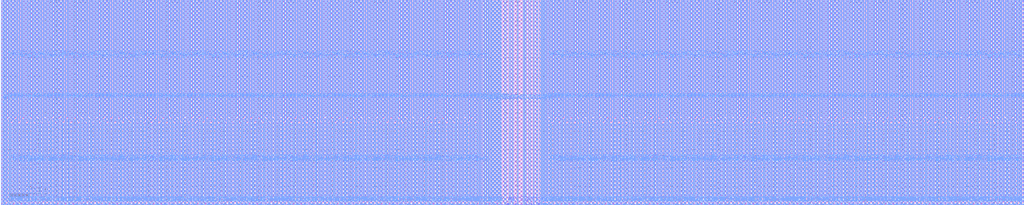
<source format=lef>
# ________________________________________________________________________________________________
# 
# 
#             Synchronous One-Port Register File Compiler
# 
#                 UMC 0.11um LL AE Logic Process
# 
# ________________________________________________________________________________________________
# 
#               
#         Copyright (C) 2024 Faraday Technology Corporation. All Rights Reserved.       
#                
#         This source code is an unpublished work belongs to Faraday Technology Corporation       
#         It is considered a trade secret and is not to be divulged or       
#         used by parties who have not received written authorization from       
#         Faraday Technology Corporation       
#                
#         Faraday's home page can be found at: http://www.faraday-tech.com/       
#                
# ________________________________________________________________________________________________
# 
#        IP Name            :  FSR0K_B_SY                
#        IP Version         :  1.4.0                     
#        IP Release Status  :  Active                    
#        Word               :  128                       
#        Bit                :  16                        
#        Byte               :  8                         
#        Mux                :  2                         
#        Output Loading     :  0.01                      
#        Clock Input Slew   :  0.016                     
#        Data Input Slew    :  0.016                     
#        Ring Type          :  Ringless Model            
#        Ring Width         :  0                         
#        Bus Format         :  0                         
#        Memaker Path       :  /home/mem/Desktop/memlib  
#        GUI Version        :  m20230904                 
#        Date               :  2024/09/06 20:51:51       
# ________________________________________________________________________________________________
# 

VERSION 5.5 ;
NAMESCASESENSITIVE ON ;
MACRO SYKB110_128X16X8CM2
CLASS BLOCK ;
FOREIGN SYKB110_128X16X8CM2 0.000 0.000 ;
ORIGIN 0.000 0.000 ;
SIZE 556.011 BY 111.491 ;
SYMMETRY x y r90 ;
SITE core ;
PIN GND
  DIRECTION INOUT ;
  USE GROUND ;
 PORT
  LAYER ME4 ;
  RECT 300.678 1.781 301.018 111.491 ;
 END
 PORT
  LAYER ME4 ;
  RECT 296.674 1.781 297.014 111.491 ;
 END
 PORT
  LAYER ME4 ;
  RECT 298.676 1.781 299.016 111.491 ;
 END
 PORT
  LAYER ME4 ;
  RECT 299.487 0.000 300.207 44.094 ;
 END
 PORT
  LAYER ME4 ;
  RECT 304.682 1.781 305.022 111.491 ;
 END
 PORT
  LAYER ME4 ;
  RECT 302.680 1.781 303.020 111.491 ;
 END
 PORT
  LAYER ME4 ;
  RECT 303.491 0.000 304.211 44.094 ;
 END
 PORT
  LAYER ME4 ;
  RECT 308.686 1.781 309.026 111.491 ;
 END
 PORT
  LAYER ME4 ;
  RECT 306.684 1.781 307.024 111.491 ;
 END
 PORT
  LAYER ME4 ;
  RECT 307.495 0.000 308.215 44.094 ;
 END
 PORT
  LAYER ME4 ;
  RECT 312.690 1.781 313.030 111.491 ;
 END
 PORT
  LAYER ME4 ;
  RECT 310.688 1.781 311.028 111.491 ;
 END
 PORT
  LAYER ME4 ;
  RECT 311.499 0.000 312.219 44.094 ;
 END
 PORT
  LAYER ME4 ;
  RECT 316.694 1.781 317.034 111.491 ;
 END
 PORT
  LAYER ME4 ;
  RECT 314.692 1.781 315.032 111.491 ;
 END
 PORT
  LAYER ME4 ;
  RECT 315.503 0.000 316.223 44.094 ;
 END
 PORT
  LAYER ME4 ;
  RECT 320.698 1.781 321.038 111.491 ;
 END
 PORT
  LAYER ME4 ;
  RECT 318.696 1.781 319.036 111.491 ;
 END
 PORT
  LAYER ME4 ;
  RECT 319.507 0.000 320.227 44.094 ;
 END
 PORT
  LAYER ME4 ;
  RECT 324.702 1.781 325.042 111.491 ;
 END
 PORT
  LAYER ME4 ;
  RECT 322.700 1.781 323.040 111.491 ;
 END
 PORT
  LAYER ME4 ;
  RECT 323.511 0.000 324.231 44.094 ;
 END
 PORT
  LAYER ME4 ;
  RECT 328.706 1.781 329.046 111.491 ;
 END
 PORT
  LAYER ME4 ;
  RECT 326.704 1.781 327.044 111.491 ;
 END
 PORT
  LAYER ME4 ;
  RECT 327.515 0.000 328.235 44.094 ;
 END
 PORT
  LAYER ME4 ;
  RECT 332.710 1.781 333.050 111.491 ;
 END
 PORT
  LAYER ME4 ;
  RECT 330.708 1.781 331.048 111.491 ;
 END
 PORT
  LAYER ME4 ;
  RECT 331.519 0.000 332.239 44.094 ;
 END
 PORT
  LAYER ME4 ;
  RECT 336.714 1.781 337.054 111.491 ;
 END
 PORT
  LAYER ME4 ;
  RECT 334.712 1.781 335.052 111.491 ;
 END
 PORT
  LAYER ME4 ;
  RECT 335.523 0.000 336.243 44.094 ;
 END
 PORT
  LAYER ME4 ;
  RECT 340.718 1.781 341.058 111.491 ;
 END
 PORT
  LAYER ME4 ;
  RECT 338.716 1.781 339.056 111.491 ;
 END
 PORT
  LAYER ME4 ;
  RECT 339.527 0.000 340.247 44.094 ;
 END
 PORT
  LAYER ME4 ;
  RECT 344.722 1.781 345.062 111.491 ;
 END
 PORT
  LAYER ME4 ;
  RECT 342.720 1.781 343.060 111.491 ;
 END
 PORT
  LAYER ME4 ;
  RECT 343.531 0.000 344.251 44.094 ;
 END
 PORT
  LAYER ME4 ;
  RECT 348.726 1.781 349.066 111.491 ;
 END
 PORT
  LAYER ME4 ;
  RECT 346.724 1.781 347.064 111.491 ;
 END
 PORT
  LAYER ME4 ;
  RECT 347.535 0.000 348.255 44.094 ;
 END
 PORT
  LAYER ME4 ;
  RECT 352.730 1.781 353.070 111.491 ;
 END
 PORT
  LAYER ME4 ;
  RECT 350.728 1.781 351.068 111.491 ;
 END
 PORT
  LAYER ME4 ;
  RECT 351.539 0.000 352.259 44.094 ;
 END
 PORT
  LAYER ME4 ;
  RECT 356.734 1.781 357.074 111.491 ;
 END
 PORT
  LAYER ME4 ;
  RECT 354.732 1.781 355.072 111.491 ;
 END
 PORT
  LAYER ME4 ;
  RECT 355.543 0.000 356.263 44.094 ;
 END
 PORT
  LAYER ME4 ;
  RECT 360.738 1.781 361.078 111.491 ;
 END
 PORT
  LAYER ME4 ;
  RECT 358.736 1.781 359.076 111.491 ;
 END
 PORT
  LAYER ME4 ;
  RECT 359.547 0.000 360.267 44.094 ;
 END
 PORT
  LAYER ME4 ;
  RECT 364.742 1.781 365.082 111.491 ;
 END
 PORT
  LAYER ME4 ;
  RECT 362.740 1.781 363.080 111.491 ;
 END
 PORT
  LAYER ME4 ;
  RECT 363.551 0.000 364.271 44.094 ;
 END
 PORT
  LAYER ME4 ;
  RECT 368.746 1.781 369.086 111.491 ;
 END
 PORT
  LAYER ME4 ;
  RECT 366.744 1.781 367.084 111.491 ;
 END
 PORT
  LAYER ME4 ;
  RECT 367.555 0.000 368.275 44.094 ;
 END
 PORT
  LAYER ME4 ;
  RECT 372.750 1.781 373.090 111.491 ;
 END
 PORT
  LAYER ME4 ;
  RECT 370.748 1.781 371.088 111.491 ;
 END
 PORT
  LAYER ME4 ;
  RECT 371.559 0.000 372.279 44.094 ;
 END
 PORT
  LAYER ME4 ;
  RECT 376.754 1.781 377.094 111.491 ;
 END
 PORT
  LAYER ME4 ;
  RECT 374.752 1.781 375.092 111.491 ;
 END
 PORT
  LAYER ME4 ;
  RECT 375.563 0.000 376.283 44.094 ;
 END
 PORT
  LAYER ME4 ;
  RECT 380.758 1.781 381.098 111.491 ;
 END
 PORT
  LAYER ME4 ;
  RECT 378.756 1.781 379.096 111.491 ;
 END
 PORT
  LAYER ME4 ;
  RECT 379.567 0.000 380.287 44.094 ;
 END
 PORT
  LAYER ME4 ;
  RECT 384.762 1.781 385.102 111.491 ;
 END
 PORT
  LAYER ME4 ;
  RECT 382.760 1.781 383.100 111.491 ;
 END
 PORT
  LAYER ME4 ;
  RECT 383.571 0.000 384.291 44.094 ;
 END
 PORT
  LAYER ME4 ;
  RECT 388.766 1.781 389.106 111.491 ;
 END
 PORT
  LAYER ME4 ;
  RECT 386.764 1.781 387.104 111.491 ;
 END
 PORT
  LAYER ME4 ;
  RECT 387.575 0.000 388.295 44.094 ;
 END
 PORT
  LAYER ME4 ;
  RECT 392.770 1.781 393.110 111.491 ;
 END
 PORT
  LAYER ME4 ;
  RECT 390.768 1.781 391.108 111.491 ;
 END
 PORT
  LAYER ME4 ;
  RECT 391.579 0.000 392.299 44.094 ;
 END
 PORT
  LAYER ME4 ;
  RECT 396.774 1.781 397.114 111.491 ;
 END
 PORT
  LAYER ME4 ;
  RECT 394.772 1.781 395.112 111.491 ;
 END
 PORT
  LAYER ME4 ;
  RECT 395.583 0.000 396.303 44.094 ;
 END
 PORT
  LAYER ME4 ;
  RECT 400.778 1.781 401.118 111.491 ;
 END
 PORT
  LAYER ME4 ;
  RECT 398.776 1.781 399.116 111.491 ;
 END
 PORT
  LAYER ME4 ;
  RECT 399.587 0.000 400.307 44.094 ;
 END
 PORT
  LAYER ME4 ;
  RECT 404.782 1.781 405.122 111.491 ;
 END
 PORT
  LAYER ME4 ;
  RECT 402.780 1.781 403.120 111.491 ;
 END
 PORT
  LAYER ME4 ;
  RECT 403.591 0.000 404.311 44.094 ;
 END
 PORT
  LAYER ME4 ;
  RECT 408.786 1.781 409.126 111.491 ;
 END
 PORT
  LAYER ME4 ;
  RECT 406.784 1.781 407.124 111.491 ;
 END
 PORT
  LAYER ME4 ;
  RECT 407.595 0.000 408.315 44.094 ;
 END
 PORT
  LAYER ME4 ;
  RECT 412.790 1.781 413.130 111.491 ;
 END
 PORT
  LAYER ME4 ;
  RECT 410.788 1.781 411.128 111.491 ;
 END
 PORT
  LAYER ME4 ;
  RECT 411.599 0.000 412.319 44.094 ;
 END
 PORT
  LAYER ME4 ;
  RECT 416.794 1.781 417.134 111.491 ;
 END
 PORT
  LAYER ME4 ;
  RECT 414.792 1.781 415.132 111.491 ;
 END
 PORT
  LAYER ME4 ;
  RECT 415.603 0.000 416.323 44.094 ;
 END
 PORT
  LAYER ME4 ;
  RECT 420.798 1.781 421.138 111.491 ;
 END
 PORT
  LAYER ME4 ;
  RECT 418.796 1.781 419.136 111.491 ;
 END
 PORT
  LAYER ME4 ;
  RECT 419.607 0.000 420.327 44.094 ;
 END
 PORT
  LAYER ME4 ;
  RECT 424.802 1.781 425.142 111.491 ;
 END
 PORT
  LAYER ME4 ;
  RECT 422.800 1.781 423.140 111.491 ;
 END
 PORT
  LAYER ME4 ;
  RECT 423.611 0.000 424.331 44.094 ;
 END
 PORT
  LAYER ME4 ;
  RECT 428.806 1.781 429.146 111.491 ;
 END
 PORT
  LAYER ME4 ;
  RECT 426.804 1.781 427.144 111.491 ;
 END
 PORT
  LAYER ME4 ;
  RECT 427.615 0.000 428.335 44.094 ;
 END
 PORT
  LAYER ME4 ;
  RECT 432.810 1.781 433.150 111.491 ;
 END
 PORT
  LAYER ME4 ;
  RECT 430.808 1.781 431.148 111.491 ;
 END
 PORT
  LAYER ME4 ;
  RECT 431.619 0.000 432.339 44.094 ;
 END
 PORT
  LAYER ME4 ;
  RECT 436.814 1.781 437.154 111.491 ;
 END
 PORT
  LAYER ME4 ;
  RECT 434.812 1.781 435.152 111.491 ;
 END
 PORT
  LAYER ME4 ;
  RECT 435.623 0.000 436.343 44.094 ;
 END
 PORT
  LAYER ME4 ;
  RECT 440.818 1.781 441.158 111.491 ;
 END
 PORT
  LAYER ME4 ;
  RECT 438.816 1.781 439.156 111.491 ;
 END
 PORT
  LAYER ME4 ;
  RECT 439.627 0.000 440.347 44.094 ;
 END
 PORT
  LAYER ME4 ;
  RECT 444.822 1.781 445.162 111.491 ;
 END
 PORT
  LAYER ME4 ;
  RECT 442.820 1.781 443.160 111.491 ;
 END
 PORT
  LAYER ME4 ;
  RECT 443.631 0.000 444.351 44.094 ;
 END
 PORT
  LAYER ME4 ;
  RECT 448.826 1.781 449.166 111.491 ;
 END
 PORT
  LAYER ME4 ;
  RECT 446.824 1.781 447.164 111.491 ;
 END
 PORT
  LAYER ME4 ;
  RECT 447.635 0.000 448.355 44.094 ;
 END
 PORT
  LAYER ME4 ;
  RECT 452.830 1.781 453.170 111.491 ;
 END
 PORT
  LAYER ME4 ;
  RECT 450.828 1.781 451.168 111.491 ;
 END
 PORT
  LAYER ME4 ;
  RECT 451.639 0.000 452.359 44.094 ;
 END
 PORT
  LAYER ME4 ;
  RECT 456.834 1.781 457.174 111.491 ;
 END
 PORT
  LAYER ME4 ;
  RECT 454.832 1.781 455.172 111.491 ;
 END
 PORT
  LAYER ME4 ;
  RECT 455.643 0.000 456.363 44.094 ;
 END
 PORT
  LAYER ME4 ;
  RECT 460.838 1.781 461.178 111.491 ;
 END
 PORT
  LAYER ME4 ;
  RECT 458.836 1.781 459.176 111.491 ;
 END
 PORT
  LAYER ME4 ;
  RECT 459.647 0.000 460.367 44.094 ;
 END
 PORT
  LAYER ME4 ;
  RECT 464.842 1.781 465.182 111.491 ;
 END
 PORT
  LAYER ME4 ;
  RECT 462.840 1.781 463.180 111.491 ;
 END
 PORT
  LAYER ME4 ;
  RECT 463.651 0.000 464.371 44.094 ;
 END
 PORT
  LAYER ME4 ;
  RECT 468.846 1.781 469.186 111.491 ;
 END
 PORT
  LAYER ME4 ;
  RECT 466.844 1.781 467.184 111.491 ;
 END
 PORT
  LAYER ME4 ;
  RECT 467.655 0.000 468.375 44.094 ;
 END
 PORT
  LAYER ME4 ;
  RECT 472.850 1.781 473.190 111.491 ;
 END
 PORT
  LAYER ME4 ;
  RECT 470.848 1.781 471.188 111.491 ;
 END
 PORT
  LAYER ME4 ;
  RECT 471.659 0.000 472.379 44.094 ;
 END
 PORT
  LAYER ME4 ;
  RECT 476.854 1.781 477.194 111.491 ;
 END
 PORT
  LAYER ME4 ;
  RECT 474.852 1.781 475.192 111.491 ;
 END
 PORT
  LAYER ME4 ;
  RECT 475.663 0.000 476.383 44.094 ;
 END
 PORT
  LAYER ME4 ;
  RECT 480.858 1.781 481.198 111.491 ;
 END
 PORT
  LAYER ME4 ;
  RECT 478.856 1.781 479.196 111.491 ;
 END
 PORT
  LAYER ME4 ;
  RECT 479.667 0.000 480.387 44.094 ;
 END
 PORT
  LAYER ME4 ;
  RECT 484.862 1.781 485.202 111.491 ;
 END
 PORT
  LAYER ME4 ;
  RECT 482.860 1.781 483.200 111.491 ;
 END
 PORT
  LAYER ME4 ;
  RECT 483.671 0.000 484.391 44.094 ;
 END
 PORT
  LAYER ME4 ;
  RECT 488.866 1.781 489.206 111.491 ;
 END
 PORT
  LAYER ME4 ;
  RECT 486.864 1.781 487.204 111.491 ;
 END
 PORT
  LAYER ME4 ;
  RECT 487.675 0.000 488.395 44.094 ;
 END
 PORT
  LAYER ME4 ;
  RECT 492.870 1.781 493.210 111.491 ;
 END
 PORT
  LAYER ME4 ;
  RECT 490.868 1.781 491.208 111.491 ;
 END
 PORT
  LAYER ME4 ;
  RECT 491.679 0.000 492.399 44.094 ;
 END
 PORT
  LAYER ME4 ;
  RECT 496.874 1.781 497.214 111.491 ;
 END
 PORT
  LAYER ME4 ;
  RECT 494.872 1.781 495.212 111.491 ;
 END
 PORT
  LAYER ME4 ;
  RECT 495.683 0.000 496.403 44.094 ;
 END
 PORT
  LAYER ME4 ;
  RECT 500.878 1.781 501.218 111.491 ;
 END
 PORT
  LAYER ME4 ;
  RECT 498.876 1.781 499.216 111.491 ;
 END
 PORT
  LAYER ME4 ;
  RECT 499.687 0.000 500.407 44.094 ;
 END
 PORT
  LAYER ME4 ;
  RECT 504.882 1.781 505.222 111.491 ;
 END
 PORT
  LAYER ME4 ;
  RECT 502.880 1.781 503.220 111.491 ;
 END
 PORT
  LAYER ME4 ;
  RECT 503.691 0.000 504.411 44.094 ;
 END
 PORT
  LAYER ME4 ;
  RECT 508.886 1.781 509.226 111.491 ;
 END
 PORT
  LAYER ME4 ;
  RECT 506.884 1.781 507.224 111.491 ;
 END
 PORT
  LAYER ME4 ;
  RECT 507.695 0.000 508.415 44.094 ;
 END
 PORT
  LAYER ME4 ;
  RECT 512.890 1.781 513.230 111.491 ;
 END
 PORT
  LAYER ME4 ;
  RECT 510.888 1.781 511.228 111.491 ;
 END
 PORT
  LAYER ME4 ;
  RECT 511.699 0.000 512.419 44.094 ;
 END
 PORT
  LAYER ME4 ;
  RECT 516.894 1.781 517.234 111.491 ;
 END
 PORT
  LAYER ME4 ;
  RECT 514.892 1.781 515.232 111.491 ;
 END
 PORT
  LAYER ME4 ;
  RECT 515.703 0.000 516.423 44.094 ;
 END
 PORT
  LAYER ME4 ;
  RECT 520.898 1.781 521.238 111.491 ;
 END
 PORT
  LAYER ME4 ;
  RECT 518.896 1.781 519.236 111.491 ;
 END
 PORT
  LAYER ME4 ;
  RECT 519.707 0.000 520.427 44.094 ;
 END
 PORT
  LAYER ME4 ;
  RECT 524.902 1.781 525.242 111.491 ;
 END
 PORT
  LAYER ME4 ;
  RECT 522.900 1.781 523.240 111.491 ;
 END
 PORT
  LAYER ME4 ;
  RECT 523.711 0.000 524.431 44.094 ;
 END
 PORT
  LAYER ME4 ;
  RECT 528.906 1.781 529.246 111.491 ;
 END
 PORT
  LAYER ME4 ;
  RECT 526.904 1.781 527.244 111.491 ;
 END
 PORT
  LAYER ME4 ;
  RECT 527.715 0.000 528.435 44.094 ;
 END
 PORT
  LAYER ME4 ;
  RECT 532.910 1.781 533.250 111.491 ;
 END
 PORT
  LAYER ME4 ;
  RECT 530.908 1.781 531.248 111.491 ;
 END
 PORT
  LAYER ME4 ;
  RECT 531.719 0.000 532.439 44.094 ;
 END
 PORT
  LAYER ME4 ;
  RECT 536.914 1.781 537.254 111.491 ;
 END
 PORT
  LAYER ME4 ;
  RECT 534.912 1.781 535.252 111.491 ;
 END
 PORT
  LAYER ME4 ;
  RECT 535.723 0.000 536.443 44.094 ;
 END
 PORT
  LAYER ME4 ;
  RECT 540.918 1.781 541.258 111.491 ;
 END
 PORT
  LAYER ME4 ;
  RECT 538.916 1.781 539.256 111.491 ;
 END
 PORT
  LAYER ME4 ;
  RECT 539.727 0.000 540.447 44.094 ;
 END
 PORT
  LAYER ME4 ;
  RECT 544.922 1.781 545.262 111.491 ;
 END
 PORT
  LAYER ME4 ;
  RECT 542.920 1.781 543.260 111.491 ;
 END
 PORT
  LAYER ME4 ;
  RECT 543.731 0.000 544.451 44.094 ;
 END
 PORT
  LAYER ME4 ;
  RECT 548.926 1.781 549.266 111.491 ;
 END
 PORT
  LAYER ME4 ;
  RECT 546.924 1.781 547.264 111.491 ;
 END
 PORT
  LAYER ME4 ;
  RECT 547.735 0.000 548.455 44.094 ;
 END
 PORT
  LAYER ME4 ;
  RECT 552.930 1.781 553.270 111.491 ;
 END
 PORT
  LAYER ME4 ;
  RECT 550.928 1.781 551.268 111.491 ;
 END
 PORT
  LAYER ME4 ;
  RECT 551.739 0.000 552.459 44.094 ;
 END
 PORT
  LAYER ME4 ;
  RECT 553.931 0.000 554.271 111.491 ;
 END
 PORT
  LAYER ME4 ;
  RECT 277.817 0.000 278.537 111.491 ;
 END
 PORT
  LAYER ME4 ;
  RECT 283.811 0.000 284.531 111.491 ;
 END
 PORT
  LAYER ME4 ;
  RECT 289.282 0.000 290.002 111.491 ;
 END
 PORT
  LAYER ME4 ;
  RECT 290.997 0.000 291.717 111.491 ;
 END
 PORT
  LAYER ME4 ;
  RECT 293.993 0.000 294.593 111.491 ;
 END
 PORT
  LAYER ME4 ;
  RECT 295.673 1.781 296.013 111.491 ;
 END
 PORT
  LAYER ME4 ;
  RECT 270.258 0.000 270.978 111.491 ;
 END
 PORT
  LAYER ME4 ;
  RECT 268.218 1.781 268.938 110.732 ;
 END
 PORT
  LAYER ME4 ;
  RECT 266.098 0.000 266.818 111.491 ;
 END
 PORT
  LAYER ME4 ;
  RECT 264.058 1.781 264.778 111.491 ;
 END
 PORT
  LAYER ME4 ;
  RECT 1.740 0.000 2.080 111.491 ;
 END
 PORT
  LAYER ME4 ;
  RECT 6.745 1.781 7.085 111.491 ;
 END
 PORT
  LAYER ME4 ;
  RECT 2.741 1.781 3.081 111.491 ;
 END
 PORT
  LAYER ME4 ;
  RECT 4.743 1.781 5.083 111.491 ;
 END
 PORT
  LAYER ME4 ;
  RECT 5.554 0.000 6.274 44.094 ;
 END
 PORT
  LAYER ME4 ;
  RECT 10.749 1.781 11.089 111.491 ;
 END
 PORT
  LAYER ME4 ;
  RECT 8.747 1.781 9.087 111.491 ;
 END
 PORT
  LAYER ME4 ;
  RECT 9.558 0.000 10.278 44.094 ;
 END
 PORT
  LAYER ME4 ;
  RECT 14.753 1.781 15.093 111.491 ;
 END
 PORT
  LAYER ME4 ;
  RECT 12.751 1.781 13.091 111.491 ;
 END
 PORT
  LAYER ME4 ;
  RECT 13.562 0.000 14.282 44.094 ;
 END
 PORT
  LAYER ME4 ;
  RECT 18.757 1.781 19.097 111.491 ;
 END
 PORT
  LAYER ME4 ;
  RECT 16.755 1.781 17.095 111.491 ;
 END
 PORT
  LAYER ME4 ;
  RECT 17.566 0.000 18.286 44.094 ;
 END
 PORT
  LAYER ME4 ;
  RECT 22.761 1.781 23.101 111.491 ;
 END
 PORT
  LAYER ME4 ;
  RECT 20.759 1.781 21.099 111.491 ;
 END
 PORT
  LAYER ME4 ;
  RECT 21.570 0.000 22.290 44.094 ;
 END
 PORT
  LAYER ME4 ;
  RECT 26.765 1.781 27.105 111.491 ;
 END
 PORT
  LAYER ME4 ;
  RECT 24.763 1.781 25.103 111.491 ;
 END
 PORT
  LAYER ME4 ;
  RECT 25.574 0.000 26.294 44.094 ;
 END
 PORT
  LAYER ME4 ;
  RECT 30.769 1.781 31.109 111.491 ;
 END
 PORT
  LAYER ME4 ;
  RECT 28.767 1.781 29.107 111.491 ;
 END
 PORT
  LAYER ME4 ;
  RECT 29.578 0.000 30.298 44.094 ;
 END
 PORT
  LAYER ME4 ;
  RECT 34.773 1.781 35.113 111.491 ;
 END
 PORT
  LAYER ME4 ;
  RECT 32.771 1.781 33.111 111.491 ;
 END
 PORT
  LAYER ME4 ;
  RECT 33.582 0.000 34.302 44.094 ;
 END
 PORT
  LAYER ME4 ;
  RECT 38.777 1.781 39.117 111.491 ;
 END
 PORT
  LAYER ME4 ;
  RECT 36.775 1.781 37.115 111.491 ;
 END
 PORT
  LAYER ME4 ;
  RECT 37.586 0.000 38.306 44.094 ;
 END
 PORT
  LAYER ME4 ;
  RECT 42.781 1.781 43.121 111.491 ;
 END
 PORT
  LAYER ME4 ;
  RECT 40.779 1.781 41.119 111.491 ;
 END
 PORT
  LAYER ME4 ;
  RECT 41.590 0.000 42.310 44.094 ;
 END
 PORT
  LAYER ME4 ;
  RECT 46.785 1.781 47.125 111.491 ;
 END
 PORT
  LAYER ME4 ;
  RECT 44.783 1.781 45.123 111.491 ;
 END
 PORT
  LAYER ME4 ;
  RECT 45.594 0.000 46.314 44.094 ;
 END
 PORT
  LAYER ME4 ;
  RECT 50.789 1.781 51.129 111.491 ;
 END
 PORT
  LAYER ME4 ;
  RECT 48.787 1.781 49.127 111.491 ;
 END
 PORT
  LAYER ME4 ;
  RECT 49.598 0.000 50.318 44.094 ;
 END
 PORT
  LAYER ME4 ;
  RECT 54.793 1.781 55.133 111.491 ;
 END
 PORT
  LAYER ME4 ;
  RECT 52.791 1.781 53.131 111.491 ;
 END
 PORT
  LAYER ME4 ;
  RECT 53.602 0.000 54.322 44.094 ;
 END
 PORT
  LAYER ME4 ;
  RECT 58.797 1.781 59.137 111.491 ;
 END
 PORT
  LAYER ME4 ;
  RECT 56.795 1.781 57.135 111.491 ;
 END
 PORT
  LAYER ME4 ;
  RECT 57.606 0.000 58.326 44.094 ;
 END
 PORT
  LAYER ME4 ;
  RECT 62.801 1.781 63.141 111.491 ;
 END
 PORT
  LAYER ME4 ;
  RECT 60.799 1.781 61.139 111.491 ;
 END
 PORT
  LAYER ME4 ;
  RECT 61.610 0.000 62.330 44.094 ;
 END
 PORT
  LAYER ME4 ;
  RECT 66.805 1.781 67.145 111.491 ;
 END
 PORT
  LAYER ME4 ;
  RECT 64.803 1.781 65.143 111.491 ;
 END
 PORT
  LAYER ME4 ;
  RECT 65.614 0.000 66.334 44.094 ;
 END
 PORT
  LAYER ME4 ;
  RECT 70.809 1.781 71.149 111.491 ;
 END
 PORT
  LAYER ME4 ;
  RECT 68.807 1.781 69.147 111.491 ;
 END
 PORT
  LAYER ME4 ;
  RECT 69.618 0.000 70.338 44.094 ;
 END
 PORT
  LAYER ME4 ;
  RECT 74.813 1.781 75.153 111.491 ;
 END
 PORT
  LAYER ME4 ;
  RECT 72.811 1.781 73.151 111.491 ;
 END
 PORT
  LAYER ME4 ;
  RECT 73.622 0.000 74.342 44.094 ;
 END
 PORT
  LAYER ME4 ;
  RECT 78.817 1.781 79.157 111.491 ;
 END
 PORT
  LAYER ME4 ;
  RECT 76.815 1.781 77.155 111.491 ;
 END
 PORT
  LAYER ME4 ;
  RECT 77.626 0.000 78.346 44.094 ;
 END
 PORT
  LAYER ME4 ;
  RECT 82.821 1.781 83.161 111.491 ;
 END
 PORT
  LAYER ME4 ;
  RECT 80.819 1.781 81.159 111.491 ;
 END
 PORT
  LAYER ME4 ;
  RECT 81.630 0.000 82.350 44.094 ;
 END
 PORT
  LAYER ME4 ;
  RECT 86.825 1.781 87.165 111.491 ;
 END
 PORT
  LAYER ME4 ;
  RECT 84.823 1.781 85.163 111.491 ;
 END
 PORT
  LAYER ME4 ;
  RECT 85.634 0.000 86.354 44.094 ;
 END
 PORT
  LAYER ME4 ;
  RECT 90.829 1.781 91.169 111.491 ;
 END
 PORT
  LAYER ME4 ;
  RECT 88.827 1.781 89.167 111.491 ;
 END
 PORT
  LAYER ME4 ;
  RECT 89.638 0.000 90.358 44.094 ;
 END
 PORT
  LAYER ME4 ;
  RECT 94.833 1.781 95.173 111.491 ;
 END
 PORT
  LAYER ME4 ;
  RECT 92.831 1.781 93.171 111.491 ;
 END
 PORT
  LAYER ME4 ;
  RECT 93.642 0.000 94.362 44.094 ;
 END
 PORT
  LAYER ME4 ;
  RECT 98.837 1.781 99.177 111.491 ;
 END
 PORT
  LAYER ME4 ;
  RECT 96.835 1.781 97.175 111.491 ;
 END
 PORT
  LAYER ME4 ;
  RECT 97.646 0.000 98.366 44.094 ;
 END
 PORT
  LAYER ME4 ;
  RECT 102.841 1.781 103.181 111.491 ;
 END
 PORT
  LAYER ME4 ;
  RECT 100.839 1.781 101.179 111.491 ;
 END
 PORT
  LAYER ME4 ;
  RECT 101.650 0.000 102.370 44.094 ;
 END
 PORT
  LAYER ME4 ;
  RECT 106.845 1.781 107.185 111.491 ;
 END
 PORT
  LAYER ME4 ;
  RECT 104.843 1.781 105.183 111.491 ;
 END
 PORT
  LAYER ME4 ;
  RECT 105.654 0.000 106.374 44.094 ;
 END
 PORT
  LAYER ME4 ;
  RECT 110.849 1.781 111.189 111.491 ;
 END
 PORT
  LAYER ME4 ;
  RECT 108.847 1.781 109.187 111.491 ;
 END
 PORT
  LAYER ME4 ;
  RECT 109.658 0.000 110.378 44.094 ;
 END
 PORT
  LAYER ME4 ;
  RECT 114.853 1.781 115.193 111.491 ;
 END
 PORT
  LAYER ME4 ;
  RECT 112.851 1.781 113.191 111.491 ;
 END
 PORT
  LAYER ME4 ;
  RECT 113.662 0.000 114.382 44.094 ;
 END
 PORT
  LAYER ME4 ;
  RECT 118.857 1.781 119.197 111.491 ;
 END
 PORT
  LAYER ME4 ;
  RECT 116.855 1.781 117.195 111.491 ;
 END
 PORT
  LAYER ME4 ;
  RECT 117.666 0.000 118.386 44.094 ;
 END
 PORT
  LAYER ME4 ;
  RECT 122.861 1.781 123.201 111.491 ;
 END
 PORT
  LAYER ME4 ;
  RECT 120.859 1.781 121.199 111.491 ;
 END
 PORT
  LAYER ME4 ;
  RECT 121.670 0.000 122.390 44.094 ;
 END
 PORT
  LAYER ME4 ;
  RECT 126.865 1.781 127.205 111.491 ;
 END
 PORT
  LAYER ME4 ;
  RECT 124.863 1.781 125.203 111.491 ;
 END
 PORT
  LAYER ME4 ;
  RECT 125.674 0.000 126.394 44.094 ;
 END
 PORT
  LAYER ME4 ;
  RECT 130.869 1.781 131.209 111.491 ;
 END
 PORT
  LAYER ME4 ;
  RECT 128.867 1.781 129.207 111.491 ;
 END
 PORT
  LAYER ME4 ;
  RECT 129.678 0.000 130.398 44.094 ;
 END
 PORT
  LAYER ME4 ;
  RECT 134.873 1.781 135.213 111.491 ;
 END
 PORT
  LAYER ME4 ;
  RECT 132.871 1.781 133.211 111.491 ;
 END
 PORT
  LAYER ME4 ;
  RECT 133.682 0.000 134.402 44.094 ;
 END
 PORT
  LAYER ME4 ;
  RECT 138.877 1.781 139.217 111.491 ;
 END
 PORT
  LAYER ME4 ;
  RECT 136.875 1.781 137.215 111.491 ;
 END
 PORT
  LAYER ME4 ;
  RECT 137.686 0.000 138.406 44.094 ;
 END
 PORT
  LAYER ME4 ;
  RECT 142.881 1.781 143.221 111.491 ;
 END
 PORT
  LAYER ME4 ;
  RECT 140.879 1.781 141.219 111.491 ;
 END
 PORT
  LAYER ME4 ;
  RECT 141.690 0.000 142.410 44.094 ;
 END
 PORT
  LAYER ME4 ;
  RECT 146.885 1.781 147.225 111.491 ;
 END
 PORT
  LAYER ME4 ;
  RECT 144.883 1.781 145.223 111.491 ;
 END
 PORT
  LAYER ME4 ;
  RECT 145.694 0.000 146.414 44.094 ;
 END
 PORT
  LAYER ME4 ;
  RECT 150.889 1.781 151.229 111.491 ;
 END
 PORT
  LAYER ME4 ;
  RECT 148.887 1.781 149.227 111.491 ;
 END
 PORT
  LAYER ME4 ;
  RECT 149.698 0.000 150.418 44.094 ;
 END
 PORT
  LAYER ME4 ;
  RECT 154.893 1.781 155.233 111.491 ;
 END
 PORT
  LAYER ME4 ;
  RECT 152.891 1.781 153.231 111.491 ;
 END
 PORT
  LAYER ME4 ;
  RECT 153.702 0.000 154.422 44.094 ;
 END
 PORT
  LAYER ME4 ;
  RECT 158.897 1.781 159.237 111.491 ;
 END
 PORT
  LAYER ME4 ;
  RECT 156.895 1.781 157.235 111.491 ;
 END
 PORT
  LAYER ME4 ;
  RECT 157.706 0.000 158.426 44.094 ;
 END
 PORT
  LAYER ME4 ;
  RECT 162.901 1.781 163.241 111.491 ;
 END
 PORT
  LAYER ME4 ;
  RECT 160.899 1.781 161.239 111.491 ;
 END
 PORT
  LAYER ME4 ;
  RECT 161.710 0.000 162.430 44.094 ;
 END
 PORT
  LAYER ME4 ;
  RECT 166.905 1.781 167.245 111.491 ;
 END
 PORT
  LAYER ME4 ;
  RECT 164.903 1.781 165.243 111.491 ;
 END
 PORT
  LAYER ME4 ;
  RECT 165.714 0.000 166.434 44.094 ;
 END
 PORT
  LAYER ME4 ;
  RECT 170.909 1.781 171.249 111.491 ;
 END
 PORT
  LAYER ME4 ;
  RECT 168.907 1.781 169.247 111.491 ;
 END
 PORT
  LAYER ME4 ;
  RECT 169.718 0.000 170.438 44.094 ;
 END
 PORT
  LAYER ME4 ;
  RECT 174.913 1.781 175.253 111.491 ;
 END
 PORT
  LAYER ME4 ;
  RECT 172.911 1.781 173.251 111.491 ;
 END
 PORT
  LAYER ME4 ;
  RECT 173.722 0.000 174.442 44.094 ;
 END
 PORT
  LAYER ME4 ;
  RECT 178.917 1.781 179.257 111.491 ;
 END
 PORT
  LAYER ME4 ;
  RECT 176.915 1.781 177.255 111.491 ;
 END
 PORT
  LAYER ME4 ;
  RECT 177.726 0.000 178.446 44.094 ;
 END
 PORT
  LAYER ME4 ;
  RECT 182.921 1.781 183.261 111.491 ;
 END
 PORT
  LAYER ME4 ;
  RECT 180.919 1.781 181.259 111.491 ;
 END
 PORT
  LAYER ME4 ;
  RECT 181.730 0.000 182.450 44.094 ;
 END
 PORT
  LAYER ME4 ;
  RECT 186.925 1.781 187.265 111.491 ;
 END
 PORT
  LAYER ME4 ;
  RECT 184.923 1.781 185.263 111.491 ;
 END
 PORT
  LAYER ME4 ;
  RECT 185.734 0.000 186.454 44.094 ;
 END
 PORT
  LAYER ME4 ;
  RECT 190.929 1.781 191.269 111.491 ;
 END
 PORT
  LAYER ME4 ;
  RECT 188.927 1.781 189.267 111.491 ;
 END
 PORT
  LAYER ME4 ;
  RECT 189.738 0.000 190.458 44.094 ;
 END
 PORT
  LAYER ME4 ;
  RECT 194.933 1.781 195.273 111.491 ;
 END
 PORT
  LAYER ME4 ;
  RECT 192.931 1.781 193.271 111.491 ;
 END
 PORT
  LAYER ME4 ;
  RECT 193.742 0.000 194.462 44.094 ;
 END
 PORT
  LAYER ME4 ;
  RECT 198.937 1.781 199.277 111.491 ;
 END
 PORT
  LAYER ME4 ;
  RECT 196.935 1.781 197.275 111.491 ;
 END
 PORT
  LAYER ME4 ;
  RECT 197.746 0.000 198.466 44.094 ;
 END
 PORT
  LAYER ME4 ;
  RECT 202.941 1.781 203.281 111.491 ;
 END
 PORT
  LAYER ME4 ;
  RECT 200.939 1.781 201.279 111.491 ;
 END
 PORT
  LAYER ME4 ;
  RECT 201.750 0.000 202.470 44.094 ;
 END
 PORT
  LAYER ME4 ;
  RECT 206.945 1.781 207.285 111.491 ;
 END
 PORT
  LAYER ME4 ;
  RECT 204.943 1.781 205.283 111.491 ;
 END
 PORT
  LAYER ME4 ;
  RECT 205.754 0.000 206.474 44.094 ;
 END
 PORT
  LAYER ME4 ;
  RECT 210.949 1.781 211.289 111.491 ;
 END
 PORT
  LAYER ME4 ;
  RECT 208.947 1.781 209.287 111.491 ;
 END
 PORT
  LAYER ME4 ;
  RECT 209.758 0.000 210.478 44.094 ;
 END
 PORT
  LAYER ME4 ;
  RECT 214.953 1.781 215.293 111.491 ;
 END
 PORT
  LAYER ME4 ;
  RECT 212.951 1.781 213.291 111.491 ;
 END
 PORT
  LAYER ME4 ;
  RECT 213.762 0.000 214.482 44.094 ;
 END
 PORT
  LAYER ME4 ;
  RECT 218.957 1.781 219.297 111.491 ;
 END
 PORT
  LAYER ME4 ;
  RECT 216.955 1.781 217.295 111.491 ;
 END
 PORT
  LAYER ME4 ;
  RECT 217.766 0.000 218.486 44.094 ;
 END
 PORT
  LAYER ME4 ;
  RECT 222.961 1.781 223.301 111.491 ;
 END
 PORT
  LAYER ME4 ;
  RECT 220.959 1.781 221.299 111.491 ;
 END
 PORT
  LAYER ME4 ;
  RECT 221.770 0.000 222.490 44.094 ;
 END
 PORT
  LAYER ME4 ;
  RECT 226.965 1.781 227.305 111.491 ;
 END
 PORT
  LAYER ME4 ;
  RECT 224.963 1.781 225.303 111.491 ;
 END
 PORT
  LAYER ME4 ;
  RECT 225.774 0.000 226.494 44.094 ;
 END
 PORT
  LAYER ME4 ;
  RECT 230.969 1.781 231.309 111.491 ;
 END
 PORT
  LAYER ME4 ;
  RECT 228.967 1.781 229.307 111.491 ;
 END
 PORT
  LAYER ME4 ;
  RECT 229.778 0.000 230.498 44.094 ;
 END
 PORT
  LAYER ME4 ;
  RECT 234.973 1.781 235.313 111.491 ;
 END
 PORT
  LAYER ME4 ;
  RECT 232.971 1.781 233.311 111.491 ;
 END
 PORT
  LAYER ME4 ;
  RECT 233.782 0.000 234.502 44.094 ;
 END
 PORT
  LAYER ME4 ;
  RECT 238.977 1.781 239.317 111.491 ;
 END
 PORT
  LAYER ME4 ;
  RECT 236.975 1.781 237.315 111.491 ;
 END
 PORT
  LAYER ME4 ;
  RECT 237.786 0.000 238.506 44.094 ;
 END
 PORT
  LAYER ME4 ;
  RECT 242.981 1.781 243.321 111.491 ;
 END
 PORT
  LAYER ME4 ;
  RECT 240.979 1.781 241.319 111.491 ;
 END
 PORT
  LAYER ME4 ;
  RECT 241.790 0.000 242.510 44.094 ;
 END
 PORT
  LAYER ME4 ;
  RECT 246.985 1.781 247.325 111.491 ;
 END
 PORT
  LAYER ME4 ;
  RECT 244.983 1.781 245.323 111.491 ;
 END
 PORT
  LAYER ME4 ;
  RECT 245.794 0.000 246.514 44.094 ;
 END
 PORT
  LAYER ME4 ;
  RECT 250.989 1.781 251.329 111.491 ;
 END
 PORT
  LAYER ME4 ;
  RECT 248.987 1.781 249.327 111.491 ;
 END
 PORT
  LAYER ME4 ;
  RECT 249.798 0.000 250.518 44.094 ;
 END
 PORT
  LAYER ME4 ;
  RECT 254.993 1.781 255.333 111.491 ;
 END
 PORT
  LAYER ME4 ;
  RECT 252.991 1.781 253.331 111.491 ;
 END
 PORT
  LAYER ME4 ;
  RECT 253.802 0.000 254.522 44.094 ;
 END
 PORT
  LAYER ME4 ;
  RECT 258.997 1.781 259.337 111.491 ;
 END
 PORT
  LAYER ME4 ;
  RECT 256.995 1.781 257.335 111.491 ;
 END
 PORT
  LAYER ME4 ;
  RECT 257.806 0.000 258.526 44.094 ;
 END
 PORT
  LAYER ME4 ;
  RECT 261.938 0.000 262.658 111.491 ;
 END
 PORT
  LAYER ME4 ;
  RECT 259.998 0.000 260.338 111.491 ;
 END
END GND
PIN VCC
  DIRECTION INOUT ;
  USE POWER ;
 PORT
  LAYER ME4 ;
  RECT 299.677 45.394 300.017 111.491 ;
 END
 PORT
  LAYER ME4 ;
  RECT 297.485 0.000 298.205 46.394 ;
 END
 PORT
  LAYER ME4 ;
  RECT 303.681 45.394 304.021 111.491 ;
 END
 PORT
  LAYER ME4 ;
  RECT 301.489 0.000 302.209 46.394 ;
 END
 PORT
  LAYER ME4 ;
  RECT 307.685 45.394 308.025 111.491 ;
 END
 PORT
  LAYER ME4 ;
  RECT 305.493 0.000 306.213 46.394 ;
 END
 PORT
  LAYER ME4 ;
  RECT 311.689 45.394 312.029 111.491 ;
 END
 PORT
  LAYER ME4 ;
  RECT 309.497 0.000 310.217 46.394 ;
 END
 PORT
  LAYER ME4 ;
  RECT 315.693 45.394 316.033 111.491 ;
 END
 PORT
  LAYER ME4 ;
  RECT 313.501 0.000 314.221 46.394 ;
 END
 PORT
  LAYER ME4 ;
  RECT 319.697 45.394 320.037 111.491 ;
 END
 PORT
  LAYER ME4 ;
  RECT 317.505 0.000 318.225 46.394 ;
 END
 PORT
  LAYER ME4 ;
  RECT 323.701 45.394 324.041 111.491 ;
 END
 PORT
  LAYER ME4 ;
  RECT 321.509 0.000 322.229 46.394 ;
 END
 PORT
  LAYER ME4 ;
  RECT 327.705 45.394 328.045 111.491 ;
 END
 PORT
  LAYER ME4 ;
  RECT 325.513 0.000 326.233 46.394 ;
 END
 PORT
  LAYER ME4 ;
  RECT 331.709 45.394 332.049 111.491 ;
 END
 PORT
  LAYER ME4 ;
  RECT 329.517 0.000 330.237 46.394 ;
 END
 PORT
  LAYER ME4 ;
  RECT 335.713 45.394 336.053 111.491 ;
 END
 PORT
  LAYER ME4 ;
  RECT 333.521 0.000 334.241 46.394 ;
 END
 PORT
  LAYER ME4 ;
  RECT 339.717 45.394 340.057 111.491 ;
 END
 PORT
  LAYER ME4 ;
  RECT 337.525 0.000 338.245 46.394 ;
 END
 PORT
  LAYER ME4 ;
  RECT 343.721 45.394 344.061 111.491 ;
 END
 PORT
  LAYER ME4 ;
  RECT 341.529 0.000 342.249 46.394 ;
 END
 PORT
  LAYER ME4 ;
  RECT 347.725 45.394 348.065 111.491 ;
 END
 PORT
  LAYER ME4 ;
  RECT 345.533 0.000 346.253 46.394 ;
 END
 PORT
  LAYER ME4 ;
  RECT 351.729 45.394 352.069 111.491 ;
 END
 PORT
  LAYER ME4 ;
  RECT 349.537 0.000 350.257 46.394 ;
 END
 PORT
  LAYER ME4 ;
  RECT 355.733 45.394 356.073 111.491 ;
 END
 PORT
  LAYER ME4 ;
  RECT 353.541 0.000 354.261 46.394 ;
 END
 PORT
  LAYER ME4 ;
  RECT 359.737 45.394 360.077 111.491 ;
 END
 PORT
  LAYER ME4 ;
  RECT 357.545 0.000 358.265 46.394 ;
 END
 PORT
  LAYER ME4 ;
  RECT 363.741 45.394 364.081 111.491 ;
 END
 PORT
  LAYER ME4 ;
  RECT 361.549 0.000 362.269 46.394 ;
 END
 PORT
  LAYER ME4 ;
  RECT 367.745 45.394 368.085 111.491 ;
 END
 PORT
  LAYER ME4 ;
  RECT 365.553 0.000 366.273 46.394 ;
 END
 PORT
  LAYER ME4 ;
  RECT 371.749 45.394 372.089 111.491 ;
 END
 PORT
  LAYER ME4 ;
  RECT 369.557 0.000 370.277 46.394 ;
 END
 PORT
  LAYER ME4 ;
  RECT 375.753 45.394 376.093 111.491 ;
 END
 PORT
  LAYER ME4 ;
  RECT 373.561 0.000 374.281 46.394 ;
 END
 PORT
  LAYER ME4 ;
  RECT 379.757 45.394 380.097 111.491 ;
 END
 PORT
  LAYER ME4 ;
  RECT 377.565 0.000 378.285 46.394 ;
 END
 PORT
  LAYER ME4 ;
  RECT 383.761 45.394 384.101 111.491 ;
 END
 PORT
  LAYER ME4 ;
  RECT 381.569 0.000 382.289 46.394 ;
 END
 PORT
  LAYER ME4 ;
  RECT 387.765 45.394 388.105 111.491 ;
 END
 PORT
  LAYER ME4 ;
  RECT 385.573 0.000 386.293 46.394 ;
 END
 PORT
  LAYER ME4 ;
  RECT 391.769 45.394 392.109 111.491 ;
 END
 PORT
  LAYER ME4 ;
  RECT 389.577 0.000 390.297 46.394 ;
 END
 PORT
  LAYER ME4 ;
  RECT 395.773 45.394 396.113 111.491 ;
 END
 PORT
  LAYER ME4 ;
  RECT 393.581 0.000 394.301 46.394 ;
 END
 PORT
  LAYER ME4 ;
  RECT 399.777 45.394 400.117 111.491 ;
 END
 PORT
  LAYER ME4 ;
  RECT 397.585 0.000 398.305 46.394 ;
 END
 PORT
  LAYER ME4 ;
  RECT 403.781 45.394 404.121 111.491 ;
 END
 PORT
  LAYER ME4 ;
  RECT 401.589 0.000 402.309 46.394 ;
 END
 PORT
  LAYER ME4 ;
  RECT 407.785 45.394 408.125 111.491 ;
 END
 PORT
  LAYER ME4 ;
  RECT 405.593 0.000 406.313 46.394 ;
 END
 PORT
  LAYER ME4 ;
  RECT 411.789 45.394 412.129 111.491 ;
 END
 PORT
  LAYER ME4 ;
  RECT 409.597 0.000 410.317 46.394 ;
 END
 PORT
  LAYER ME4 ;
  RECT 415.793 45.394 416.133 111.491 ;
 END
 PORT
  LAYER ME4 ;
  RECT 413.601 0.000 414.321 46.394 ;
 END
 PORT
  LAYER ME4 ;
  RECT 419.797 45.394 420.137 111.491 ;
 END
 PORT
  LAYER ME4 ;
  RECT 417.605 0.000 418.325 46.394 ;
 END
 PORT
  LAYER ME4 ;
  RECT 423.801 45.394 424.141 111.491 ;
 END
 PORT
  LAYER ME4 ;
  RECT 421.609 0.000 422.329 46.394 ;
 END
 PORT
  LAYER ME4 ;
  RECT 427.805 45.394 428.145 111.491 ;
 END
 PORT
  LAYER ME4 ;
  RECT 425.613 0.000 426.333 46.394 ;
 END
 PORT
  LAYER ME4 ;
  RECT 431.809 45.394 432.149 111.491 ;
 END
 PORT
  LAYER ME4 ;
  RECT 429.617 0.000 430.337 46.394 ;
 END
 PORT
  LAYER ME4 ;
  RECT 435.813 45.394 436.153 111.491 ;
 END
 PORT
  LAYER ME4 ;
  RECT 433.621 0.000 434.341 46.394 ;
 END
 PORT
  LAYER ME4 ;
  RECT 439.817 45.394 440.157 111.491 ;
 END
 PORT
  LAYER ME4 ;
  RECT 437.625 0.000 438.345 46.394 ;
 END
 PORT
  LAYER ME4 ;
  RECT 443.821 45.394 444.161 111.491 ;
 END
 PORT
  LAYER ME4 ;
  RECT 441.629 0.000 442.349 46.394 ;
 END
 PORT
  LAYER ME4 ;
  RECT 447.825 45.394 448.165 111.491 ;
 END
 PORT
  LAYER ME4 ;
  RECT 445.633 0.000 446.353 46.394 ;
 END
 PORT
  LAYER ME4 ;
  RECT 451.829 45.394 452.169 111.491 ;
 END
 PORT
  LAYER ME4 ;
  RECT 449.637 0.000 450.357 46.394 ;
 END
 PORT
  LAYER ME4 ;
  RECT 455.833 45.394 456.173 111.491 ;
 END
 PORT
  LAYER ME4 ;
  RECT 453.641 0.000 454.361 46.394 ;
 END
 PORT
  LAYER ME4 ;
  RECT 459.837 45.394 460.177 111.491 ;
 END
 PORT
  LAYER ME4 ;
  RECT 457.645 0.000 458.365 46.394 ;
 END
 PORT
  LAYER ME4 ;
  RECT 463.841 45.394 464.181 111.491 ;
 END
 PORT
  LAYER ME4 ;
  RECT 461.649 0.000 462.369 46.394 ;
 END
 PORT
  LAYER ME4 ;
  RECT 467.845 45.394 468.185 111.491 ;
 END
 PORT
  LAYER ME4 ;
  RECT 465.653 0.000 466.373 46.394 ;
 END
 PORT
  LAYER ME4 ;
  RECT 471.849 45.394 472.189 111.491 ;
 END
 PORT
  LAYER ME4 ;
  RECT 469.657 0.000 470.377 46.394 ;
 END
 PORT
  LAYER ME4 ;
  RECT 475.853 45.394 476.193 111.491 ;
 END
 PORT
  LAYER ME4 ;
  RECT 473.661 0.000 474.381 46.394 ;
 END
 PORT
  LAYER ME4 ;
  RECT 479.857 45.394 480.197 111.491 ;
 END
 PORT
  LAYER ME4 ;
  RECT 477.665 0.000 478.385 46.394 ;
 END
 PORT
  LAYER ME4 ;
  RECT 483.861 45.394 484.201 111.491 ;
 END
 PORT
  LAYER ME4 ;
  RECT 481.669 0.000 482.389 46.394 ;
 END
 PORT
  LAYER ME4 ;
  RECT 487.865 45.394 488.205 111.491 ;
 END
 PORT
  LAYER ME4 ;
  RECT 485.673 0.000 486.393 46.394 ;
 END
 PORT
  LAYER ME4 ;
  RECT 491.869 45.394 492.209 111.491 ;
 END
 PORT
  LAYER ME4 ;
  RECT 489.677 0.000 490.397 46.394 ;
 END
 PORT
  LAYER ME4 ;
  RECT 495.873 45.394 496.213 111.491 ;
 END
 PORT
  LAYER ME4 ;
  RECT 493.681 0.000 494.401 46.394 ;
 END
 PORT
  LAYER ME4 ;
  RECT 499.877 45.394 500.217 111.491 ;
 END
 PORT
  LAYER ME4 ;
  RECT 497.685 0.000 498.405 46.394 ;
 END
 PORT
  LAYER ME4 ;
  RECT 503.881 45.394 504.221 111.491 ;
 END
 PORT
  LAYER ME4 ;
  RECT 501.689 0.000 502.409 46.394 ;
 END
 PORT
  LAYER ME4 ;
  RECT 507.885 45.394 508.225 111.491 ;
 END
 PORT
  LAYER ME4 ;
  RECT 505.693 0.000 506.413 46.394 ;
 END
 PORT
  LAYER ME4 ;
  RECT 511.889 45.394 512.229 111.491 ;
 END
 PORT
  LAYER ME4 ;
  RECT 509.697 0.000 510.417 46.394 ;
 END
 PORT
  LAYER ME4 ;
  RECT 515.893 45.394 516.233 111.491 ;
 END
 PORT
  LAYER ME4 ;
  RECT 513.701 0.000 514.421 46.394 ;
 END
 PORT
  LAYER ME4 ;
  RECT 519.897 45.394 520.237 111.491 ;
 END
 PORT
  LAYER ME4 ;
  RECT 517.705 0.000 518.425 46.394 ;
 END
 PORT
  LAYER ME4 ;
  RECT 523.901 45.394 524.241 111.491 ;
 END
 PORT
  LAYER ME4 ;
  RECT 521.709 0.000 522.429 46.394 ;
 END
 PORT
  LAYER ME4 ;
  RECT 527.905 45.394 528.245 111.491 ;
 END
 PORT
  LAYER ME4 ;
  RECT 525.713 0.000 526.433 46.394 ;
 END
 PORT
  LAYER ME4 ;
  RECT 531.909 45.394 532.249 111.491 ;
 END
 PORT
  LAYER ME4 ;
  RECT 529.717 0.000 530.437 46.394 ;
 END
 PORT
  LAYER ME4 ;
  RECT 535.913 45.394 536.253 111.491 ;
 END
 PORT
  LAYER ME4 ;
  RECT 533.721 0.000 534.441 46.394 ;
 END
 PORT
  LAYER ME4 ;
  RECT 539.917 45.394 540.257 111.491 ;
 END
 PORT
  LAYER ME4 ;
  RECT 537.725 0.000 538.445 46.394 ;
 END
 PORT
  LAYER ME4 ;
  RECT 543.921 45.394 544.261 111.491 ;
 END
 PORT
  LAYER ME4 ;
  RECT 541.729 0.000 542.449 46.394 ;
 END
 PORT
  LAYER ME4 ;
  RECT 547.925 45.394 548.265 111.491 ;
 END
 PORT
  LAYER ME4 ;
  RECT 545.733 0.000 546.453 46.394 ;
 END
 PORT
  LAYER ME4 ;
  RECT 551.929 45.394 552.269 111.491 ;
 END
 PORT
  LAYER ME4 ;
  RECT 549.737 0.000 550.457 46.394 ;
 END
 PORT
  LAYER ME4 ;
  RECT 554.711 0.000 555.091 111.491 ;
 END
 PORT
  LAYER ME4 ;
  RECT 280.597 0.000 281.197 111.491 ;
 END
 PORT
  LAYER ME4 ;
  RECT 284.777 0.000 285.497 111.491 ;
 END
 PORT
  LAYER ME4 ;
  RECT 286.887 0.000 288.007 111.491 ;
 END
 PORT
  LAYER ME4 ;
  RECT 292.917 0.000 293.637 111.491 ;
 END
 PORT
  LAYER ME4 ;
  RECT 294.853 1.781 295.233 111.491 ;
 END
 PORT
  LAYER ME4 ;
  RECT 276.367 0.000 277.087 111.491 ;
 END
 PORT
  LAYER ME4 ;
  RECT 273.652 0.000 274.772 111.491 ;
 END
 PORT
  LAYER ME4 ;
  RECT 271.278 0.000 271.998 110.732 ;
 END
 PORT
  LAYER ME4 ;
  RECT 269.238 1.781 269.958 111.491 ;
 END
 PORT
  LAYER ME4 ;
  RECT 267.118 0.000 267.838 111.491 ;
 END
 PORT
  LAYER ME4 ;
  RECT 265.078 1.781 265.798 111.491 ;
 END
 PORT
  LAYER ME4 ;
  RECT 0.920 0.000 1.300 111.491 ;
 END
 PORT
  LAYER ME4 ;
  RECT 5.744 45.394 6.084 111.491 ;
 END
 PORT
  LAYER ME4 ;
  RECT 3.552 0.000 4.272 46.394 ;
 END
 PORT
  LAYER ME4 ;
  RECT 9.748 45.394 10.088 111.491 ;
 END
 PORT
  LAYER ME4 ;
  RECT 7.556 0.000 8.276 46.394 ;
 END
 PORT
  LAYER ME4 ;
  RECT 13.752 45.394 14.092 111.491 ;
 END
 PORT
  LAYER ME4 ;
  RECT 11.560 0.000 12.280 46.394 ;
 END
 PORT
  LAYER ME4 ;
  RECT 17.756 45.394 18.096 111.491 ;
 END
 PORT
  LAYER ME4 ;
  RECT 15.564 0.000 16.284 46.394 ;
 END
 PORT
  LAYER ME4 ;
  RECT 21.760 45.394 22.100 111.491 ;
 END
 PORT
  LAYER ME4 ;
  RECT 19.568 0.000 20.288 46.394 ;
 END
 PORT
  LAYER ME4 ;
  RECT 25.764 45.394 26.104 111.491 ;
 END
 PORT
  LAYER ME4 ;
  RECT 23.572 0.000 24.292 46.394 ;
 END
 PORT
  LAYER ME4 ;
  RECT 29.768 45.394 30.108 111.491 ;
 END
 PORT
  LAYER ME4 ;
  RECT 27.576 0.000 28.296 46.394 ;
 END
 PORT
  LAYER ME4 ;
  RECT 33.772 45.394 34.112 111.491 ;
 END
 PORT
  LAYER ME4 ;
  RECT 31.580 0.000 32.300 46.394 ;
 END
 PORT
  LAYER ME4 ;
  RECT 37.776 45.394 38.116 111.491 ;
 END
 PORT
  LAYER ME4 ;
  RECT 35.584 0.000 36.304 46.394 ;
 END
 PORT
  LAYER ME4 ;
  RECT 41.780 45.394 42.120 111.491 ;
 END
 PORT
  LAYER ME4 ;
  RECT 39.588 0.000 40.308 46.394 ;
 END
 PORT
  LAYER ME4 ;
  RECT 45.784 45.394 46.124 111.491 ;
 END
 PORT
  LAYER ME4 ;
  RECT 43.592 0.000 44.312 46.394 ;
 END
 PORT
  LAYER ME4 ;
  RECT 49.788 45.394 50.128 111.491 ;
 END
 PORT
  LAYER ME4 ;
  RECT 47.596 0.000 48.316 46.394 ;
 END
 PORT
  LAYER ME4 ;
  RECT 53.792 45.394 54.132 111.491 ;
 END
 PORT
  LAYER ME4 ;
  RECT 51.600 0.000 52.320 46.394 ;
 END
 PORT
  LAYER ME4 ;
  RECT 57.796 45.394 58.136 111.491 ;
 END
 PORT
  LAYER ME4 ;
  RECT 55.604 0.000 56.324 46.394 ;
 END
 PORT
  LAYER ME4 ;
  RECT 61.800 45.394 62.140 111.491 ;
 END
 PORT
  LAYER ME4 ;
  RECT 59.608 0.000 60.328 46.394 ;
 END
 PORT
  LAYER ME4 ;
  RECT 65.804 45.394 66.144 111.491 ;
 END
 PORT
  LAYER ME4 ;
  RECT 63.612 0.000 64.332 46.394 ;
 END
 PORT
  LAYER ME4 ;
  RECT 69.808 45.394 70.148 111.491 ;
 END
 PORT
  LAYER ME4 ;
  RECT 67.616 0.000 68.336 46.394 ;
 END
 PORT
  LAYER ME4 ;
  RECT 73.812 45.394 74.152 111.491 ;
 END
 PORT
  LAYER ME4 ;
  RECT 71.620 0.000 72.340 46.394 ;
 END
 PORT
  LAYER ME4 ;
  RECT 77.816 45.394 78.156 111.491 ;
 END
 PORT
  LAYER ME4 ;
  RECT 75.624 0.000 76.344 46.394 ;
 END
 PORT
  LAYER ME4 ;
  RECT 81.820 45.394 82.160 111.491 ;
 END
 PORT
  LAYER ME4 ;
  RECT 79.628 0.000 80.348 46.394 ;
 END
 PORT
  LAYER ME4 ;
  RECT 85.824 45.394 86.164 111.491 ;
 END
 PORT
  LAYER ME4 ;
  RECT 83.632 0.000 84.352 46.394 ;
 END
 PORT
  LAYER ME4 ;
  RECT 89.828 45.394 90.168 111.491 ;
 END
 PORT
  LAYER ME4 ;
  RECT 87.636 0.000 88.356 46.394 ;
 END
 PORT
  LAYER ME4 ;
  RECT 93.832 45.394 94.172 111.491 ;
 END
 PORT
  LAYER ME4 ;
  RECT 91.640 0.000 92.360 46.394 ;
 END
 PORT
  LAYER ME4 ;
  RECT 97.836 45.394 98.176 111.491 ;
 END
 PORT
  LAYER ME4 ;
  RECT 95.644 0.000 96.364 46.394 ;
 END
 PORT
  LAYER ME4 ;
  RECT 101.840 45.394 102.180 111.491 ;
 END
 PORT
  LAYER ME4 ;
  RECT 99.648 0.000 100.368 46.394 ;
 END
 PORT
  LAYER ME4 ;
  RECT 105.844 45.394 106.184 111.491 ;
 END
 PORT
  LAYER ME4 ;
  RECT 103.652 0.000 104.372 46.394 ;
 END
 PORT
  LAYER ME4 ;
  RECT 109.848 45.394 110.188 111.491 ;
 END
 PORT
  LAYER ME4 ;
  RECT 107.656 0.000 108.376 46.394 ;
 END
 PORT
  LAYER ME4 ;
  RECT 113.852 45.394 114.192 111.491 ;
 END
 PORT
  LAYER ME4 ;
  RECT 111.660 0.000 112.380 46.394 ;
 END
 PORT
  LAYER ME4 ;
  RECT 117.856 45.394 118.196 111.491 ;
 END
 PORT
  LAYER ME4 ;
  RECT 115.664 0.000 116.384 46.394 ;
 END
 PORT
  LAYER ME4 ;
  RECT 121.860 45.394 122.200 111.491 ;
 END
 PORT
  LAYER ME4 ;
  RECT 119.668 0.000 120.388 46.394 ;
 END
 PORT
  LAYER ME4 ;
  RECT 125.864 45.394 126.204 111.491 ;
 END
 PORT
  LAYER ME4 ;
  RECT 123.672 0.000 124.392 46.394 ;
 END
 PORT
  LAYER ME4 ;
  RECT 129.868 45.394 130.208 111.491 ;
 END
 PORT
  LAYER ME4 ;
  RECT 127.676 0.000 128.396 46.394 ;
 END
 PORT
  LAYER ME4 ;
  RECT 133.872 45.394 134.212 111.491 ;
 END
 PORT
  LAYER ME4 ;
  RECT 131.680 0.000 132.400 46.394 ;
 END
 PORT
  LAYER ME4 ;
  RECT 137.876 45.394 138.216 111.491 ;
 END
 PORT
  LAYER ME4 ;
  RECT 135.684 0.000 136.404 46.394 ;
 END
 PORT
  LAYER ME4 ;
  RECT 141.880 45.394 142.220 111.491 ;
 END
 PORT
  LAYER ME4 ;
  RECT 139.688 0.000 140.408 46.394 ;
 END
 PORT
  LAYER ME4 ;
  RECT 145.884 45.394 146.224 111.491 ;
 END
 PORT
  LAYER ME4 ;
  RECT 143.692 0.000 144.412 46.394 ;
 END
 PORT
  LAYER ME4 ;
  RECT 149.888 45.394 150.228 111.491 ;
 END
 PORT
  LAYER ME4 ;
  RECT 147.696 0.000 148.416 46.394 ;
 END
 PORT
  LAYER ME4 ;
  RECT 153.892 45.394 154.232 111.491 ;
 END
 PORT
  LAYER ME4 ;
  RECT 151.700 0.000 152.420 46.394 ;
 END
 PORT
  LAYER ME4 ;
  RECT 157.896 45.394 158.236 111.491 ;
 END
 PORT
  LAYER ME4 ;
  RECT 155.704 0.000 156.424 46.394 ;
 END
 PORT
  LAYER ME4 ;
  RECT 161.900 45.394 162.240 111.491 ;
 END
 PORT
  LAYER ME4 ;
  RECT 159.708 0.000 160.428 46.394 ;
 END
 PORT
  LAYER ME4 ;
  RECT 165.904 45.394 166.244 111.491 ;
 END
 PORT
  LAYER ME4 ;
  RECT 163.712 0.000 164.432 46.394 ;
 END
 PORT
  LAYER ME4 ;
  RECT 169.908 45.394 170.248 111.491 ;
 END
 PORT
  LAYER ME4 ;
  RECT 167.716 0.000 168.436 46.394 ;
 END
 PORT
  LAYER ME4 ;
  RECT 173.912 45.394 174.252 111.491 ;
 END
 PORT
  LAYER ME4 ;
  RECT 171.720 0.000 172.440 46.394 ;
 END
 PORT
  LAYER ME4 ;
  RECT 177.916 45.394 178.256 111.491 ;
 END
 PORT
  LAYER ME4 ;
  RECT 175.724 0.000 176.444 46.394 ;
 END
 PORT
  LAYER ME4 ;
  RECT 181.920 45.394 182.260 111.491 ;
 END
 PORT
  LAYER ME4 ;
  RECT 179.728 0.000 180.448 46.394 ;
 END
 PORT
  LAYER ME4 ;
  RECT 185.924 45.394 186.264 111.491 ;
 END
 PORT
  LAYER ME4 ;
  RECT 183.732 0.000 184.452 46.394 ;
 END
 PORT
  LAYER ME4 ;
  RECT 189.928 45.394 190.268 111.491 ;
 END
 PORT
  LAYER ME4 ;
  RECT 187.736 0.000 188.456 46.394 ;
 END
 PORT
  LAYER ME4 ;
  RECT 193.932 45.394 194.272 111.491 ;
 END
 PORT
  LAYER ME4 ;
  RECT 191.740 0.000 192.460 46.394 ;
 END
 PORT
  LAYER ME4 ;
  RECT 197.936 45.394 198.276 111.491 ;
 END
 PORT
  LAYER ME4 ;
  RECT 195.744 0.000 196.464 46.394 ;
 END
 PORT
  LAYER ME4 ;
  RECT 201.940 45.394 202.280 111.491 ;
 END
 PORT
  LAYER ME4 ;
  RECT 199.748 0.000 200.468 46.394 ;
 END
 PORT
  LAYER ME4 ;
  RECT 205.944 45.394 206.284 111.491 ;
 END
 PORT
  LAYER ME4 ;
  RECT 203.752 0.000 204.472 46.394 ;
 END
 PORT
  LAYER ME4 ;
  RECT 209.948 45.394 210.288 111.491 ;
 END
 PORT
  LAYER ME4 ;
  RECT 207.756 0.000 208.476 46.394 ;
 END
 PORT
  LAYER ME4 ;
  RECT 213.952 45.394 214.292 111.491 ;
 END
 PORT
  LAYER ME4 ;
  RECT 211.760 0.000 212.480 46.394 ;
 END
 PORT
  LAYER ME4 ;
  RECT 217.956 45.394 218.296 111.491 ;
 END
 PORT
  LAYER ME4 ;
  RECT 215.764 0.000 216.484 46.394 ;
 END
 PORT
  LAYER ME4 ;
  RECT 221.960 45.394 222.300 111.491 ;
 END
 PORT
  LAYER ME4 ;
  RECT 219.768 0.000 220.488 46.394 ;
 END
 PORT
  LAYER ME4 ;
  RECT 225.964 45.394 226.304 111.491 ;
 END
 PORT
  LAYER ME4 ;
  RECT 223.772 0.000 224.492 46.394 ;
 END
 PORT
  LAYER ME4 ;
  RECT 229.968 45.394 230.308 111.491 ;
 END
 PORT
  LAYER ME4 ;
  RECT 227.776 0.000 228.496 46.394 ;
 END
 PORT
  LAYER ME4 ;
  RECT 233.972 45.394 234.312 111.491 ;
 END
 PORT
  LAYER ME4 ;
  RECT 231.780 0.000 232.500 46.394 ;
 END
 PORT
  LAYER ME4 ;
  RECT 237.976 45.394 238.316 111.491 ;
 END
 PORT
  LAYER ME4 ;
  RECT 235.784 0.000 236.504 46.394 ;
 END
 PORT
  LAYER ME4 ;
  RECT 241.980 45.394 242.320 111.491 ;
 END
 PORT
  LAYER ME4 ;
  RECT 239.788 0.000 240.508 46.394 ;
 END
 PORT
  LAYER ME4 ;
  RECT 245.984 45.394 246.324 111.491 ;
 END
 PORT
  LAYER ME4 ;
  RECT 243.792 0.000 244.512 46.394 ;
 END
 PORT
  LAYER ME4 ;
  RECT 249.988 45.394 250.328 111.491 ;
 END
 PORT
  LAYER ME4 ;
  RECT 247.796 0.000 248.516 46.394 ;
 END
 PORT
  LAYER ME4 ;
  RECT 253.992 45.394 254.332 111.491 ;
 END
 PORT
  LAYER ME4 ;
  RECT 251.800 0.000 252.520 46.394 ;
 END
 PORT
  LAYER ME4 ;
  RECT 257.996 45.394 258.336 111.491 ;
 END
 PORT
  LAYER ME4 ;
  RECT 255.804 0.000 256.524 46.394 ;
 END
 PORT
  LAYER ME4 ;
  RECT 262.958 0.000 263.678 111.491 ;
 END
 PORT
  LAYER ME4 ;
  RECT 260.778 0.000 261.158 111.491 ;
 END
 PORT
  LAYER ME4 ;
  RECT 297.675 47.744 298.015 111.491 ;
 END
 PORT
  LAYER ME4 ;
  RECT 301.679 47.744 302.019 111.491 ;
 END
 PORT
  LAYER ME4 ;
  RECT 305.683 47.744 306.023 111.491 ;
 END
 PORT
  LAYER ME4 ;
  RECT 309.687 47.744 310.027 111.491 ;
 END
 PORT
  LAYER ME4 ;
  RECT 313.691 47.744 314.031 111.491 ;
 END
 PORT
  LAYER ME4 ;
  RECT 317.695 47.744 318.035 111.491 ;
 END
 PORT
  LAYER ME4 ;
  RECT 321.699 47.744 322.039 111.491 ;
 END
 PORT
  LAYER ME4 ;
  RECT 325.703 47.744 326.043 111.491 ;
 END
 PORT
  LAYER ME4 ;
  RECT 329.707 47.744 330.047 111.491 ;
 END
 PORT
  LAYER ME4 ;
  RECT 333.711 47.744 334.051 111.491 ;
 END
 PORT
  LAYER ME4 ;
  RECT 337.715 47.744 338.055 111.491 ;
 END
 PORT
  LAYER ME4 ;
  RECT 341.719 47.744 342.059 111.491 ;
 END
 PORT
  LAYER ME4 ;
  RECT 345.723 47.744 346.063 111.491 ;
 END
 PORT
  LAYER ME4 ;
  RECT 349.727 47.744 350.067 111.491 ;
 END
 PORT
  LAYER ME4 ;
  RECT 353.731 47.744 354.071 111.491 ;
 END
 PORT
  LAYER ME4 ;
  RECT 357.735 47.744 358.075 111.491 ;
 END
 PORT
  LAYER ME4 ;
  RECT 361.739 47.744 362.079 111.491 ;
 END
 PORT
  LAYER ME4 ;
  RECT 365.743 47.744 366.083 111.491 ;
 END
 PORT
  LAYER ME4 ;
  RECT 369.747 47.744 370.087 111.491 ;
 END
 PORT
  LAYER ME4 ;
  RECT 373.751 47.744 374.091 111.491 ;
 END
 PORT
  LAYER ME4 ;
  RECT 377.755 47.744 378.095 111.491 ;
 END
 PORT
  LAYER ME4 ;
  RECT 381.759 47.744 382.099 111.491 ;
 END
 PORT
  LAYER ME4 ;
  RECT 385.763 47.744 386.103 111.491 ;
 END
 PORT
  LAYER ME4 ;
  RECT 389.767 47.744 390.107 111.491 ;
 END
 PORT
  LAYER ME4 ;
  RECT 393.771 47.744 394.111 111.491 ;
 END
 PORT
  LAYER ME4 ;
  RECT 397.775 47.744 398.115 111.491 ;
 END
 PORT
  LAYER ME4 ;
  RECT 401.779 47.744 402.119 111.491 ;
 END
 PORT
  LAYER ME4 ;
  RECT 405.783 47.744 406.123 111.491 ;
 END
 PORT
  LAYER ME4 ;
  RECT 409.787 47.744 410.127 111.491 ;
 END
 PORT
  LAYER ME4 ;
  RECT 413.791 47.744 414.131 111.491 ;
 END
 PORT
  LAYER ME4 ;
  RECT 417.795 47.744 418.135 111.491 ;
 END
 PORT
  LAYER ME4 ;
  RECT 421.799 47.744 422.139 111.491 ;
 END
 PORT
  LAYER ME4 ;
  RECT 425.803 47.744 426.143 111.491 ;
 END
 PORT
  LAYER ME4 ;
  RECT 429.807 47.744 430.147 111.491 ;
 END
 PORT
  LAYER ME4 ;
  RECT 433.811 47.744 434.151 111.491 ;
 END
 PORT
  LAYER ME4 ;
  RECT 437.815 47.744 438.155 111.491 ;
 END
 PORT
  LAYER ME4 ;
  RECT 441.819 47.744 442.159 111.491 ;
 END
 PORT
  LAYER ME4 ;
  RECT 445.823 47.744 446.163 111.491 ;
 END
 PORT
  LAYER ME4 ;
  RECT 449.827 47.744 450.167 111.491 ;
 END
 PORT
  LAYER ME4 ;
  RECT 453.831 47.744 454.171 111.491 ;
 END
 PORT
  LAYER ME4 ;
  RECT 457.835 47.744 458.175 111.491 ;
 END
 PORT
  LAYER ME4 ;
  RECT 461.839 47.744 462.179 111.491 ;
 END
 PORT
  LAYER ME4 ;
  RECT 465.843 47.744 466.183 111.491 ;
 END
 PORT
  LAYER ME4 ;
  RECT 469.847 47.744 470.187 111.491 ;
 END
 PORT
  LAYER ME4 ;
  RECT 473.851 47.744 474.191 111.491 ;
 END
 PORT
  LAYER ME4 ;
  RECT 477.855 47.744 478.195 111.491 ;
 END
 PORT
  LAYER ME4 ;
  RECT 481.859 47.744 482.199 111.491 ;
 END
 PORT
  LAYER ME4 ;
  RECT 485.863 47.744 486.203 111.491 ;
 END
 PORT
  LAYER ME4 ;
  RECT 489.867 47.744 490.207 111.491 ;
 END
 PORT
  LAYER ME4 ;
  RECT 493.871 47.744 494.211 111.491 ;
 END
 PORT
  LAYER ME4 ;
  RECT 497.875 47.744 498.215 111.491 ;
 END
 PORT
  LAYER ME4 ;
  RECT 501.879 47.744 502.219 111.491 ;
 END
 PORT
  LAYER ME4 ;
  RECT 505.883 47.744 506.223 111.491 ;
 END
 PORT
  LAYER ME4 ;
  RECT 509.887 47.744 510.227 111.491 ;
 END
 PORT
  LAYER ME4 ;
  RECT 513.891 47.744 514.231 111.491 ;
 END
 PORT
  LAYER ME4 ;
  RECT 517.895 47.744 518.235 111.491 ;
 END
 PORT
  LAYER ME4 ;
  RECT 521.899 47.744 522.239 111.491 ;
 END
 PORT
  LAYER ME4 ;
  RECT 525.903 47.744 526.243 111.491 ;
 END
 PORT
  LAYER ME4 ;
  RECT 529.907 47.744 530.247 111.491 ;
 END
 PORT
  LAYER ME4 ;
  RECT 533.911 47.744 534.251 111.491 ;
 END
 PORT
  LAYER ME4 ;
  RECT 537.915 47.744 538.255 111.491 ;
 END
 PORT
  LAYER ME4 ;
  RECT 541.919 47.744 542.259 111.491 ;
 END
 PORT
  LAYER ME4 ;
  RECT 545.923 47.744 546.263 111.491 ;
 END
 PORT
  LAYER ME4 ;
  RECT 549.927 47.744 550.267 111.491 ;
 END
 PORT
  LAYER ME4 ;
  RECT 3.742 47.744 4.082 111.491 ;
 END
 PORT
  LAYER ME4 ;
  RECT 7.746 47.744 8.086 111.491 ;
 END
 PORT
  LAYER ME4 ;
  RECT 11.750 47.744 12.090 111.491 ;
 END
 PORT
  LAYER ME4 ;
  RECT 15.754 47.744 16.094 111.491 ;
 END
 PORT
  LAYER ME4 ;
  RECT 19.758 47.744 20.098 111.491 ;
 END
 PORT
  LAYER ME4 ;
  RECT 23.762 47.744 24.102 111.491 ;
 END
 PORT
  LAYER ME4 ;
  RECT 27.766 47.744 28.106 111.491 ;
 END
 PORT
  LAYER ME4 ;
  RECT 31.770 47.744 32.110 111.491 ;
 END
 PORT
  LAYER ME4 ;
  RECT 35.774 47.744 36.114 111.491 ;
 END
 PORT
  LAYER ME4 ;
  RECT 39.778 47.744 40.118 111.491 ;
 END
 PORT
  LAYER ME4 ;
  RECT 43.782 47.744 44.122 111.491 ;
 END
 PORT
  LAYER ME4 ;
  RECT 47.786 47.744 48.126 111.491 ;
 END
 PORT
  LAYER ME4 ;
  RECT 51.790 47.744 52.130 111.491 ;
 END
 PORT
  LAYER ME4 ;
  RECT 55.794 47.744 56.134 111.491 ;
 END
 PORT
  LAYER ME4 ;
  RECT 59.798 47.744 60.138 111.491 ;
 END
 PORT
  LAYER ME4 ;
  RECT 63.802 47.744 64.142 111.491 ;
 END
 PORT
  LAYER ME4 ;
  RECT 67.806 47.744 68.146 111.491 ;
 END
 PORT
  LAYER ME4 ;
  RECT 71.810 47.744 72.150 111.491 ;
 END
 PORT
  LAYER ME4 ;
  RECT 75.814 47.744 76.154 111.491 ;
 END
 PORT
  LAYER ME4 ;
  RECT 79.818 47.744 80.158 111.491 ;
 END
 PORT
  LAYER ME4 ;
  RECT 83.822 47.744 84.162 111.491 ;
 END
 PORT
  LAYER ME4 ;
  RECT 87.826 47.744 88.166 111.491 ;
 END
 PORT
  LAYER ME4 ;
  RECT 91.830 47.744 92.170 111.491 ;
 END
 PORT
  LAYER ME4 ;
  RECT 95.834 47.744 96.174 111.491 ;
 END
 PORT
  LAYER ME4 ;
  RECT 99.838 47.744 100.178 111.491 ;
 END
 PORT
  LAYER ME4 ;
  RECT 103.842 47.744 104.182 111.491 ;
 END
 PORT
  LAYER ME4 ;
  RECT 107.846 47.744 108.186 111.491 ;
 END
 PORT
  LAYER ME4 ;
  RECT 111.850 47.744 112.190 111.491 ;
 END
 PORT
  LAYER ME4 ;
  RECT 115.854 47.744 116.194 111.491 ;
 END
 PORT
  LAYER ME4 ;
  RECT 119.858 47.744 120.198 111.491 ;
 END
 PORT
  LAYER ME4 ;
  RECT 123.862 47.744 124.202 111.491 ;
 END
 PORT
  LAYER ME4 ;
  RECT 127.866 47.744 128.206 111.491 ;
 END
 PORT
  LAYER ME4 ;
  RECT 131.870 47.744 132.210 111.491 ;
 END
 PORT
  LAYER ME4 ;
  RECT 135.874 47.744 136.214 111.491 ;
 END
 PORT
  LAYER ME4 ;
  RECT 139.878 47.744 140.218 111.491 ;
 END
 PORT
  LAYER ME4 ;
  RECT 143.882 47.744 144.222 111.491 ;
 END
 PORT
  LAYER ME4 ;
  RECT 147.886 47.744 148.226 111.491 ;
 END
 PORT
  LAYER ME4 ;
  RECT 151.890 47.744 152.230 111.491 ;
 END
 PORT
  LAYER ME4 ;
  RECT 155.894 47.744 156.234 111.491 ;
 END
 PORT
  LAYER ME4 ;
  RECT 159.898 47.744 160.238 111.491 ;
 END
 PORT
  LAYER ME4 ;
  RECT 163.902 47.744 164.242 111.491 ;
 END
 PORT
  LAYER ME4 ;
  RECT 167.906 47.744 168.246 111.491 ;
 END
 PORT
  LAYER ME4 ;
  RECT 171.910 47.744 172.250 111.491 ;
 END
 PORT
  LAYER ME4 ;
  RECT 175.914 47.744 176.254 111.491 ;
 END
 PORT
  LAYER ME4 ;
  RECT 179.918 47.744 180.258 111.491 ;
 END
 PORT
  LAYER ME4 ;
  RECT 183.922 47.744 184.262 111.491 ;
 END
 PORT
  LAYER ME4 ;
  RECT 187.926 47.744 188.266 111.491 ;
 END
 PORT
  LAYER ME4 ;
  RECT 191.930 47.744 192.270 111.491 ;
 END
 PORT
  LAYER ME4 ;
  RECT 195.934 47.744 196.274 111.491 ;
 END
 PORT
  LAYER ME4 ;
  RECT 199.938 47.744 200.278 111.491 ;
 END
 PORT
  LAYER ME4 ;
  RECT 203.942 47.744 204.282 111.491 ;
 END
 PORT
  LAYER ME4 ;
  RECT 207.946 47.744 208.286 111.491 ;
 END
 PORT
  LAYER ME4 ;
  RECT 211.950 47.744 212.290 111.491 ;
 END
 PORT
  LAYER ME4 ;
  RECT 215.954 47.744 216.294 111.491 ;
 END
 PORT
  LAYER ME4 ;
  RECT 219.958 47.744 220.298 111.491 ;
 END
 PORT
  LAYER ME4 ;
  RECT 223.962 47.744 224.302 111.491 ;
 END
 PORT
  LAYER ME4 ;
  RECT 227.966 47.744 228.306 111.491 ;
 END
 PORT
  LAYER ME4 ;
  RECT 231.970 47.744 232.310 111.491 ;
 END
 PORT
  LAYER ME4 ;
  RECT 235.974 47.744 236.314 111.491 ;
 END
 PORT
  LAYER ME4 ;
  RECT 239.978 47.744 240.318 111.491 ;
 END
 PORT
  LAYER ME4 ;
  RECT 243.982 47.744 244.322 111.491 ;
 END
 PORT
  LAYER ME4 ;
  RECT 247.986 47.744 248.326 111.491 ;
 END
 PORT
  LAYER ME4 ;
  RECT 251.990 47.744 252.330 111.491 ;
 END
 PORT
  LAYER ME4 ;
  RECT 255.994 47.744 256.334 111.491 ;
 END
END VCC
PIN DI63
  DIRECTION INPUT ;
 PORT
  LAYER ME4 ;
  RECT 257.286 0.000 257.606 0.600 ;
  LAYER ME3 ;
  RECT 257.286 0.000 257.606 0.600 ;
  LAYER ME2 ;
  RECT 257.286 0.000 257.606 0.600 ;
  LAYER ME1 ;
  RECT 257.286 0.000 257.606 0.600 ;
 END
 ANTENNAPARTIALMETALAREA                  1.058 LAYER ME2 ;
 ANTENNAGATEAREA                          0.072 LAYER ME2 ;
 ANTENNAGATEAREA                          0.072 LAYER ME3 ;
 ANTENNAGATEAREA                          0.072 LAYER ME4 ;
 ANTENNADIFFAREA                          0.160 LAYER ME2 ;
 ANTENNADIFFAREA                          0.160 LAYER ME3 ;
 ANTENNADIFFAREA                          0.160 LAYER ME4 ;
 ANTENNAMAXAREACAR                       21.782 LAYER ME2 ;
 ANTENNAMAXAREACAR                       24.449 LAYER ME3 ;
 ANTENNAMAXAREACAR                       27.116 LAYER ME4 ;
END DI63
PIN DO63
  DIRECTION OUTPUT ;
 PORT
  LAYER ME4 ;
  RECT 256.724 0.000 257.044 0.600 ;
  LAYER ME3 ;
  RECT 256.724 0.000 257.044 0.600 ;
  LAYER ME2 ;
  RECT 256.724 0.000 257.044 0.600 ;
  LAYER ME1 ;
  RECT 256.724 0.000 257.044 0.600 ;
 END
 ANTENNAPARTIALMETALAREA                  5.273 LAYER ME2 ;
 ANTENNADIFFAREA                          1.293 LAYER ME2 ;
 ANTENNADIFFAREA                          1.293 LAYER ME3 ;
 ANTENNADIFFAREA                          1.293 LAYER ME4 ;
END DO63
PIN DI62
  DIRECTION INPUT ;
 PORT
  LAYER ME4 ;
  RECT 253.282 0.000 253.602 0.600 ;
  LAYER ME3 ;
  RECT 253.282 0.000 253.602 0.600 ;
  LAYER ME2 ;
  RECT 253.282 0.000 253.602 0.600 ;
  LAYER ME1 ;
  RECT 253.282 0.000 253.602 0.600 ;
 END
 ANTENNAPARTIALMETALAREA                  1.058 LAYER ME2 ;
 ANTENNAGATEAREA                          0.072 LAYER ME2 ;
 ANTENNAGATEAREA                          0.072 LAYER ME3 ;
 ANTENNAGATEAREA                          0.072 LAYER ME4 ;
 ANTENNADIFFAREA                          0.160 LAYER ME2 ;
 ANTENNADIFFAREA                          0.160 LAYER ME3 ;
 ANTENNADIFFAREA                          0.160 LAYER ME4 ;
 ANTENNAMAXAREACAR                       21.782 LAYER ME2 ;
 ANTENNAMAXAREACAR                       24.449 LAYER ME3 ;
 ANTENNAMAXAREACAR                       27.116 LAYER ME4 ;
END DI62
PIN DO62
  DIRECTION OUTPUT ;
 PORT
  LAYER ME4 ;
  RECT 252.720 0.000 253.040 0.600 ;
  LAYER ME3 ;
  RECT 252.720 0.000 253.040 0.600 ;
  LAYER ME2 ;
  RECT 252.720 0.000 253.040 0.600 ;
  LAYER ME1 ;
  RECT 252.720 0.000 253.040 0.600 ;
 END
 ANTENNAPARTIALMETALAREA                  5.273 LAYER ME2 ;
 ANTENNADIFFAREA                          1.293 LAYER ME2 ;
 ANTENNADIFFAREA                          1.293 LAYER ME3 ;
 ANTENNADIFFAREA                          1.293 LAYER ME4 ;
END DO62
PIN DI61
  DIRECTION INPUT ;
 PORT
  LAYER ME4 ;
  RECT 249.278 0.000 249.598 0.600 ;
  LAYER ME3 ;
  RECT 249.278 0.000 249.598 0.600 ;
  LAYER ME2 ;
  RECT 249.278 0.000 249.598 0.600 ;
  LAYER ME1 ;
  RECT 249.278 0.000 249.598 0.600 ;
 END
 ANTENNAPARTIALMETALAREA                  1.058 LAYER ME2 ;
 ANTENNAGATEAREA                          0.072 LAYER ME2 ;
 ANTENNAGATEAREA                          0.072 LAYER ME3 ;
 ANTENNAGATEAREA                          0.072 LAYER ME4 ;
 ANTENNADIFFAREA                          0.160 LAYER ME2 ;
 ANTENNADIFFAREA                          0.160 LAYER ME3 ;
 ANTENNADIFFAREA                          0.160 LAYER ME4 ;
 ANTENNAMAXAREACAR                       21.782 LAYER ME2 ;
 ANTENNAMAXAREACAR                       24.449 LAYER ME3 ;
 ANTENNAMAXAREACAR                       27.116 LAYER ME4 ;
END DI61
PIN DO61
  DIRECTION OUTPUT ;
 PORT
  LAYER ME4 ;
  RECT 248.716 0.000 249.036 0.600 ;
  LAYER ME3 ;
  RECT 248.716 0.000 249.036 0.600 ;
  LAYER ME2 ;
  RECT 248.716 0.000 249.036 0.600 ;
  LAYER ME1 ;
  RECT 248.716 0.000 249.036 0.600 ;
 END
 ANTENNAPARTIALMETALAREA                  5.273 LAYER ME2 ;
 ANTENNADIFFAREA                          1.293 LAYER ME2 ;
 ANTENNADIFFAREA                          1.293 LAYER ME3 ;
 ANTENNADIFFAREA                          1.293 LAYER ME4 ;
END DO61
PIN DI60
  DIRECTION INPUT ;
 PORT
  LAYER ME4 ;
  RECT 245.274 0.000 245.594 0.600 ;
  LAYER ME3 ;
  RECT 245.274 0.000 245.594 0.600 ;
  LAYER ME2 ;
  RECT 245.274 0.000 245.594 0.600 ;
  LAYER ME1 ;
  RECT 245.274 0.000 245.594 0.600 ;
 END
 ANTENNAPARTIALMETALAREA                  1.058 LAYER ME2 ;
 ANTENNAGATEAREA                          0.072 LAYER ME2 ;
 ANTENNAGATEAREA                          0.072 LAYER ME3 ;
 ANTENNAGATEAREA                          0.072 LAYER ME4 ;
 ANTENNADIFFAREA                          0.160 LAYER ME2 ;
 ANTENNADIFFAREA                          0.160 LAYER ME3 ;
 ANTENNADIFFAREA                          0.160 LAYER ME4 ;
 ANTENNAMAXAREACAR                       21.782 LAYER ME2 ;
 ANTENNAMAXAREACAR                       24.449 LAYER ME3 ;
 ANTENNAMAXAREACAR                       27.116 LAYER ME4 ;
END DI60
PIN DO60
  DIRECTION OUTPUT ;
 PORT
  LAYER ME4 ;
  RECT 244.712 0.000 245.032 0.600 ;
  LAYER ME3 ;
  RECT 244.712 0.000 245.032 0.600 ;
  LAYER ME2 ;
  RECT 244.712 0.000 245.032 0.600 ;
  LAYER ME1 ;
  RECT 244.712 0.000 245.032 0.600 ;
 END
 ANTENNAPARTIALMETALAREA                  5.273 LAYER ME2 ;
 ANTENNADIFFAREA                          1.293 LAYER ME2 ;
 ANTENNADIFFAREA                          1.293 LAYER ME3 ;
 ANTENNADIFFAREA                          1.293 LAYER ME4 ;
END DO60
PIN DI59
  DIRECTION INPUT ;
 PORT
  LAYER ME4 ;
  RECT 241.270 0.000 241.590 0.600 ;
  LAYER ME3 ;
  RECT 241.270 0.000 241.590 0.600 ;
  LAYER ME2 ;
  RECT 241.270 0.000 241.590 0.600 ;
  LAYER ME1 ;
  RECT 241.270 0.000 241.590 0.600 ;
 END
 ANTENNAPARTIALMETALAREA                  1.058 LAYER ME2 ;
 ANTENNAGATEAREA                          0.072 LAYER ME2 ;
 ANTENNAGATEAREA                          0.072 LAYER ME3 ;
 ANTENNAGATEAREA                          0.072 LAYER ME4 ;
 ANTENNADIFFAREA                          0.160 LAYER ME2 ;
 ANTENNADIFFAREA                          0.160 LAYER ME3 ;
 ANTENNADIFFAREA                          0.160 LAYER ME4 ;
 ANTENNAMAXAREACAR                       21.782 LAYER ME2 ;
 ANTENNAMAXAREACAR                       24.449 LAYER ME3 ;
 ANTENNAMAXAREACAR                       27.116 LAYER ME4 ;
END DI59
PIN DO59
  DIRECTION OUTPUT ;
 PORT
  LAYER ME4 ;
  RECT 240.708 0.000 241.028 0.600 ;
  LAYER ME3 ;
  RECT 240.708 0.000 241.028 0.600 ;
  LAYER ME2 ;
  RECT 240.708 0.000 241.028 0.600 ;
  LAYER ME1 ;
  RECT 240.708 0.000 241.028 0.600 ;
 END
 ANTENNAPARTIALMETALAREA                  5.273 LAYER ME2 ;
 ANTENNADIFFAREA                          1.293 LAYER ME2 ;
 ANTENNADIFFAREA                          1.293 LAYER ME3 ;
 ANTENNADIFFAREA                          1.293 LAYER ME4 ;
END DO59
PIN DI58
  DIRECTION INPUT ;
 PORT
  LAYER ME4 ;
  RECT 237.266 0.000 237.586 0.600 ;
  LAYER ME3 ;
  RECT 237.266 0.000 237.586 0.600 ;
  LAYER ME2 ;
  RECT 237.266 0.000 237.586 0.600 ;
  LAYER ME1 ;
  RECT 237.266 0.000 237.586 0.600 ;
 END
 ANTENNAPARTIALMETALAREA                  1.058 LAYER ME2 ;
 ANTENNAGATEAREA                          0.072 LAYER ME2 ;
 ANTENNAGATEAREA                          0.072 LAYER ME3 ;
 ANTENNAGATEAREA                          0.072 LAYER ME4 ;
 ANTENNADIFFAREA                          0.160 LAYER ME2 ;
 ANTENNADIFFAREA                          0.160 LAYER ME3 ;
 ANTENNADIFFAREA                          0.160 LAYER ME4 ;
 ANTENNAMAXAREACAR                       21.782 LAYER ME2 ;
 ANTENNAMAXAREACAR                       24.449 LAYER ME3 ;
 ANTENNAMAXAREACAR                       27.116 LAYER ME4 ;
END DI58
PIN DO58
  DIRECTION OUTPUT ;
 PORT
  LAYER ME4 ;
  RECT 236.704 0.000 237.024 0.600 ;
  LAYER ME3 ;
  RECT 236.704 0.000 237.024 0.600 ;
  LAYER ME2 ;
  RECT 236.704 0.000 237.024 0.600 ;
  LAYER ME1 ;
  RECT 236.704 0.000 237.024 0.600 ;
 END
 ANTENNAPARTIALMETALAREA                  5.273 LAYER ME2 ;
 ANTENNADIFFAREA                          1.293 LAYER ME2 ;
 ANTENNADIFFAREA                          1.293 LAYER ME3 ;
 ANTENNADIFFAREA                          1.293 LAYER ME4 ;
END DO58
PIN DI57
  DIRECTION INPUT ;
 PORT
  LAYER ME4 ;
  RECT 233.262 0.000 233.582 0.600 ;
  LAYER ME3 ;
  RECT 233.262 0.000 233.582 0.600 ;
  LAYER ME2 ;
  RECT 233.262 0.000 233.582 0.600 ;
  LAYER ME1 ;
  RECT 233.262 0.000 233.582 0.600 ;
 END
 ANTENNAPARTIALMETALAREA                  1.058 LAYER ME2 ;
 ANTENNAGATEAREA                          0.072 LAYER ME2 ;
 ANTENNAGATEAREA                          0.072 LAYER ME3 ;
 ANTENNAGATEAREA                          0.072 LAYER ME4 ;
 ANTENNADIFFAREA                          0.160 LAYER ME2 ;
 ANTENNADIFFAREA                          0.160 LAYER ME3 ;
 ANTENNADIFFAREA                          0.160 LAYER ME4 ;
 ANTENNAMAXAREACAR                       21.782 LAYER ME2 ;
 ANTENNAMAXAREACAR                       24.449 LAYER ME3 ;
 ANTENNAMAXAREACAR                       27.116 LAYER ME4 ;
END DI57
PIN DO57
  DIRECTION OUTPUT ;
 PORT
  LAYER ME4 ;
  RECT 232.700 0.000 233.020 0.600 ;
  LAYER ME3 ;
  RECT 232.700 0.000 233.020 0.600 ;
  LAYER ME2 ;
  RECT 232.700 0.000 233.020 0.600 ;
  LAYER ME1 ;
  RECT 232.700 0.000 233.020 0.600 ;
 END
 ANTENNAPARTIALMETALAREA                  5.273 LAYER ME2 ;
 ANTENNADIFFAREA                          1.293 LAYER ME2 ;
 ANTENNADIFFAREA                          1.293 LAYER ME3 ;
 ANTENNADIFFAREA                          1.293 LAYER ME4 ;
END DO57
PIN DI56
  DIRECTION INPUT ;
 PORT
  LAYER ME4 ;
  RECT 229.258 0.000 229.578 0.600 ;
  LAYER ME3 ;
  RECT 229.258 0.000 229.578 0.600 ;
  LAYER ME2 ;
  RECT 229.258 0.000 229.578 0.600 ;
  LAYER ME1 ;
  RECT 229.258 0.000 229.578 0.600 ;
 END
 ANTENNAPARTIALMETALAREA                  1.058 LAYER ME2 ;
 ANTENNAGATEAREA                          0.072 LAYER ME2 ;
 ANTENNAGATEAREA                          0.072 LAYER ME3 ;
 ANTENNAGATEAREA                          0.072 LAYER ME4 ;
 ANTENNADIFFAREA                          0.160 LAYER ME2 ;
 ANTENNADIFFAREA                          0.160 LAYER ME3 ;
 ANTENNADIFFAREA                          0.160 LAYER ME4 ;
 ANTENNAMAXAREACAR                       21.782 LAYER ME2 ;
 ANTENNAMAXAREACAR                       24.449 LAYER ME3 ;
 ANTENNAMAXAREACAR                       27.116 LAYER ME4 ;
END DI56
PIN DO56
  DIRECTION OUTPUT ;
 PORT
  LAYER ME4 ;
  RECT 228.696 0.000 229.016 0.600 ;
  LAYER ME3 ;
  RECT 228.696 0.000 229.016 0.600 ;
  LAYER ME2 ;
  RECT 228.696 0.000 229.016 0.600 ;
  LAYER ME1 ;
  RECT 228.696 0.000 229.016 0.600 ;
 END
 ANTENNAPARTIALMETALAREA                  5.273 LAYER ME2 ;
 ANTENNADIFFAREA                          1.293 LAYER ME2 ;
 ANTENNADIFFAREA                          1.293 LAYER ME3 ;
 ANTENNADIFFAREA                          1.293 LAYER ME4 ;
END DO56
PIN DI55
  DIRECTION INPUT ;
 PORT
  LAYER ME4 ;
  RECT 225.254 0.000 225.574 0.600 ;
  LAYER ME3 ;
  RECT 225.254 0.000 225.574 0.600 ;
  LAYER ME2 ;
  RECT 225.254 0.000 225.574 0.600 ;
  LAYER ME1 ;
  RECT 225.254 0.000 225.574 0.600 ;
 END
 ANTENNAPARTIALMETALAREA                  1.058 LAYER ME2 ;
 ANTENNAGATEAREA                          0.072 LAYER ME2 ;
 ANTENNAGATEAREA                          0.072 LAYER ME3 ;
 ANTENNAGATEAREA                          0.072 LAYER ME4 ;
 ANTENNADIFFAREA                          0.160 LAYER ME2 ;
 ANTENNADIFFAREA                          0.160 LAYER ME3 ;
 ANTENNADIFFAREA                          0.160 LAYER ME4 ;
 ANTENNAMAXAREACAR                       21.782 LAYER ME2 ;
 ANTENNAMAXAREACAR                       24.449 LAYER ME3 ;
 ANTENNAMAXAREACAR                       27.116 LAYER ME4 ;
END DI55
PIN DO55
  DIRECTION OUTPUT ;
 PORT
  LAYER ME4 ;
  RECT 224.692 0.000 225.012 0.600 ;
  LAYER ME3 ;
  RECT 224.692 0.000 225.012 0.600 ;
  LAYER ME2 ;
  RECT 224.692 0.000 225.012 0.600 ;
  LAYER ME1 ;
  RECT 224.692 0.000 225.012 0.600 ;
 END
 ANTENNAPARTIALMETALAREA                  5.273 LAYER ME2 ;
 ANTENNADIFFAREA                          1.293 LAYER ME2 ;
 ANTENNADIFFAREA                          1.293 LAYER ME3 ;
 ANTENNADIFFAREA                          1.293 LAYER ME4 ;
END DO55
PIN DI54
  DIRECTION INPUT ;
 PORT
  LAYER ME4 ;
  RECT 221.250 0.000 221.570 0.600 ;
  LAYER ME3 ;
  RECT 221.250 0.000 221.570 0.600 ;
  LAYER ME2 ;
  RECT 221.250 0.000 221.570 0.600 ;
  LAYER ME1 ;
  RECT 221.250 0.000 221.570 0.600 ;
 END
 ANTENNAPARTIALMETALAREA                  1.058 LAYER ME2 ;
 ANTENNAGATEAREA                          0.072 LAYER ME2 ;
 ANTENNAGATEAREA                          0.072 LAYER ME3 ;
 ANTENNAGATEAREA                          0.072 LAYER ME4 ;
 ANTENNADIFFAREA                          0.160 LAYER ME2 ;
 ANTENNADIFFAREA                          0.160 LAYER ME3 ;
 ANTENNADIFFAREA                          0.160 LAYER ME4 ;
 ANTENNAMAXAREACAR                       21.782 LAYER ME2 ;
 ANTENNAMAXAREACAR                       24.449 LAYER ME3 ;
 ANTENNAMAXAREACAR                       27.116 LAYER ME4 ;
END DI54
PIN DO54
  DIRECTION OUTPUT ;
 PORT
  LAYER ME4 ;
  RECT 220.688 0.000 221.008 0.600 ;
  LAYER ME3 ;
  RECT 220.688 0.000 221.008 0.600 ;
  LAYER ME2 ;
  RECT 220.688 0.000 221.008 0.600 ;
  LAYER ME1 ;
  RECT 220.688 0.000 221.008 0.600 ;
 END
 ANTENNAPARTIALMETALAREA                  5.273 LAYER ME2 ;
 ANTENNADIFFAREA                          1.293 LAYER ME2 ;
 ANTENNADIFFAREA                          1.293 LAYER ME3 ;
 ANTENNADIFFAREA                          1.293 LAYER ME4 ;
END DO54
PIN DI53
  DIRECTION INPUT ;
 PORT
  LAYER ME4 ;
  RECT 217.246 0.000 217.566 0.600 ;
  LAYER ME3 ;
  RECT 217.246 0.000 217.566 0.600 ;
  LAYER ME2 ;
  RECT 217.246 0.000 217.566 0.600 ;
  LAYER ME1 ;
  RECT 217.246 0.000 217.566 0.600 ;
 END
 ANTENNAPARTIALMETALAREA                  1.058 LAYER ME2 ;
 ANTENNAGATEAREA                          0.072 LAYER ME2 ;
 ANTENNAGATEAREA                          0.072 LAYER ME3 ;
 ANTENNAGATEAREA                          0.072 LAYER ME4 ;
 ANTENNADIFFAREA                          0.160 LAYER ME2 ;
 ANTENNADIFFAREA                          0.160 LAYER ME3 ;
 ANTENNADIFFAREA                          0.160 LAYER ME4 ;
 ANTENNAMAXAREACAR                       21.782 LAYER ME2 ;
 ANTENNAMAXAREACAR                       24.449 LAYER ME3 ;
 ANTENNAMAXAREACAR                       27.116 LAYER ME4 ;
END DI53
PIN DO53
  DIRECTION OUTPUT ;
 PORT
  LAYER ME4 ;
  RECT 216.684 0.000 217.004 0.600 ;
  LAYER ME3 ;
  RECT 216.684 0.000 217.004 0.600 ;
  LAYER ME2 ;
  RECT 216.684 0.000 217.004 0.600 ;
  LAYER ME1 ;
  RECT 216.684 0.000 217.004 0.600 ;
 END
 ANTENNAPARTIALMETALAREA                  5.273 LAYER ME2 ;
 ANTENNADIFFAREA                          1.293 LAYER ME2 ;
 ANTENNADIFFAREA                          1.293 LAYER ME3 ;
 ANTENNADIFFAREA                          1.293 LAYER ME4 ;
END DO53
PIN DI52
  DIRECTION INPUT ;
 PORT
  LAYER ME4 ;
  RECT 213.242 0.000 213.562 0.600 ;
  LAYER ME3 ;
  RECT 213.242 0.000 213.562 0.600 ;
  LAYER ME2 ;
  RECT 213.242 0.000 213.562 0.600 ;
  LAYER ME1 ;
  RECT 213.242 0.000 213.562 0.600 ;
 END
 ANTENNAPARTIALMETALAREA                  1.058 LAYER ME2 ;
 ANTENNAGATEAREA                          0.072 LAYER ME2 ;
 ANTENNAGATEAREA                          0.072 LAYER ME3 ;
 ANTENNAGATEAREA                          0.072 LAYER ME4 ;
 ANTENNADIFFAREA                          0.160 LAYER ME2 ;
 ANTENNADIFFAREA                          0.160 LAYER ME3 ;
 ANTENNADIFFAREA                          0.160 LAYER ME4 ;
 ANTENNAMAXAREACAR                       21.782 LAYER ME2 ;
 ANTENNAMAXAREACAR                       24.449 LAYER ME3 ;
 ANTENNAMAXAREACAR                       27.116 LAYER ME4 ;
END DI52
PIN DO52
  DIRECTION OUTPUT ;
 PORT
  LAYER ME4 ;
  RECT 212.680 0.000 213.000 0.600 ;
  LAYER ME3 ;
  RECT 212.680 0.000 213.000 0.600 ;
  LAYER ME2 ;
  RECT 212.680 0.000 213.000 0.600 ;
  LAYER ME1 ;
  RECT 212.680 0.000 213.000 0.600 ;
 END
 ANTENNAPARTIALMETALAREA                  5.273 LAYER ME2 ;
 ANTENNADIFFAREA                          1.293 LAYER ME2 ;
 ANTENNADIFFAREA                          1.293 LAYER ME3 ;
 ANTENNADIFFAREA                          1.293 LAYER ME4 ;
END DO52
PIN DI51
  DIRECTION INPUT ;
 PORT
  LAYER ME4 ;
  RECT 209.238 0.000 209.558 0.600 ;
  LAYER ME3 ;
  RECT 209.238 0.000 209.558 0.600 ;
  LAYER ME2 ;
  RECT 209.238 0.000 209.558 0.600 ;
  LAYER ME1 ;
  RECT 209.238 0.000 209.558 0.600 ;
 END
 ANTENNAPARTIALMETALAREA                  1.058 LAYER ME2 ;
 ANTENNAGATEAREA                          0.072 LAYER ME2 ;
 ANTENNAGATEAREA                          0.072 LAYER ME3 ;
 ANTENNAGATEAREA                          0.072 LAYER ME4 ;
 ANTENNADIFFAREA                          0.160 LAYER ME2 ;
 ANTENNADIFFAREA                          0.160 LAYER ME3 ;
 ANTENNADIFFAREA                          0.160 LAYER ME4 ;
 ANTENNAMAXAREACAR                       21.782 LAYER ME2 ;
 ANTENNAMAXAREACAR                       24.449 LAYER ME3 ;
 ANTENNAMAXAREACAR                       27.116 LAYER ME4 ;
END DI51
PIN DO51
  DIRECTION OUTPUT ;
 PORT
  LAYER ME4 ;
  RECT 208.676 0.000 208.996 0.600 ;
  LAYER ME3 ;
  RECT 208.676 0.000 208.996 0.600 ;
  LAYER ME2 ;
  RECT 208.676 0.000 208.996 0.600 ;
  LAYER ME1 ;
  RECT 208.676 0.000 208.996 0.600 ;
 END
 ANTENNAPARTIALMETALAREA                  5.273 LAYER ME2 ;
 ANTENNADIFFAREA                          1.293 LAYER ME2 ;
 ANTENNADIFFAREA                          1.293 LAYER ME3 ;
 ANTENNADIFFAREA                          1.293 LAYER ME4 ;
END DO51
PIN DI50
  DIRECTION INPUT ;
 PORT
  LAYER ME4 ;
  RECT 205.234 0.000 205.554 0.600 ;
  LAYER ME3 ;
  RECT 205.234 0.000 205.554 0.600 ;
  LAYER ME2 ;
  RECT 205.234 0.000 205.554 0.600 ;
  LAYER ME1 ;
  RECT 205.234 0.000 205.554 0.600 ;
 END
 ANTENNAPARTIALMETALAREA                  1.058 LAYER ME2 ;
 ANTENNAGATEAREA                          0.072 LAYER ME2 ;
 ANTENNAGATEAREA                          0.072 LAYER ME3 ;
 ANTENNAGATEAREA                          0.072 LAYER ME4 ;
 ANTENNADIFFAREA                          0.160 LAYER ME2 ;
 ANTENNADIFFAREA                          0.160 LAYER ME3 ;
 ANTENNADIFFAREA                          0.160 LAYER ME4 ;
 ANTENNAMAXAREACAR                       21.782 LAYER ME2 ;
 ANTENNAMAXAREACAR                       24.449 LAYER ME3 ;
 ANTENNAMAXAREACAR                       27.116 LAYER ME4 ;
END DI50
PIN DO50
  DIRECTION OUTPUT ;
 PORT
  LAYER ME4 ;
  RECT 204.672 0.000 204.992 0.600 ;
  LAYER ME3 ;
  RECT 204.672 0.000 204.992 0.600 ;
  LAYER ME2 ;
  RECT 204.672 0.000 204.992 0.600 ;
  LAYER ME1 ;
  RECT 204.672 0.000 204.992 0.600 ;
 END
 ANTENNAPARTIALMETALAREA                  5.273 LAYER ME2 ;
 ANTENNADIFFAREA                          1.293 LAYER ME2 ;
 ANTENNADIFFAREA                          1.293 LAYER ME3 ;
 ANTENNADIFFAREA                          1.293 LAYER ME4 ;
END DO50
PIN DI49
  DIRECTION INPUT ;
 PORT
  LAYER ME4 ;
  RECT 201.230 0.000 201.550 0.600 ;
  LAYER ME3 ;
  RECT 201.230 0.000 201.550 0.600 ;
  LAYER ME2 ;
  RECT 201.230 0.000 201.550 0.600 ;
  LAYER ME1 ;
  RECT 201.230 0.000 201.550 0.600 ;
 END
 ANTENNAPARTIALMETALAREA                  1.058 LAYER ME2 ;
 ANTENNAGATEAREA                          0.072 LAYER ME2 ;
 ANTENNAGATEAREA                          0.072 LAYER ME3 ;
 ANTENNAGATEAREA                          0.072 LAYER ME4 ;
 ANTENNADIFFAREA                          0.160 LAYER ME2 ;
 ANTENNADIFFAREA                          0.160 LAYER ME3 ;
 ANTENNADIFFAREA                          0.160 LAYER ME4 ;
 ANTENNAMAXAREACAR                       21.782 LAYER ME2 ;
 ANTENNAMAXAREACAR                       24.449 LAYER ME3 ;
 ANTENNAMAXAREACAR                       27.116 LAYER ME4 ;
END DI49
PIN DO49
  DIRECTION OUTPUT ;
 PORT
  LAYER ME4 ;
  RECT 200.668 0.000 200.988 0.600 ;
  LAYER ME3 ;
  RECT 200.668 0.000 200.988 0.600 ;
  LAYER ME2 ;
  RECT 200.668 0.000 200.988 0.600 ;
  LAYER ME1 ;
  RECT 200.668 0.000 200.988 0.600 ;
 END
 ANTENNAPARTIALMETALAREA                  5.273 LAYER ME2 ;
 ANTENNADIFFAREA                          1.293 LAYER ME2 ;
 ANTENNADIFFAREA                          1.293 LAYER ME3 ;
 ANTENNADIFFAREA                          1.293 LAYER ME4 ;
END DO49
PIN DI48
  DIRECTION INPUT ;
 PORT
  LAYER ME4 ;
  RECT 196.664 0.000 196.984 0.600 ;
  LAYER ME3 ;
  RECT 196.664 0.000 196.984 0.600 ;
  LAYER ME2 ;
  RECT 196.664 0.000 196.984 0.600 ;
  LAYER ME1 ;
  RECT 196.664 0.000 196.984 0.600 ;
 END
 ANTENNAPARTIALMETALAREA                  0.346 LAYER ME1 ;
 ANTENNAPARTIALMETALAREA                  1.466 LAYER ME2 ;
 ANTENNAPARTIALMETALAREA                  0.508 LAYER ME3 ;
 ANTENNAGATEAREA                          0.072 LAYER ME3 ;
 ANTENNAGATEAREA                          0.072 LAYER ME4 ;
 ANTENNADIFFAREA                          0.218 LAYER ME1 ;
 ANTENNADIFFAREA                          0.218 LAYER ME2 ;
 ANTENNADIFFAREA                          0.218 LAYER ME3 ;
 ANTENNADIFFAREA                          0.218 LAYER ME4 ;
 ANTENNAMAXAREACAR                       17.267 LAYER ME3 ;
 ANTENNAMAXAREACAR                       19.933 LAYER ME4 ;
END DI48
PIN DO48
  DIRECTION OUTPUT ;
 PORT
  LAYER ME4 ;
  RECT 197.226 0.000 197.546 0.600 ;
  LAYER ME3 ;
  RECT 197.226 0.000 197.546 0.600 ;
  LAYER ME2 ;
  RECT 197.226 0.000 197.546 0.600 ;
  LAYER ME1 ;
  RECT 197.226 0.000 197.546 0.600 ;
 END
 ANTENNAPARTIALMETALAREA                  5.602 LAYER ME2 ;
 ANTENNADIFFAREA                          1.293 LAYER ME2 ;
 ANTENNADIFFAREA                          1.293 LAYER ME3 ;
 ANTENNADIFFAREA                          1.293 LAYER ME4 ;
END DO48
PIN WEB3
  DIRECTION INPUT ;
 PORT
  LAYER ME4 ;
  RECT 195.224 0.000 195.544 0.600 ;
  LAYER ME3 ;
  RECT 195.224 0.000 195.544 0.600 ;
  LAYER ME2 ;
  RECT 195.224 0.000 195.544 0.600 ;
  LAYER ME1 ;
  RECT 195.224 0.000 195.544 0.600 ;
 END
 ANTENNAPARTIALMETALAREA                  1.036 LAYER ME2 ;
 ANTENNAGATEAREA                          0.288 LAYER ME2 ;
 ANTENNAGATEAREA                          0.288 LAYER ME3 ;
 ANTENNAGATEAREA                          0.288 LAYER ME4 ;
 ANTENNADIFFAREA                          0.206 LAYER ME2 ;
 ANTENNADIFFAREA                          0.206 LAYER ME3 ;
 ANTENNADIFFAREA                          0.206 LAYER ME4 ;
 ANTENNAMAXAREACAR                        5.844 LAYER ME2 ;
 ANTENNAMAXAREACAR                        6.511 LAYER ME3 ;
 ANTENNAMAXAREACAR                        7.178 LAYER ME4 ;
END WEB3
PIN DI47
  DIRECTION INPUT ;
 PORT
  LAYER ME4 ;
  RECT 193.222 0.000 193.542 0.600 ;
  LAYER ME3 ;
  RECT 193.222 0.000 193.542 0.600 ;
  LAYER ME2 ;
  RECT 193.222 0.000 193.542 0.600 ;
  LAYER ME1 ;
  RECT 193.222 0.000 193.542 0.600 ;
 END
 ANTENNAPARTIALMETALAREA                  1.058 LAYER ME2 ;
 ANTENNAGATEAREA                          0.072 LAYER ME2 ;
 ANTENNAGATEAREA                          0.072 LAYER ME3 ;
 ANTENNAGATEAREA                          0.072 LAYER ME4 ;
 ANTENNADIFFAREA                          0.160 LAYER ME2 ;
 ANTENNADIFFAREA                          0.160 LAYER ME3 ;
 ANTENNADIFFAREA                          0.160 LAYER ME4 ;
 ANTENNAMAXAREACAR                       21.782 LAYER ME2 ;
 ANTENNAMAXAREACAR                       24.449 LAYER ME3 ;
 ANTENNAMAXAREACAR                       27.116 LAYER ME4 ;
END DI47
PIN DO47
  DIRECTION OUTPUT ;
 PORT
  LAYER ME4 ;
  RECT 192.660 0.000 192.980 0.600 ;
  LAYER ME3 ;
  RECT 192.660 0.000 192.980 0.600 ;
  LAYER ME2 ;
  RECT 192.660 0.000 192.980 0.600 ;
  LAYER ME1 ;
  RECT 192.660 0.000 192.980 0.600 ;
 END
 ANTENNAPARTIALMETALAREA                  5.273 LAYER ME2 ;
 ANTENNADIFFAREA                          1.293 LAYER ME2 ;
 ANTENNADIFFAREA                          1.293 LAYER ME3 ;
 ANTENNADIFFAREA                          1.293 LAYER ME4 ;
END DO47
PIN DI46
  DIRECTION INPUT ;
 PORT
  LAYER ME4 ;
  RECT 189.218 0.000 189.538 0.600 ;
  LAYER ME3 ;
  RECT 189.218 0.000 189.538 0.600 ;
  LAYER ME2 ;
  RECT 189.218 0.000 189.538 0.600 ;
  LAYER ME1 ;
  RECT 189.218 0.000 189.538 0.600 ;
 END
 ANTENNAPARTIALMETALAREA                  1.058 LAYER ME2 ;
 ANTENNAGATEAREA                          0.072 LAYER ME2 ;
 ANTENNAGATEAREA                          0.072 LAYER ME3 ;
 ANTENNAGATEAREA                          0.072 LAYER ME4 ;
 ANTENNADIFFAREA                          0.160 LAYER ME2 ;
 ANTENNADIFFAREA                          0.160 LAYER ME3 ;
 ANTENNADIFFAREA                          0.160 LAYER ME4 ;
 ANTENNAMAXAREACAR                       21.782 LAYER ME2 ;
 ANTENNAMAXAREACAR                       24.449 LAYER ME3 ;
 ANTENNAMAXAREACAR                       27.116 LAYER ME4 ;
END DI46
PIN DO46
  DIRECTION OUTPUT ;
 PORT
  LAYER ME4 ;
  RECT 188.656 0.000 188.976 0.600 ;
  LAYER ME3 ;
  RECT 188.656 0.000 188.976 0.600 ;
  LAYER ME2 ;
  RECT 188.656 0.000 188.976 0.600 ;
  LAYER ME1 ;
  RECT 188.656 0.000 188.976 0.600 ;
 END
 ANTENNAPARTIALMETALAREA                  5.273 LAYER ME2 ;
 ANTENNADIFFAREA                          1.293 LAYER ME2 ;
 ANTENNADIFFAREA                          1.293 LAYER ME3 ;
 ANTENNADIFFAREA                          1.293 LAYER ME4 ;
END DO46
PIN DI45
  DIRECTION INPUT ;
 PORT
  LAYER ME4 ;
  RECT 185.214 0.000 185.534 0.600 ;
  LAYER ME3 ;
  RECT 185.214 0.000 185.534 0.600 ;
  LAYER ME2 ;
  RECT 185.214 0.000 185.534 0.600 ;
  LAYER ME1 ;
  RECT 185.214 0.000 185.534 0.600 ;
 END
 ANTENNAPARTIALMETALAREA                  1.058 LAYER ME2 ;
 ANTENNAGATEAREA                          0.072 LAYER ME2 ;
 ANTENNAGATEAREA                          0.072 LAYER ME3 ;
 ANTENNAGATEAREA                          0.072 LAYER ME4 ;
 ANTENNADIFFAREA                          0.160 LAYER ME2 ;
 ANTENNADIFFAREA                          0.160 LAYER ME3 ;
 ANTENNADIFFAREA                          0.160 LAYER ME4 ;
 ANTENNAMAXAREACAR                       21.782 LAYER ME2 ;
 ANTENNAMAXAREACAR                       24.449 LAYER ME3 ;
 ANTENNAMAXAREACAR                       27.116 LAYER ME4 ;
END DI45
PIN DO45
  DIRECTION OUTPUT ;
 PORT
  LAYER ME4 ;
  RECT 184.652 0.000 184.972 0.600 ;
  LAYER ME3 ;
  RECT 184.652 0.000 184.972 0.600 ;
  LAYER ME2 ;
  RECT 184.652 0.000 184.972 0.600 ;
  LAYER ME1 ;
  RECT 184.652 0.000 184.972 0.600 ;
 END
 ANTENNAPARTIALMETALAREA                  5.273 LAYER ME2 ;
 ANTENNADIFFAREA                          1.293 LAYER ME2 ;
 ANTENNADIFFAREA                          1.293 LAYER ME3 ;
 ANTENNADIFFAREA                          1.293 LAYER ME4 ;
END DO45
PIN DI44
  DIRECTION INPUT ;
 PORT
  LAYER ME4 ;
  RECT 181.210 0.000 181.530 0.600 ;
  LAYER ME3 ;
  RECT 181.210 0.000 181.530 0.600 ;
  LAYER ME2 ;
  RECT 181.210 0.000 181.530 0.600 ;
  LAYER ME1 ;
  RECT 181.210 0.000 181.530 0.600 ;
 END
 ANTENNAPARTIALMETALAREA                  1.058 LAYER ME2 ;
 ANTENNAGATEAREA                          0.072 LAYER ME2 ;
 ANTENNAGATEAREA                          0.072 LAYER ME3 ;
 ANTENNAGATEAREA                          0.072 LAYER ME4 ;
 ANTENNADIFFAREA                          0.160 LAYER ME2 ;
 ANTENNADIFFAREA                          0.160 LAYER ME3 ;
 ANTENNADIFFAREA                          0.160 LAYER ME4 ;
 ANTENNAMAXAREACAR                       21.782 LAYER ME2 ;
 ANTENNAMAXAREACAR                       24.449 LAYER ME3 ;
 ANTENNAMAXAREACAR                       27.116 LAYER ME4 ;
END DI44
PIN DO44
  DIRECTION OUTPUT ;
 PORT
  LAYER ME4 ;
  RECT 180.648 0.000 180.968 0.600 ;
  LAYER ME3 ;
  RECT 180.648 0.000 180.968 0.600 ;
  LAYER ME2 ;
  RECT 180.648 0.000 180.968 0.600 ;
  LAYER ME1 ;
  RECT 180.648 0.000 180.968 0.600 ;
 END
 ANTENNAPARTIALMETALAREA                  5.273 LAYER ME2 ;
 ANTENNADIFFAREA                          1.293 LAYER ME2 ;
 ANTENNADIFFAREA                          1.293 LAYER ME3 ;
 ANTENNADIFFAREA                          1.293 LAYER ME4 ;
END DO44
PIN DI43
  DIRECTION INPUT ;
 PORT
  LAYER ME4 ;
  RECT 177.206 0.000 177.526 0.600 ;
  LAYER ME3 ;
  RECT 177.206 0.000 177.526 0.600 ;
  LAYER ME2 ;
  RECT 177.206 0.000 177.526 0.600 ;
  LAYER ME1 ;
  RECT 177.206 0.000 177.526 0.600 ;
 END
 ANTENNAPARTIALMETALAREA                  1.058 LAYER ME2 ;
 ANTENNAGATEAREA                          0.072 LAYER ME2 ;
 ANTENNAGATEAREA                          0.072 LAYER ME3 ;
 ANTENNAGATEAREA                          0.072 LAYER ME4 ;
 ANTENNADIFFAREA                          0.160 LAYER ME2 ;
 ANTENNADIFFAREA                          0.160 LAYER ME3 ;
 ANTENNADIFFAREA                          0.160 LAYER ME4 ;
 ANTENNAMAXAREACAR                       21.782 LAYER ME2 ;
 ANTENNAMAXAREACAR                       24.449 LAYER ME3 ;
 ANTENNAMAXAREACAR                       27.116 LAYER ME4 ;
END DI43
PIN DO43
  DIRECTION OUTPUT ;
 PORT
  LAYER ME4 ;
  RECT 176.644 0.000 176.964 0.600 ;
  LAYER ME3 ;
  RECT 176.644 0.000 176.964 0.600 ;
  LAYER ME2 ;
  RECT 176.644 0.000 176.964 0.600 ;
  LAYER ME1 ;
  RECT 176.644 0.000 176.964 0.600 ;
 END
 ANTENNAPARTIALMETALAREA                  5.273 LAYER ME2 ;
 ANTENNADIFFAREA                          1.293 LAYER ME2 ;
 ANTENNADIFFAREA                          1.293 LAYER ME3 ;
 ANTENNADIFFAREA                          1.293 LAYER ME4 ;
END DO43
PIN DI42
  DIRECTION INPUT ;
 PORT
  LAYER ME4 ;
  RECT 173.202 0.000 173.522 0.600 ;
  LAYER ME3 ;
  RECT 173.202 0.000 173.522 0.600 ;
  LAYER ME2 ;
  RECT 173.202 0.000 173.522 0.600 ;
  LAYER ME1 ;
  RECT 173.202 0.000 173.522 0.600 ;
 END
 ANTENNAPARTIALMETALAREA                  1.058 LAYER ME2 ;
 ANTENNAGATEAREA                          0.072 LAYER ME2 ;
 ANTENNAGATEAREA                          0.072 LAYER ME3 ;
 ANTENNAGATEAREA                          0.072 LAYER ME4 ;
 ANTENNADIFFAREA                          0.160 LAYER ME2 ;
 ANTENNADIFFAREA                          0.160 LAYER ME3 ;
 ANTENNADIFFAREA                          0.160 LAYER ME4 ;
 ANTENNAMAXAREACAR                       21.782 LAYER ME2 ;
 ANTENNAMAXAREACAR                       24.449 LAYER ME3 ;
 ANTENNAMAXAREACAR                       27.116 LAYER ME4 ;
END DI42
PIN DO42
  DIRECTION OUTPUT ;
 PORT
  LAYER ME4 ;
  RECT 172.640 0.000 172.960 0.600 ;
  LAYER ME3 ;
  RECT 172.640 0.000 172.960 0.600 ;
  LAYER ME2 ;
  RECT 172.640 0.000 172.960 0.600 ;
  LAYER ME1 ;
  RECT 172.640 0.000 172.960 0.600 ;
 END
 ANTENNAPARTIALMETALAREA                  5.273 LAYER ME2 ;
 ANTENNADIFFAREA                          1.293 LAYER ME2 ;
 ANTENNADIFFAREA                          1.293 LAYER ME3 ;
 ANTENNADIFFAREA                          1.293 LAYER ME4 ;
END DO42
PIN DI41
  DIRECTION INPUT ;
 PORT
  LAYER ME4 ;
  RECT 169.198 0.000 169.518 0.600 ;
  LAYER ME3 ;
  RECT 169.198 0.000 169.518 0.600 ;
  LAYER ME2 ;
  RECT 169.198 0.000 169.518 0.600 ;
  LAYER ME1 ;
  RECT 169.198 0.000 169.518 0.600 ;
 END
 ANTENNAPARTIALMETALAREA                  1.058 LAYER ME2 ;
 ANTENNAGATEAREA                          0.072 LAYER ME2 ;
 ANTENNAGATEAREA                          0.072 LAYER ME3 ;
 ANTENNAGATEAREA                          0.072 LAYER ME4 ;
 ANTENNADIFFAREA                          0.160 LAYER ME2 ;
 ANTENNADIFFAREA                          0.160 LAYER ME3 ;
 ANTENNADIFFAREA                          0.160 LAYER ME4 ;
 ANTENNAMAXAREACAR                       21.782 LAYER ME2 ;
 ANTENNAMAXAREACAR                       24.449 LAYER ME3 ;
 ANTENNAMAXAREACAR                       27.116 LAYER ME4 ;
END DI41
PIN DO41
  DIRECTION OUTPUT ;
 PORT
  LAYER ME4 ;
  RECT 168.636 0.000 168.956 0.600 ;
  LAYER ME3 ;
  RECT 168.636 0.000 168.956 0.600 ;
  LAYER ME2 ;
  RECT 168.636 0.000 168.956 0.600 ;
  LAYER ME1 ;
  RECT 168.636 0.000 168.956 0.600 ;
 END
 ANTENNAPARTIALMETALAREA                  5.273 LAYER ME2 ;
 ANTENNADIFFAREA                          1.293 LAYER ME2 ;
 ANTENNADIFFAREA                          1.293 LAYER ME3 ;
 ANTENNADIFFAREA                          1.293 LAYER ME4 ;
END DO41
PIN DI40
  DIRECTION INPUT ;
 PORT
  LAYER ME4 ;
  RECT 165.194 0.000 165.514 0.600 ;
  LAYER ME3 ;
  RECT 165.194 0.000 165.514 0.600 ;
  LAYER ME2 ;
  RECT 165.194 0.000 165.514 0.600 ;
  LAYER ME1 ;
  RECT 165.194 0.000 165.514 0.600 ;
 END
 ANTENNAPARTIALMETALAREA                  1.058 LAYER ME2 ;
 ANTENNAGATEAREA                          0.072 LAYER ME2 ;
 ANTENNAGATEAREA                          0.072 LAYER ME3 ;
 ANTENNAGATEAREA                          0.072 LAYER ME4 ;
 ANTENNADIFFAREA                          0.160 LAYER ME2 ;
 ANTENNADIFFAREA                          0.160 LAYER ME3 ;
 ANTENNADIFFAREA                          0.160 LAYER ME4 ;
 ANTENNAMAXAREACAR                       21.782 LAYER ME2 ;
 ANTENNAMAXAREACAR                       24.449 LAYER ME3 ;
 ANTENNAMAXAREACAR                       27.116 LAYER ME4 ;
END DI40
PIN DO40
  DIRECTION OUTPUT ;
 PORT
  LAYER ME4 ;
  RECT 164.632 0.000 164.952 0.600 ;
  LAYER ME3 ;
  RECT 164.632 0.000 164.952 0.600 ;
  LAYER ME2 ;
  RECT 164.632 0.000 164.952 0.600 ;
  LAYER ME1 ;
  RECT 164.632 0.000 164.952 0.600 ;
 END
 ANTENNAPARTIALMETALAREA                  5.273 LAYER ME2 ;
 ANTENNADIFFAREA                          1.293 LAYER ME2 ;
 ANTENNADIFFAREA                          1.293 LAYER ME3 ;
 ANTENNADIFFAREA                          1.293 LAYER ME4 ;
END DO40
PIN DI39
  DIRECTION INPUT ;
 PORT
  LAYER ME4 ;
  RECT 161.190 0.000 161.510 0.600 ;
  LAYER ME3 ;
  RECT 161.190 0.000 161.510 0.600 ;
  LAYER ME2 ;
  RECT 161.190 0.000 161.510 0.600 ;
  LAYER ME1 ;
  RECT 161.190 0.000 161.510 0.600 ;
 END
 ANTENNAPARTIALMETALAREA                  1.058 LAYER ME2 ;
 ANTENNAGATEAREA                          0.072 LAYER ME2 ;
 ANTENNAGATEAREA                          0.072 LAYER ME3 ;
 ANTENNAGATEAREA                          0.072 LAYER ME4 ;
 ANTENNADIFFAREA                          0.160 LAYER ME2 ;
 ANTENNADIFFAREA                          0.160 LAYER ME3 ;
 ANTENNADIFFAREA                          0.160 LAYER ME4 ;
 ANTENNAMAXAREACAR                       21.782 LAYER ME2 ;
 ANTENNAMAXAREACAR                       24.449 LAYER ME3 ;
 ANTENNAMAXAREACAR                       27.116 LAYER ME4 ;
END DI39
PIN DO39
  DIRECTION OUTPUT ;
 PORT
  LAYER ME4 ;
  RECT 160.628 0.000 160.948 0.600 ;
  LAYER ME3 ;
  RECT 160.628 0.000 160.948 0.600 ;
  LAYER ME2 ;
  RECT 160.628 0.000 160.948 0.600 ;
  LAYER ME1 ;
  RECT 160.628 0.000 160.948 0.600 ;
 END
 ANTENNAPARTIALMETALAREA                  5.273 LAYER ME2 ;
 ANTENNADIFFAREA                          1.293 LAYER ME2 ;
 ANTENNADIFFAREA                          1.293 LAYER ME3 ;
 ANTENNADIFFAREA                          1.293 LAYER ME4 ;
END DO39
PIN DI38
  DIRECTION INPUT ;
 PORT
  LAYER ME4 ;
  RECT 157.186 0.000 157.506 0.600 ;
  LAYER ME3 ;
  RECT 157.186 0.000 157.506 0.600 ;
  LAYER ME2 ;
  RECT 157.186 0.000 157.506 0.600 ;
  LAYER ME1 ;
  RECT 157.186 0.000 157.506 0.600 ;
 END
 ANTENNAPARTIALMETALAREA                  1.058 LAYER ME2 ;
 ANTENNAGATEAREA                          0.072 LAYER ME2 ;
 ANTENNAGATEAREA                          0.072 LAYER ME3 ;
 ANTENNAGATEAREA                          0.072 LAYER ME4 ;
 ANTENNADIFFAREA                          0.160 LAYER ME2 ;
 ANTENNADIFFAREA                          0.160 LAYER ME3 ;
 ANTENNADIFFAREA                          0.160 LAYER ME4 ;
 ANTENNAMAXAREACAR                       21.782 LAYER ME2 ;
 ANTENNAMAXAREACAR                       24.449 LAYER ME3 ;
 ANTENNAMAXAREACAR                       27.116 LAYER ME4 ;
END DI38
PIN DO38
  DIRECTION OUTPUT ;
 PORT
  LAYER ME4 ;
  RECT 156.624 0.000 156.944 0.600 ;
  LAYER ME3 ;
  RECT 156.624 0.000 156.944 0.600 ;
  LAYER ME2 ;
  RECT 156.624 0.000 156.944 0.600 ;
  LAYER ME1 ;
  RECT 156.624 0.000 156.944 0.600 ;
 END
 ANTENNAPARTIALMETALAREA                  5.273 LAYER ME2 ;
 ANTENNADIFFAREA                          1.293 LAYER ME2 ;
 ANTENNADIFFAREA                          1.293 LAYER ME3 ;
 ANTENNADIFFAREA                          1.293 LAYER ME4 ;
END DO38
PIN DI37
  DIRECTION INPUT ;
 PORT
  LAYER ME4 ;
  RECT 153.182 0.000 153.502 0.600 ;
  LAYER ME3 ;
  RECT 153.182 0.000 153.502 0.600 ;
  LAYER ME2 ;
  RECT 153.182 0.000 153.502 0.600 ;
  LAYER ME1 ;
  RECT 153.182 0.000 153.502 0.600 ;
 END
 ANTENNAPARTIALMETALAREA                  1.058 LAYER ME2 ;
 ANTENNAGATEAREA                          0.072 LAYER ME2 ;
 ANTENNAGATEAREA                          0.072 LAYER ME3 ;
 ANTENNAGATEAREA                          0.072 LAYER ME4 ;
 ANTENNADIFFAREA                          0.160 LAYER ME2 ;
 ANTENNADIFFAREA                          0.160 LAYER ME3 ;
 ANTENNADIFFAREA                          0.160 LAYER ME4 ;
 ANTENNAMAXAREACAR                       21.782 LAYER ME2 ;
 ANTENNAMAXAREACAR                       24.449 LAYER ME3 ;
 ANTENNAMAXAREACAR                       27.116 LAYER ME4 ;
END DI37
PIN DO37
  DIRECTION OUTPUT ;
 PORT
  LAYER ME4 ;
  RECT 152.620 0.000 152.940 0.600 ;
  LAYER ME3 ;
  RECT 152.620 0.000 152.940 0.600 ;
  LAYER ME2 ;
  RECT 152.620 0.000 152.940 0.600 ;
  LAYER ME1 ;
  RECT 152.620 0.000 152.940 0.600 ;
 END
 ANTENNAPARTIALMETALAREA                  5.273 LAYER ME2 ;
 ANTENNADIFFAREA                          1.293 LAYER ME2 ;
 ANTENNADIFFAREA                          1.293 LAYER ME3 ;
 ANTENNADIFFAREA                          1.293 LAYER ME4 ;
END DO37
PIN DI36
  DIRECTION INPUT ;
 PORT
  LAYER ME4 ;
  RECT 149.178 0.000 149.498 0.600 ;
  LAYER ME3 ;
  RECT 149.178 0.000 149.498 0.600 ;
  LAYER ME2 ;
  RECT 149.178 0.000 149.498 0.600 ;
  LAYER ME1 ;
  RECT 149.178 0.000 149.498 0.600 ;
 END
 ANTENNAPARTIALMETALAREA                  1.058 LAYER ME2 ;
 ANTENNAGATEAREA                          0.072 LAYER ME2 ;
 ANTENNAGATEAREA                          0.072 LAYER ME3 ;
 ANTENNAGATEAREA                          0.072 LAYER ME4 ;
 ANTENNADIFFAREA                          0.160 LAYER ME2 ;
 ANTENNADIFFAREA                          0.160 LAYER ME3 ;
 ANTENNADIFFAREA                          0.160 LAYER ME4 ;
 ANTENNAMAXAREACAR                       21.782 LAYER ME2 ;
 ANTENNAMAXAREACAR                       24.449 LAYER ME3 ;
 ANTENNAMAXAREACAR                       27.116 LAYER ME4 ;
END DI36
PIN DO36
  DIRECTION OUTPUT ;
 PORT
  LAYER ME4 ;
  RECT 148.616 0.000 148.936 0.600 ;
  LAYER ME3 ;
  RECT 148.616 0.000 148.936 0.600 ;
  LAYER ME2 ;
  RECT 148.616 0.000 148.936 0.600 ;
  LAYER ME1 ;
  RECT 148.616 0.000 148.936 0.600 ;
 END
 ANTENNAPARTIALMETALAREA                  5.273 LAYER ME2 ;
 ANTENNADIFFAREA                          1.293 LAYER ME2 ;
 ANTENNADIFFAREA                          1.293 LAYER ME3 ;
 ANTENNADIFFAREA                          1.293 LAYER ME4 ;
END DO36
PIN DI35
  DIRECTION INPUT ;
 PORT
  LAYER ME4 ;
  RECT 145.174 0.000 145.494 0.600 ;
  LAYER ME3 ;
  RECT 145.174 0.000 145.494 0.600 ;
  LAYER ME2 ;
  RECT 145.174 0.000 145.494 0.600 ;
  LAYER ME1 ;
  RECT 145.174 0.000 145.494 0.600 ;
 END
 ANTENNAPARTIALMETALAREA                  1.058 LAYER ME2 ;
 ANTENNAGATEAREA                          0.072 LAYER ME2 ;
 ANTENNAGATEAREA                          0.072 LAYER ME3 ;
 ANTENNAGATEAREA                          0.072 LAYER ME4 ;
 ANTENNADIFFAREA                          0.160 LAYER ME2 ;
 ANTENNADIFFAREA                          0.160 LAYER ME3 ;
 ANTENNADIFFAREA                          0.160 LAYER ME4 ;
 ANTENNAMAXAREACAR                       21.782 LAYER ME2 ;
 ANTENNAMAXAREACAR                       24.449 LAYER ME3 ;
 ANTENNAMAXAREACAR                       27.116 LAYER ME4 ;
END DI35
PIN DO35
  DIRECTION OUTPUT ;
 PORT
  LAYER ME4 ;
  RECT 144.612 0.000 144.932 0.600 ;
  LAYER ME3 ;
  RECT 144.612 0.000 144.932 0.600 ;
  LAYER ME2 ;
  RECT 144.612 0.000 144.932 0.600 ;
  LAYER ME1 ;
  RECT 144.612 0.000 144.932 0.600 ;
 END
 ANTENNAPARTIALMETALAREA                  5.273 LAYER ME2 ;
 ANTENNADIFFAREA                          1.293 LAYER ME2 ;
 ANTENNADIFFAREA                          1.293 LAYER ME3 ;
 ANTENNADIFFAREA                          1.293 LAYER ME4 ;
END DO35
PIN DI34
  DIRECTION INPUT ;
 PORT
  LAYER ME4 ;
  RECT 141.170 0.000 141.490 0.600 ;
  LAYER ME3 ;
  RECT 141.170 0.000 141.490 0.600 ;
  LAYER ME2 ;
  RECT 141.170 0.000 141.490 0.600 ;
  LAYER ME1 ;
  RECT 141.170 0.000 141.490 0.600 ;
 END
 ANTENNAPARTIALMETALAREA                  1.058 LAYER ME2 ;
 ANTENNAGATEAREA                          0.072 LAYER ME2 ;
 ANTENNAGATEAREA                          0.072 LAYER ME3 ;
 ANTENNAGATEAREA                          0.072 LAYER ME4 ;
 ANTENNADIFFAREA                          0.160 LAYER ME2 ;
 ANTENNADIFFAREA                          0.160 LAYER ME3 ;
 ANTENNADIFFAREA                          0.160 LAYER ME4 ;
 ANTENNAMAXAREACAR                       21.782 LAYER ME2 ;
 ANTENNAMAXAREACAR                       24.449 LAYER ME3 ;
 ANTENNAMAXAREACAR                       27.116 LAYER ME4 ;
END DI34
PIN DO34
  DIRECTION OUTPUT ;
 PORT
  LAYER ME4 ;
  RECT 140.608 0.000 140.928 0.600 ;
  LAYER ME3 ;
  RECT 140.608 0.000 140.928 0.600 ;
  LAYER ME2 ;
  RECT 140.608 0.000 140.928 0.600 ;
  LAYER ME1 ;
  RECT 140.608 0.000 140.928 0.600 ;
 END
 ANTENNAPARTIALMETALAREA                  5.273 LAYER ME2 ;
 ANTENNADIFFAREA                          1.293 LAYER ME2 ;
 ANTENNADIFFAREA                          1.293 LAYER ME3 ;
 ANTENNADIFFAREA                          1.293 LAYER ME4 ;
END DO34
PIN DI33
  DIRECTION INPUT ;
 PORT
  LAYER ME4 ;
  RECT 137.166 0.000 137.486 0.600 ;
  LAYER ME3 ;
  RECT 137.166 0.000 137.486 0.600 ;
  LAYER ME2 ;
  RECT 137.166 0.000 137.486 0.600 ;
  LAYER ME1 ;
  RECT 137.166 0.000 137.486 0.600 ;
 END
 ANTENNAPARTIALMETALAREA                  1.058 LAYER ME2 ;
 ANTENNAGATEAREA                          0.072 LAYER ME2 ;
 ANTENNAGATEAREA                          0.072 LAYER ME3 ;
 ANTENNAGATEAREA                          0.072 LAYER ME4 ;
 ANTENNADIFFAREA                          0.160 LAYER ME2 ;
 ANTENNADIFFAREA                          0.160 LAYER ME3 ;
 ANTENNADIFFAREA                          0.160 LAYER ME4 ;
 ANTENNAMAXAREACAR                       21.782 LAYER ME2 ;
 ANTENNAMAXAREACAR                       24.449 LAYER ME3 ;
 ANTENNAMAXAREACAR                       27.116 LAYER ME4 ;
END DI33
PIN DO33
  DIRECTION OUTPUT ;
 PORT
  LAYER ME4 ;
  RECT 136.604 0.000 136.924 0.600 ;
  LAYER ME3 ;
  RECT 136.604 0.000 136.924 0.600 ;
  LAYER ME2 ;
  RECT 136.604 0.000 136.924 0.600 ;
  LAYER ME1 ;
  RECT 136.604 0.000 136.924 0.600 ;
 END
 ANTENNAPARTIALMETALAREA                  5.273 LAYER ME2 ;
 ANTENNADIFFAREA                          1.293 LAYER ME2 ;
 ANTENNADIFFAREA                          1.293 LAYER ME3 ;
 ANTENNADIFFAREA                          1.293 LAYER ME4 ;
END DO33
PIN DI32
  DIRECTION INPUT ;
 PORT
  LAYER ME4 ;
  RECT 132.600 0.000 132.920 0.600 ;
  LAYER ME3 ;
  RECT 132.600 0.000 132.920 0.600 ;
  LAYER ME2 ;
  RECT 132.600 0.000 132.920 0.600 ;
  LAYER ME1 ;
  RECT 132.600 0.000 132.920 0.600 ;
 END
 ANTENNAPARTIALMETALAREA                  0.346 LAYER ME1 ;
 ANTENNAPARTIALMETALAREA                  1.466 LAYER ME2 ;
 ANTENNAPARTIALMETALAREA                  0.508 LAYER ME3 ;
 ANTENNAGATEAREA                          0.072 LAYER ME3 ;
 ANTENNAGATEAREA                          0.072 LAYER ME4 ;
 ANTENNADIFFAREA                          0.218 LAYER ME1 ;
 ANTENNADIFFAREA                          0.218 LAYER ME2 ;
 ANTENNADIFFAREA                          0.218 LAYER ME3 ;
 ANTENNADIFFAREA                          0.218 LAYER ME4 ;
 ANTENNAMAXAREACAR                       17.267 LAYER ME3 ;
 ANTENNAMAXAREACAR                       19.933 LAYER ME4 ;
END DI32
PIN DO32
  DIRECTION OUTPUT ;
 PORT
  LAYER ME4 ;
  RECT 133.162 0.000 133.482 0.600 ;
  LAYER ME3 ;
  RECT 133.162 0.000 133.482 0.600 ;
  LAYER ME2 ;
  RECT 133.162 0.000 133.482 0.600 ;
  LAYER ME1 ;
  RECT 133.162 0.000 133.482 0.600 ;
 END
 ANTENNAPARTIALMETALAREA                  5.602 LAYER ME2 ;
 ANTENNADIFFAREA                          1.293 LAYER ME2 ;
 ANTENNADIFFAREA                          1.293 LAYER ME3 ;
 ANTENNADIFFAREA                          1.293 LAYER ME4 ;
END DO32
PIN WEB2
  DIRECTION INPUT ;
 PORT
  LAYER ME4 ;
  RECT 131.160 0.000 131.480 0.600 ;
  LAYER ME3 ;
  RECT 131.160 0.000 131.480 0.600 ;
  LAYER ME2 ;
  RECT 131.160 0.000 131.480 0.600 ;
  LAYER ME1 ;
  RECT 131.160 0.000 131.480 0.600 ;
 END
 ANTENNAPARTIALMETALAREA                  1.036 LAYER ME2 ;
 ANTENNAGATEAREA                          0.288 LAYER ME2 ;
 ANTENNAGATEAREA                          0.288 LAYER ME3 ;
 ANTENNAGATEAREA                          0.288 LAYER ME4 ;
 ANTENNADIFFAREA                          0.206 LAYER ME2 ;
 ANTENNADIFFAREA                          0.206 LAYER ME3 ;
 ANTENNADIFFAREA                          0.206 LAYER ME4 ;
 ANTENNAMAXAREACAR                        5.844 LAYER ME2 ;
 ANTENNAMAXAREACAR                        6.511 LAYER ME3 ;
 ANTENNAMAXAREACAR                        7.178 LAYER ME4 ;
END WEB2
PIN DI31
  DIRECTION INPUT ;
 PORT
  LAYER ME4 ;
  RECT 129.158 0.000 129.478 0.600 ;
  LAYER ME3 ;
  RECT 129.158 0.000 129.478 0.600 ;
  LAYER ME2 ;
  RECT 129.158 0.000 129.478 0.600 ;
  LAYER ME1 ;
  RECT 129.158 0.000 129.478 0.600 ;
 END
 ANTENNAPARTIALMETALAREA                  1.058 LAYER ME2 ;
 ANTENNAGATEAREA                          0.072 LAYER ME2 ;
 ANTENNAGATEAREA                          0.072 LAYER ME3 ;
 ANTENNAGATEAREA                          0.072 LAYER ME4 ;
 ANTENNADIFFAREA                          0.160 LAYER ME2 ;
 ANTENNADIFFAREA                          0.160 LAYER ME3 ;
 ANTENNADIFFAREA                          0.160 LAYER ME4 ;
 ANTENNAMAXAREACAR                       21.782 LAYER ME2 ;
 ANTENNAMAXAREACAR                       24.449 LAYER ME3 ;
 ANTENNAMAXAREACAR                       27.116 LAYER ME4 ;
END DI31
PIN DO31
  DIRECTION OUTPUT ;
 PORT
  LAYER ME4 ;
  RECT 128.596 0.000 128.916 0.600 ;
  LAYER ME3 ;
  RECT 128.596 0.000 128.916 0.600 ;
  LAYER ME2 ;
  RECT 128.596 0.000 128.916 0.600 ;
  LAYER ME1 ;
  RECT 128.596 0.000 128.916 0.600 ;
 END
 ANTENNAPARTIALMETALAREA                  5.273 LAYER ME2 ;
 ANTENNADIFFAREA                          1.293 LAYER ME2 ;
 ANTENNADIFFAREA                          1.293 LAYER ME3 ;
 ANTENNADIFFAREA                          1.293 LAYER ME4 ;
END DO31
PIN DI30
  DIRECTION INPUT ;
 PORT
  LAYER ME4 ;
  RECT 125.154 0.000 125.474 0.600 ;
  LAYER ME3 ;
  RECT 125.154 0.000 125.474 0.600 ;
  LAYER ME2 ;
  RECT 125.154 0.000 125.474 0.600 ;
  LAYER ME1 ;
  RECT 125.154 0.000 125.474 0.600 ;
 END
 ANTENNAPARTIALMETALAREA                  1.058 LAYER ME2 ;
 ANTENNAGATEAREA                          0.072 LAYER ME2 ;
 ANTENNAGATEAREA                          0.072 LAYER ME3 ;
 ANTENNAGATEAREA                          0.072 LAYER ME4 ;
 ANTENNADIFFAREA                          0.160 LAYER ME2 ;
 ANTENNADIFFAREA                          0.160 LAYER ME3 ;
 ANTENNADIFFAREA                          0.160 LAYER ME4 ;
 ANTENNAMAXAREACAR                       21.782 LAYER ME2 ;
 ANTENNAMAXAREACAR                       24.449 LAYER ME3 ;
 ANTENNAMAXAREACAR                       27.116 LAYER ME4 ;
END DI30
PIN DO30
  DIRECTION OUTPUT ;
 PORT
  LAYER ME4 ;
  RECT 124.592 0.000 124.912 0.600 ;
  LAYER ME3 ;
  RECT 124.592 0.000 124.912 0.600 ;
  LAYER ME2 ;
  RECT 124.592 0.000 124.912 0.600 ;
  LAYER ME1 ;
  RECT 124.592 0.000 124.912 0.600 ;
 END
 ANTENNAPARTIALMETALAREA                  5.273 LAYER ME2 ;
 ANTENNADIFFAREA                          1.293 LAYER ME2 ;
 ANTENNADIFFAREA                          1.293 LAYER ME3 ;
 ANTENNADIFFAREA                          1.293 LAYER ME4 ;
END DO30
PIN DI29
  DIRECTION INPUT ;
 PORT
  LAYER ME4 ;
  RECT 121.150 0.000 121.470 0.600 ;
  LAYER ME3 ;
  RECT 121.150 0.000 121.470 0.600 ;
  LAYER ME2 ;
  RECT 121.150 0.000 121.470 0.600 ;
  LAYER ME1 ;
  RECT 121.150 0.000 121.470 0.600 ;
 END
 ANTENNAPARTIALMETALAREA                  1.058 LAYER ME2 ;
 ANTENNAGATEAREA                          0.072 LAYER ME2 ;
 ANTENNAGATEAREA                          0.072 LAYER ME3 ;
 ANTENNAGATEAREA                          0.072 LAYER ME4 ;
 ANTENNADIFFAREA                          0.160 LAYER ME2 ;
 ANTENNADIFFAREA                          0.160 LAYER ME3 ;
 ANTENNADIFFAREA                          0.160 LAYER ME4 ;
 ANTENNAMAXAREACAR                       21.782 LAYER ME2 ;
 ANTENNAMAXAREACAR                       24.449 LAYER ME3 ;
 ANTENNAMAXAREACAR                       27.116 LAYER ME4 ;
END DI29
PIN DO29
  DIRECTION OUTPUT ;
 PORT
  LAYER ME4 ;
  RECT 120.588 0.000 120.908 0.600 ;
  LAYER ME3 ;
  RECT 120.588 0.000 120.908 0.600 ;
  LAYER ME2 ;
  RECT 120.588 0.000 120.908 0.600 ;
  LAYER ME1 ;
  RECT 120.588 0.000 120.908 0.600 ;
 END
 ANTENNAPARTIALMETALAREA                  5.273 LAYER ME2 ;
 ANTENNADIFFAREA                          1.293 LAYER ME2 ;
 ANTENNADIFFAREA                          1.293 LAYER ME3 ;
 ANTENNADIFFAREA                          1.293 LAYER ME4 ;
END DO29
PIN DI28
  DIRECTION INPUT ;
 PORT
  LAYER ME4 ;
  RECT 117.146 0.000 117.466 0.600 ;
  LAYER ME3 ;
  RECT 117.146 0.000 117.466 0.600 ;
  LAYER ME2 ;
  RECT 117.146 0.000 117.466 0.600 ;
  LAYER ME1 ;
  RECT 117.146 0.000 117.466 0.600 ;
 END
 ANTENNAPARTIALMETALAREA                  1.058 LAYER ME2 ;
 ANTENNAGATEAREA                          0.072 LAYER ME2 ;
 ANTENNAGATEAREA                          0.072 LAYER ME3 ;
 ANTENNAGATEAREA                          0.072 LAYER ME4 ;
 ANTENNADIFFAREA                          0.160 LAYER ME2 ;
 ANTENNADIFFAREA                          0.160 LAYER ME3 ;
 ANTENNADIFFAREA                          0.160 LAYER ME4 ;
 ANTENNAMAXAREACAR                       21.782 LAYER ME2 ;
 ANTENNAMAXAREACAR                       24.449 LAYER ME3 ;
 ANTENNAMAXAREACAR                       27.116 LAYER ME4 ;
END DI28
PIN DO28
  DIRECTION OUTPUT ;
 PORT
  LAYER ME4 ;
  RECT 116.584 0.000 116.904 0.600 ;
  LAYER ME3 ;
  RECT 116.584 0.000 116.904 0.600 ;
  LAYER ME2 ;
  RECT 116.584 0.000 116.904 0.600 ;
  LAYER ME1 ;
  RECT 116.584 0.000 116.904 0.600 ;
 END
 ANTENNAPARTIALMETALAREA                  5.273 LAYER ME2 ;
 ANTENNADIFFAREA                          1.293 LAYER ME2 ;
 ANTENNADIFFAREA                          1.293 LAYER ME3 ;
 ANTENNADIFFAREA                          1.293 LAYER ME4 ;
END DO28
PIN DI27
  DIRECTION INPUT ;
 PORT
  LAYER ME4 ;
  RECT 113.142 0.000 113.462 0.600 ;
  LAYER ME3 ;
  RECT 113.142 0.000 113.462 0.600 ;
  LAYER ME2 ;
  RECT 113.142 0.000 113.462 0.600 ;
  LAYER ME1 ;
  RECT 113.142 0.000 113.462 0.600 ;
 END
 ANTENNAPARTIALMETALAREA                  1.058 LAYER ME2 ;
 ANTENNAGATEAREA                          0.072 LAYER ME2 ;
 ANTENNAGATEAREA                          0.072 LAYER ME3 ;
 ANTENNAGATEAREA                          0.072 LAYER ME4 ;
 ANTENNADIFFAREA                          0.160 LAYER ME2 ;
 ANTENNADIFFAREA                          0.160 LAYER ME3 ;
 ANTENNADIFFAREA                          0.160 LAYER ME4 ;
 ANTENNAMAXAREACAR                       21.782 LAYER ME2 ;
 ANTENNAMAXAREACAR                       24.449 LAYER ME3 ;
 ANTENNAMAXAREACAR                       27.116 LAYER ME4 ;
END DI27
PIN DO27
  DIRECTION OUTPUT ;
 PORT
  LAYER ME4 ;
  RECT 112.580 0.000 112.900 0.600 ;
  LAYER ME3 ;
  RECT 112.580 0.000 112.900 0.600 ;
  LAYER ME2 ;
  RECT 112.580 0.000 112.900 0.600 ;
  LAYER ME1 ;
  RECT 112.580 0.000 112.900 0.600 ;
 END
 ANTENNAPARTIALMETALAREA                  5.273 LAYER ME2 ;
 ANTENNADIFFAREA                          1.293 LAYER ME2 ;
 ANTENNADIFFAREA                          1.293 LAYER ME3 ;
 ANTENNADIFFAREA                          1.293 LAYER ME4 ;
END DO27
PIN DI26
  DIRECTION INPUT ;
 PORT
  LAYER ME4 ;
  RECT 109.138 0.000 109.458 0.600 ;
  LAYER ME3 ;
  RECT 109.138 0.000 109.458 0.600 ;
  LAYER ME2 ;
  RECT 109.138 0.000 109.458 0.600 ;
  LAYER ME1 ;
  RECT 109.138 0.000 109.458 0.600 ;
 END
 ANTENNAPARTIALMETALAREA                  1.058 LAYER ME2 ;
 ANTENNAGATEAREA                          0.072 LAYER ME2 ;
 ANTENNAGATEAREA                          0.072 LAYER ME3 ;
 ANTENNAGATEAREA                          0.072 LAYER ME4 ;
 ANTENNADIFFAREA                          0.160 LAYER ME2 ;
 ANTENNADIFFAREA                          0.160 LAYER ME3 ;
 ANTENNADIFFAREA                          0.160 LAYER ME4 ;
 ANTENNAMAXAREACAR                       21.782 LAYER ME2 ;
 ANTENNAMAXAREACAR                       24.449 LAYER ME3 ;
 ANTENNAMAXAREACAR                       27.116 LAYER ME4 ;
END DI26
PIN DO26
  DIRECTION OUTPUT ;
 PORT
  LAYER ME4 ;
  RECT 108.576 0.000 108.896 0.600 ;
  LAYER ME3 ;
  RECT 108.576 0.000 108.896 0.600 ;
  LAYER ME2 ;
  RECT 108.576 0.000 108.896 0.600 ;
  LAYER ME1 ;
  RECT 108.576 0.000 108.896 0.600 ;
 END
 ANTENNAPARTIALMETALAREA                  5.273 LAYER ME2 ;
 ANTENNADIFFAREA                          1.293 LAYER ME2 ;
 ANTENNADIFFAREA                          1.293 LAYER ME3 ;
 ANTENNADIFFAREA                          1.293 LAYER ME4 ;
END DO26
PIN DI25
  DIRECTION INPUT ;
 PORT
  LAYER ME4 ;
  RECT 105.134 0.000 105.454 0.600 ;
  LAYER ME3 ;
  RECT 105.134 0.000 105.454 0.600 ;
  LAYER ME2 ;
  RECT 105.134 0.000 105.454 0.600 ;
  LAYER ME1 ;
  RECT 105.134 0.000 105.454 0.600 ;
 END
 ANTENNAPARTIALMETALAREA                  1.058 LAYER ME2 ;
 ANTENNAGATEAREA                          0.072 LAYER ME2 ;
 ANTENNAGATEAREA                          0.072 LAYER ME3 ;
 ANTENNAGATEAREA                          0.072 LAYER ME4 ;
 ANTENNADIFFAREA                          0.160 LAYER ME2 ;
 ANTENNADIFFAREA                          0.160 LAYER ME3 ;
 ANTENNADIFFAREA                          0.160 LAYER ME4 ;
 ANTENNAMAXAREACAR                       21.782 LAYER ME2 ;
 ANTENNAMAXAREACAR                       24.449 LAYER ME3 ;
 ANTENNAMAXAREACAR                       27.116 LAYER ME4 ;
END DI25
PIN DO25
  DIRECTION OUTPUT ;
 PORT
  LAYER ME4 ;
  RECT 104.572 0.000 104.892 0.600 ;
  LAYER ME3 ;
  RECT 104.572 0.000 104.892 0.600 ;
  LAYER ME2 ;
  RECT 104.572 0.000 104.892 0.600 ;
  LAYER ME1 ;
  RECT 104.572 0.000 104.892 0.600 ;
 END
 ANTENNAPARTIALMETALAREA                  5.273 LAYER ME2 ;
 ANTENNADIFFAREA                          1.293 LAYER ME2 ;
 ANTENNADIFFAREA                          1.293 LAYER ME3 ;
 ANTENNADIFFAREA                          1.293 LAYER ME4 ;
END DO25
PIN DI24
  DIRECTION INPUT ;
 PORT
  LAYER ME4 ;
  RECT 101.130 0.000 101.450 0.600 ;
  LAYER ME3 ;
  RECT 101.130 0.000 101.450 0.600 ;
  LAYER ME2 ;
  RECT 101.130 0.000 101.450 0.600 ;
  LAYER ME1 ;
  RECT 101.130 0.000 101.450 0.600 ;
 END
 ANTENNAPARTIALMETALAREA                  1.058 LAYER ME2 ;
 ANTENNAGATEAREA                          0.072 LAYER ME2 ;
 ANTENNAGATEAREA                          0.072 LAYER ME3 ;
 ANTENNAGATEAREA                          0.072 LAYER ME4 ;
 ANTENNADIFFAREA                          0.160 LAYER ME2 ;
 ANTENNADIFFAREA                          0.160 LAYER ME3 ;
 ANTENNADIFFAREA                          0.160 LAYER ME4 ;
 ANTENNAMAXAREACAR                       21.782 LAYER ME2 ;
 ANTENNAMAXAREACAR                       24.449 LAYER ME3 ;
 ANTENNAMAXAREACAR                       27.116 LAYER ME4 ;
END DI24
PIN DO24
  DIRECTION OUTPUT ;
 PORT
  LAYER ME4 ;
  RECT 100.568 0.000 100.888 0.600 ;
  LAYER ME3 ;
  RECT 100.568 0.000 100.888 0.600 ;
  LAYER ME2 ;
  RECT 100.568 0.000 100.888 0.600 ;
  LAYER ME1 ;
  RECT 100.568 0.000 100.888 0.600 ;
 END
 ANTENNAPARTIALMETALAREA                  5.273 LAYER ME2 ;
 ANTENNADIFFAREA                          1.293 LAYER ME2 ;
 ANTENNADIFFAREA                          1.293 LAYER ME3 ;
 ANTENNADIFFAREA                          1.293 LAYER ME4 ;
END DO24
PIN DI23
  DIRECTION INPUT ;
 PORT
  LAYER ME4 ;
  RECT 97.126 0.000 97.446 0.600 ;
  LAYER ME3 ;
  RECT 97.126 0.000 97.446 0.600 ;
  LAYER ME2 ;
  RECT 97.126 0.000 97.446 0.600 ;
  LAYER ME1 ;
  RECT 97.126 0.000 97.446 0.600 ;
 END
 ANTENNAPARTIALMETALAREA                  1.058 LAYER ME2 ;
 ANTENNAGATEAREA                          0.072 LAYER ME2 ;
 ANTENNAGATEAREA                          0.072 LAYER ME3 ;
 ANTENNAGATEAREA                          0.072 LAYER ME4 ;
 ANTENNADIFFAREA                          0.160 LAYER ME2 ;
 ANTENNADIFFAREA                          0.160 LAYER ME3 ;
 ANTENNADIFFAREA                          0.160 LAYER ME4 ;
 ANTENNAMAXAREACAR                       21.782 LAYER ME2 ;
 ANTENNAMAXAREACAR                       24.449 LAYER ME3 ;
 ANTENNAMAXAREACAR                       27.116 LAYER ME4 ;
END DI23
PIN DO23
  DIRECTION OUTPUT ;
 PORT
  LAYER ME4 ;
  RECT 96.564 0.000 96.884 0.600 ;
  LAYER ME3 ;
  RECT 96.564 0.000 96.884 0.600 ;
  LAYER ME2 ;
  RECT 96.564 0.000 96.884 0.600 ;
  LAYER ME1 ;
  RECT 96.564 0.000 96.884 0.600 ;
 END
 ANTENNAPARTIALMETALAREA                  5.273 LAYER ME2 ;
 ANTENNADIFFAREA                          1.293 LAYER ME2 ;
 ANTENNADIFFAREA                          1.293 LAYER ME3 ;
 ANTENNADIFFAREA                          1.293 LAYER ME4 ;
END DO23
PIN DI22
  DIRECTION INPUT ;
 PORT
  LAYER ME4 ;
  RECT 93.122 0.000 93.442 0.600 ;
  LAYER ME3 ;
  RECT 93.122 0.000 93.442 0.600 ;
  LAYER ME2 ;
  RECT 93.122 0.000 93.442 0.600 ;
  LAYER ME1 ;
  RECT 93.122 0.000 93.442 0.600 ;
 END
 ANTENNAPARTIALMETALAREA                  1.058 LAYER ME2 ;
 ANTENNAGATEAREA                          0.072 LAYER ME2 ;
 ANTENNAGATEAREA                          0.072 LAYER ME3 ;
 ANTENNAGATEAREA                          0.072 LAYER ME4 ;
 ANTENNADIFFAREA                          0.160 LAYER ME2 ;
 ANTENNADIFFAREA                          0.160 LAYER ME3 ;
 ANTENNADIFFAREA                          0.160 LAYER ME4 ;
 ANTENNAMAXAREACAR                       21.782 LAYER ME2 ;
 ANTENNAMAXAREACAR                       24.449 LAYER ME3 ;
 ANTENNAMAXAREACAR                       27.116 LAYER ME4 ;
END DI22
PIN DO22
  DIRECTION OUTPUT ;
 PORT
  LAYER ME4 ;
  RECT 92.560 0.000 92.880 0.600 ;
  LAYER ME3 ;
  RECT 92.560 0.000 92.880 0.600 ;
  LAYER ME2 ;
  RECT 92.560 0.000 92.880 0.600 ;
  LAYER ME1 ;
  RECT 92.560 0.000 92.880 0.600 ;
 END
 ANTENNAPARTIALMETALAREA                  5.273 LAYER ME2 ;
 ANTENNADIFFAREA                          1.293 LAYER ME2 ;
 ANTENNADIFFAREA                          1.293 LAYER ME3 ;
 ANTENNADIFFAREA                          1.293 LAYER ME4 ;
END DO22
PIN DI21
  DIRECTION INPUT ;
 PORT
  LAYER ME4 ;
  RECT 89.118 0.000 89.438 0.600 ;
  LAYER ME3 ;
  RECT 89.118 0.000 89.438 0.600 ;
  LAYER ME2 ;
  RECT 89.118 0.000 89.438 0.600 ;
  LAYER ME1 ;
  RECT 89.118 0.000 89.438 0.600 ;
 END
 ANTENNAPARTIALMETALAREA                  1.058 LAYER ME2 ;
 ANTENNAGATEAREA                          0.072 LAYER ME2 ;
 ANTENNAGATEAREA                          0.072 LAYER ME3 ;
 ANTENNAGATEAREA                          0.072 LAYER ME4 ;
 ANTENNADIFFAREA                          0.160 LAYER ME2 ;
 ANTENNADIFFAREA                          0.160 LAYER ME3 ;
 ANTENNADIFFAREA                          0.160 LAYER ME4 ;
 ANTENNAMAXAREACAR                       21.782 LAYER ME2 ;
 ANTENNAMAXAREACAR                       24.449 LAYER ME3 ;
 ANTENNAMAXAREACAR                       27.116 LAYER ME4 ;
END DI21
PIN DO21
  DIRECTION OUTPUT ;
 PORT
  LAYER ME4 ;
  RECT 88.556 0.000 88.876 0.600 ;
  LAYER ME3 ;
  RECT 88.556 0.000 88.876 0.600 ;
  LAYER ME2 ;
  RECT 88.556 0.000 88.876 0.600 ;
  LAYER ME1 ;
  RECT 88.556 0.000 88.876 0.600 ;
 END
 ANTENNAPARTIALMETALAREA                  5.273 LAYER ME2 ;
 ANTENNADIFFAREA                          1.293 LAYER ME2 ;
 ANTENNADIFFAREA                          1.293 LAYER ME3 ;
 ANTENNADIFFAREA                          1.293 LAYER ME4 ;
END DO21
PIN DI20
  DIRECTION INPUT ;
 PORT
  LAYER ME4 ;
  RECT 85.114 0.000 85.434 0.600 ;
  LAYER ME3 ;
  RECT 85.114 0.000 85.434 0.600 ;
  LAYER ME2 ;
  RECT 85.114 0.000 85.434 0.600 ;
  LAYER ME1 ;
  RECT 85.114 0.000 85.434 0.600 ;
 END
 ANTENNAPARTIALMETALAREA                  1.058 LAYER ME2 ;
 ANTENNAGATEAREA                          0.072 LAYER ME2 ;
 ANTENNAGATEAREA                          0.072 LAYER ME3 ;
 ANTENNAGATEAREA                          0.072 LAYER ME4 ;
 ANTENNADIFFAREA                          0.160 LAYER ME2 ;
 ANTENNADIFFAREA                          0.160 LAYER ME3 ;
 ANTENNADIFFAREA                          0.160 LAYER ME4 ;
 ANTENNAMAXAREACAR                       21.782 LAYER ME2 ;
 ANTENNAMAXAREACAR                       24.449 LAYER ME3 ;
 ANTENNAMAXAREACAR                       27.116 LAYER ME4 ;
END DI20
PIN DO20
  DIRECTION OUTPUT ;
 PORT
  LAYER ME4 ;
  RECT 84.552 0.000 84.872 0.600 ;
  LAYER ME3 ;
  RECT 84.552 0.000 84.872 0.600 ;
  LAYER ME2 ;
  RECT 84.552 0.000 84.872 0.600 ;
  LAYER ME1 ;
  RECT 84.552 0.000 84.872 0.600 ;
 END
 ANTENNAPARTIALMETALAREA                  5.273 LAYER ME2 ;
 ANTENNADIFFAREA                          1.293 LAYER ME2 ;
 ANTENNADIFFAREA                          1.293 LAYER ME3 ;
 ANTENNADIFFAREA                          1.293 LAYER ME4 ;
END DO20
PIN DI19
  DIRECTION INPUT ;
 PORT
  LAYER ME4 ;
  RECT 81.110 0.000 81.430 0.600 ;
  LAYER ME3 ;
  RECT 81.110 0.000 81.430 0.600 ;
  LAYER ME2 ;
  RECT 81.110 0.000 81.430 0.600 ;
  LAYER ME1 ;
  RECT 81.110 0.000 81.430 0.600 ;
 END
 ANTENNAPARTIALMETALAREA                  1.058 LAYER ME2 ;
 ANTENNAGATEAREA                          0.072 LAYER ME2 ;
 ANTENNAGATEAREA                          0.072 LAYER ME3 ;
 ANTENNAGATEAREA                          0.072 LAYER ME4 ;
 ANTENNADIFFAREA                          0.160 LAYER ME2 ;
 ANTENNADIFFAREA                          0.160 LAYER ME3 ;
 ANTENNADIFFAREA                          0.160 LAYER ME4 ;
 ANTENNAMAXAREACAR                       21.782 LAYER ME2 ;
 ANTENNAMAXAREACAR                       24.449 LAYER ME3 ;
 ANTENNAMAXAREACAR                       27.116 LAYER ME4 ;
END DI19
PIN DO19
  DIRECTION OUTPUT ;
 PORT
  LAYER ME4 ;
  RECT 80.548 0.000 80.868 0.600 ;
  LAYER ME3 ;
  RECT 80.548 0.000 80.868 0.600 ;
  LAYER ME2 ;
  RECT 80.548 0.000 80.868 0.600 ;
  LAYER ME1 ;
  RECT 80.548 0.000 80.868 0.600 ;
 END
 ANTENNAPARTIALMETALAREA                  5.273 LAYER ME2 ;
 ANTENNADIFFAREA                          1.293 LAYER ME2 ;
 ANTENNADIFFAREA                          1.293 LAYER ME3 ;
 ANTENNADIFFAREA                          1.293 LAYER ME4 ;
END DO19
PIN DI18
  DIRECTION INPUT ;
 PORT
  LAYER ME4 ;
  RECT 77.106 0.000 77.426 0.600 ;
  LAYER ME3 ;
  RECT 77.106 0.000 77.426 0.600 ;
  LAYER ME2 ;
  RECT 77.106 0.000 77.426 0.600 ;
  LAYER ME1 ;
  RECT 77.106 0.000 77.426 0.600 ;
 END
 ANTENNAPARTIALMETALAREA                  1.058 LAYER ME2 ;
 ANTENNAGATEAREA                          0.072 LAYER ME2 ;
 ANTENNAGATEAREA                          0.072 LAYER ME3 ;
 ANTENNAGATEAREA                          0.072 LAYER ME4 ;
 ANTENNADIFFAREA                          0.160 LAYER ME2 ;
 ANTENNADIFFAREA                          0.160 LAYER ME3 ;
 ANTENNADIFFAREA                          0.160 LAYER ME4 ;
 ANTENNAMAXAREACAR                       21.782 LAYER ME2 ;
 ANTENNAMAXAREACAR                       24.449 LAYER ME3 ;
 ANTENNAMAXAREACAR                       27.116 LAYER ME4 ;
END DI18
PIN DO18
  DIRECTION OUTPUT ;
 PORT
  LAYER ME4 ;
  RECT 76.544 0.000 76.864 0.600 ;
  LAYER ME3 ;
  RECT 76.544 0.000 76.864 0.600 ;
  LAYER ME2 ;
  RECT 76.544 0.000 76.864 0.600 ;
  LAYER ME1 ;
  RECT 76.544 0.000 76.864 0.600 ;
 END
 ANTENNAPARTIALMETALAREA                  5.273 LAYER ME2 ;
 ANTENNADIFFAREA                          1.293 LAYER ME2 ;
 ANTENNADIFFAREA                          1.293 LAYER ME3 ;
 ANTENNADIFFAREA                          1.293 LAYER ME4 ;
END DO18
PIN DI17
  DIRECTION INPUT ;
 PORT
  LAYER ME4 ;
  RECT 73.102 0.000 73.422 0.600 ;
  LAYER ME3 ;
  RECT 73.102 0.000 73.422 0.600 ;
  LAYER ME2 ;
  RECT 73.102 0.000 73.422 0.600 ;
  LAYER ME1 ;
  RECT 73.102 0.000 73.422 0.600 ;
 END
 ANTENNAPARTIALMETALAREA                  1.058 LAYER ME2 ;
 ANTENNAGATEAREA                          0.072 LAYER ME2 ;
 ANTENNAGATEAREA                          0.072 LAYER ME3 ;
 ANTENNAGATEAREA                          0.072 LAYER ME4 ;
 ANTENNADIFFAREA                          0.160 LAYER ME2 ;
 ANTENNADIFFAREA                          0.160 LAYER ME3 ;
 ANTENNADIFFAREA                          0.160 LAYER ME4 ;
 ANTENNAMAXAREACAR                       21.782 LAYER ME2 ;
 ANTENNAMAXAREACAR                       24.449 LAYER ME3 ;
 ANTENNAMAXAREACAR                       27.116 LAYER ME4 ;
END DI17
PIN DO17
  DIRECTION OUTPUT ;
 PORT
  LAYER ME4 ;
  RECT 72.540 0.000 72.860 0.600 ;
  LAYER ME3 ;
  RECT 72.540 0.000 72.860 0.600 ;
  LAYER ME2 ;
  RECT 72.540 0.000 72.860 0.600 ;
  LAYER ME1 ;
  RECT 72.540 0.000 72.860 0.600 ;
 END
 ANTENNAPARTIALMETALAREA                  5.273 LAYER ME2 ;
 ANTENNADIFFAREA                          1.293 LAYER ME2 ;
 ANTENNADIFFAREA                          1.293 LAYER ME3 ;
 ANTENNADIFFAREA                          1.293 LAYER ME4 ;
END DO17
PIN DI16
  DIRECTION INPUT ;
 PORT
  LAYER ME4 ;
  RECT 68.536 0.000 68.856 0.600 ;
  LAYER ME3 ;
  RECT 68.536 0.000 68.856 0.600 ;
  LAYER ME2 ;
  RECT 68.536 0.000 68.856 0.600 ;
  LAYER ME1 ;
  RECT 68.536 0.000 68.856 0.600 ;
 END
 ANTENNAPARTIALMETALAREA                  0.346 LAYER ME1 ;
 ANTENNAPARTIALMETALAREA                  1.466 LAYER ME2 ;
 ANTENNAPARTIALMETALAREA                  0.508 LAYER ME3 ;
 ANTENNAGATEAREA                          0.072 LAYER ME3 ;
 ANTENNAGATEAREA                          0.072 LAYER ME4 ;
 ANTENNADIFFAREA                          0.218 LAYER ME1 ;
 ANTENNADIFFAREA                          0.218 LAYER ME2 ;
 ANTENNADIFFAREA                          0.218 LAYER ME3 ;
 ANTENNADIFFAREA                          0.218 LAYER ME4 ;
 ANTENNAMAXAREACAR                       17.267 LAYER ME3 ;
 ANTENNAMAXAREACAR                       19.933 LAYER ME4 ;
END DI16
PIN DO16
  DIRECTION OUTPUT ;
 PORT
  LAYER ME4 ;
  RECT 69.098 0.000 69.418 0.600 ;
  LAYER ME3 ;
  RECT 69.098 0.000 69.418 0.600 ;
  LAYER ME2 ;
  RECT 69.098 0.000 69.418 0.600 ;
  LAYER ME1 ;
  RECT 69.098 0.000 69.418 0.600 ;
 END
 ANTENNAPARTIALMETALAREA                  5.602 LAYER ME2 ;
 ANTENNADIFFAREA                          1.293 LAYER ME2 ;
 ANTENNADIFFAREA                          1.293 LAYER ME3 ;
 ANTENNADIFFAREA                          1.293 LAYER ME4 ;
END DO16
PIN WEB1
  DIRECTION INPUT ;
 PORT
  LAYER ME4 ;
  RECT 67.096 0.000 67.416 0.600 ;
  LAYER ME3 ;
  RECT 67.096 0.000 67.416 0.600 ;
  LAYER ME2 ;
  RECT 67.096 0.000 67.416 0.600 ;
  LAYER ME1 ;
  RECT 67.096 0.000 67.416 0.600 ;
 END
 ANTENNAPARTIALMETALAREA                  1.036 LAYER ME2 ;
 ANTENNAGATEAREA                          0.288 LAYER ME2 ;
 ANTENNAGATEAREA                          0.288 LAYER ME3 ;
 ANTENNAGATEAREA                          0.288 LAYER ME4 ;
 ANTENNADIFFAREA                          0.206 LAYER ME2 ;
 ANTENNADIFFAREA                          0.206 LAYER ME3 ;
 ANTENNADIFFAREA                          0.206 LAYER ME4 ;
 ANTENNAMAXAREACAR                        5.844 LAYER ME2 ;
 ANTENNAMAXAREACAR                        6.511 LAYER ME3 ;
 ANTENNAMAXAREACAR                        7.178 LAYER ME4 ;
END WEB1
PIN DI15
  DIRECTION INPUT ;
 PORT
  LAYER ME4 ;
  RECT 65.094 0.000 65.414 0.600 ;
  LAYER ME3 ;
  RECT 65.094 0.000 65.414 0.600 ;
  LAYER ME2 ;
  RECT 65.094 0.000 65.414 0.600 ;
  LAYER ME1 ;
  RECT 65.094 0.000 65.414 0.600 ;
 END
 ANTENNAPARTIALMETALAREA                  1.058 LAYER ME2 ;
 ANTENNAGATEAREA                          0.072 LAYER ME2 ;
 ANTENNAGATEAREA                          0.072 LAYER ME3 ;
 ANTENNAGATEAREA                          0.072 LAYER ME4 ;
 ANTENNADIFFAREA                          0.160 LAYER ME2 ;
 ANTENNADIFFAREA                          0.160 LAYER ME3 ;
 ANTENNADIFFAREA                          0.160 LAYER ME4 ;
 ANTENNAMAXAREACAR                       21.782 LAYER ME2 ;
 ANTENNAMAXAREACAR                       24.449 LAYER ME3 ;
 ANTENNAMAXAREACAR                       27.116 LAYER ME4 ;
END DI15
PIN DO15
  DIRECTION OUTPUT ;
 PORT
  LAYER ME4 ;
  RECT 64.532 0.000 64.852 0.600 ;
  LAYER ME3 ;
  RECT 64.532 0.000 64.852 0.600 ;
  LAYER ME2 ;
  RECT 64.532 0.000 64.852 0.600 ;
  LAYER ME1 ;
  RECT 64.532 0.000 64.852 0.600 ;
 END
 ANTENNAPARTIALMETALAREA                  5.273 LAYER ME2 ;
 ANTENNADIFFAREA                          1.293 LAYER ME2 ;
 ANTENNADIFFAREA                          1.293 LAYER ME3 ;
 ANTENNADIFFAREA                          1.293 LAYER ME4 ;
END DO15
PIN DI14
  DIRECTION INPUT ;
 PORT
  LAYER ME4 ;
  RECT 61.090 0.000 61.410 0.600 ;
  LAYER ME3 ;
  RECT 61.090 0.000 61.410 0.600 ;
  LAYER ME2 ;
  RECT 61.090 0.000 61.410 0.600 ;
  LAYER ME1 ;
  RECT 61.090 0.000 61.410 0.600 ;
 END
 ANTENNAPARTIALMETALAREA                  1.058 LAYER ME2 ;
 ANTENNAGATEAREA                          0.072 LAYER ME2 ;
 ANTENNAGATEAREA                          0.072 LAYER ME3 ;
 ANTENNAGATEAREA                          0.072 LAYER ME4 ;
 ANTENNADIFFAREA                          0.160 LAYER ME2 ;
 ANTENNADIFFAREA                          0.160 LAYER ME3 ;
 ANTENNADIFFAREA                          0.160 LAYER ME4 ;
 ANTENNAMAXAREACAR                       21.782 LAYER ME2 ;
 ANTENNAMAXAREACAR                       24.449 LAYER ME3 ;
 ANTENNAMAXAREACAR                       27.116 LAYER ME4 ;
END DI14
PIN DO14
  DIRECTION OUTPUT ;
 PORT
  LAYER ME4 ;
  RECT 60.528 0.000 60.848 0.600 ;
  LAYER ME3 ;
  RECT 60.528 0.000 60.848 0.600 ;
  LAYER ME2 ;
  RECT 60.528 0.000 60.848 0.600 ;
  LAYER ME1 ;
  RECT 60.528 0.000 60.848 0.600 ;
 END
 ANTENNAPARTIALMETALAREA                  5.273 LAYER ME2 ;
 ANTENNADIFFAREA                          1.293 LAYER ME2 ;
 ANTENNADIFFAREA                          1.293 LAYER ME3 ;
 ANTENNADIFFAREA                          1.293 LAYER ME4 ;
END DO14
PIN DI13
  DIRECTION INPUT ;
 PORT
  LAYER ME4 ;
  RECT 57.086 0.000 57.406 0.600 ;
  LAYER ME3 ;
  RECT 57.086 0.000 57.406 0.600 ;
  LAYER ME2 ;
  RECT 57.086 0.000 57.406 0.600 ;
  LAYER ME1 ;
  RECT 57.086 0.000 57.406 0.600 ;
 END
 ANTENNAPARTIALMETALAREA                  1.058 LAYER ME2 ;
 ANTENNAGATEAREA                          0.072 LAYER ME2 ;
 ANTENNAGATEAREA                          0.072 LAYER ME3 ;
 ANTENNAGATEAREA                          0.072 LAYER ME4 ;
 ANTENNADIFFAREA                          0.160 LAYER ME2 ;
 ANTENNADIFFAREA                          0.160 LAYER ME3 ;
 ANTENNADIFFAREA                          0.160 LAYER ME4 ;
 ANTENNAMAXAREACAR                       21.782 LAYER ME2 ;
 ANTENNAMAXAREACAR                       24.449 LAYER ME3 ;
 ANTENNAMAXAREACAR                       27.116 LAYER ME4 ;
END DI13
PIN DO13
  DIRECTION OUTPUT ;
 PORT
  LAYER ME4 ;
  RECT 56.524 0.000 56.844 0.600 ;
  LAYER ME3 ;
  RECT 56.524 0.000 56.844 0.600 ;
  LAYER ME2 ;
  RECT 56.524 0.000 56.844 0.600 ;
  LAYER ME1 ;
  RECT 56.524 0.000 56.844 0.600 ;
 END
 ANTENNAPARTIALMETALAREA                  5.273 LAYER ME2 ;
 ANTENNADIFFAREA                          1.293 LAYER ME2 ;
 ANTENNADIFFAREA                          1.293 LAYER ME3 ;
 ANTENNADIFFAREA                          1.293 LAYER ME4 ;
END DO13
PIN DI12
  DIRECTION INPUT ;
 PORT
  LAYER ME4 ;
  RECT 53.082 0.000 53.402 0.600 ;
  LAYER ME3 ;
  RECT 53.082 0.000 53.402 0.600 ;
  LAYER ME2 ;
  RECT 53.082 0.000 53.402 0.600 ;
  LAYER ME1 ;
  RECT 53.082 0.000 53.402 0.600 ;
 END
 ANTENNAPARTIALMETALAREA                  1.058 LAYER ME2 ;
 ANTENNAGATEAREA                          0.072 LAYER ME2 ;
 ANTENNAGATEAREA                          0.072 LAYER ME3 ;
 ANTENNAGATEAREA                          0.072 LAYER ME4 ;
 ANTENNADIFFAREA                          0.160 LAYER ME2 ;
 ANTENNADIFFAREA                          0.160 LAYER ME3 ;
 ANTENNADIFFAREA                          0.160 LAYER ME4 ;
 ANTENNAMAXAREACAR                       21.782 LAYER ME2 ;
 ANTENNAMAXAREACAR                       24.449 LAYER ME3 ;
 ANTENNAMAXAREACAR                       27.116 LAYER ME4 ;
END DI12
PIN DO12
  DIRECTION OUTPUT ;
 PORT
  LAYER ME4 ;
  RECT 52.520 0.000 52.840 0.600 ;
  LAYER ME3 ;
  RECT 52.520 0.000 52.840 0.600 ;
  LAYER ME2 ;
  RECT 52.520 0.000 52.840 0.600 ;
  LAYER ME1 ;
  RECT 52.520 0.000 52.840 0.600 ;
 END
 ANTENNAPARTIALMETALAREA                  5.273 LAYER ME2 ;
 ANTENNADIFFAREA                          1.293 LAYER ME2 ;
 ANTENNADIFFAREA                          1.293 LAYER ME3 ;
 ANTENNADIFFAREA                          1.293 LAYER ME4 ;
END DO12
PIN DI11
  DIRECTION INPUT ;
 PORT
  LAYER ME4 ;
  RECT 49.078 0.000 49.398 0.600 ;
  LAYER ME3 ;
  RECT 49.078 0.000 49.398 0.600 ;
  LAYER ME2 ;
  RECT 49.078 0.000 49.398 0.600 ;
  LAYER ME1 ;
  RECT 49.078 0.000 49.398 0.600 ;
 END
 ANTENNAPARTIALMETALAREA                  1.058 LAYER ME2 ;
 ANTENNAGATEAREA                          0.072 LAYER ME2 ;
 ANTENNAGATEAREA                          0.072 LAYER ME3 ;
 ANTENNAGATEAREA                          0.072 LAYER ME4 ;
 ANTENNADIFFAREA                          0.160 LAYER ME2 ;
 ANTENNADIFFAREA                          0.160 LAYER ME3 ;
 ANTENNADIFFAREA                          0.160 LAYER ME4 ;
 ANTENNAMAXAREACAR                       21.782 LAYER ME2 ;
 ANTENNAMAXAREACAR                       24.449 LAYER ME3 ;
 ANTENNAMAXAREACAR                       27.116 LAYER ME4 ;
END DI11
PIN DO11
  DIRECTION OUTPUT ;
 PORT
  LAYER ME4 ;
  RECT 48.516 0.000 48.836 0.600 ;
  LAYER ME3 ;
  RECT 48.516 0.000 48.836 0.600 ;
  LAYER ME2 ;
  RECT 48.516 0.000 48.836 0.600 ;
  LAYER ME1 ;
  RECT 48.516 0.000 48.836 0.600 ;
 END
 ANTENNAPARTIALMETALAREA                  5.273 LAYER ME2 ;
 ANTENNADIFFAREA                          1.293 LAYER ME2 ;
 ANTENNADIFFAREA                          1.293 LAYER ME3 ;
 ANTENNADIFFAREA                          1.293 LAYER ME4 ;
END DO11
PIN DI10
  DIRECTION INPUT ;
 PORT
  LAYER ME4 ;
  RECT 45.074 0.000 45.394 0.600 ;
  LAYER ME3 ;
  RECT 45.074 0.000 45.394 0.600 ;
  LAYER ME2 ;
  RECT 45.074 0.000 45.394 0.600 ;
  LAYER ME1 ;
  RECT 45.074 0.000 45.394 0.600 ;
 END
 ANTENNAPARTIALMETALAREA                  1.058 LAYER ME2 ;
 ANTENNAGATEAREA                          0.072 LAYER ME2 ;
 ANTENNAGATEAREA                          0.072 LAYER ME3 ;
 ANTENNAGATEAREA                          0.072 LAYER ME4 ;
 ANTENNADIFFAREA                          0.160 LAYER ME2 ;
 ANTENNADIFFAREA                          0.160 LAYER ME3 ;
 ANTENNADIFFAREA                          0.160 LAYER ME4 ;
 ANTENNAMAXAREACAR                       21.782 LAYER ME2 ;
 ANTENNAMAXAREACAR                       24.449 LAYER ME3 ;
 ANTENNAMAXAREACAR                       27.116 LAYER ME4 ;
END DI10
PIN DO10
  DIRECTION OUTPUT ;
 PORT
  LAYER ME4 ;
  RECT 44.512 0.000 44.832 0.600 ;
  LAYER ME3 ;
  RECT 44.512 0.000 44.832 0.600 ;
  LAYER ME2 ;
  RECT 44.512 0.000 44.832 0.600 ;
  LAYER ME1 ;
  RECT 44.512 0.000 44.832 0.600 ;
 END
 ANTENNAPARTIALMETALAREA                  5.273 LAYER ME2 ;
 ANTENNADIFFAREA                          1.293 LAYER ME2 ;
 ANTENNADIFFAREA                          1.293 LAYER ME3 ;
 ANTENNADIFFAREA                          1.293 LAYER ME4 ;
END DO10
PIN DI9
  DIRECTION INPUT ;
 PORT
  LAYER ME4 ;
  RECT 41.070 0.000 41.390 0.600 ;
  LAYER ME3 ;
  RECT 41.070 0.000 41.390 0.600 ;
  LAYER ME2 ;
  RECT 41.070 0.000 41.390 0.600 ;
  LAYER ME1 ;
  RECT 41.070 0.000 41.390 0.600 ;
 END
 ANTENNAPARTIALMETALAREA                  1.058 LAYER ME2 ;
 ANTENNAGATEAREA                          0.072 LAYER ME2 ;
 ANTENNAGATEAREA                          0.072 LAYER ME3 ;
 ANTENNAGATEAREA                          0.072 LAYER ME4 ;
 ANTENNADIFFAREA                          0.160 LAYER ME2 ;
 ANTENNADIFFAREA                          0.160 LAYER ME3 ;
 ANTENNADIFFAREA                          0.160 LAYER ME4 ;
 ANTENNAMAXAREACAR                       21.782 LAYER ME2 ;
 ANTENNAMAXAREACAR                       24.449 LAYER ME3 ;
 ANTENNAMAXAREACAR                       27.116 LAYER ME4 ;
END DI9
PIN DO9
  DIRECTION OUTPUT ;
 PORT
  LAYER ME4 ;
  RECT 40.508 0.000 40.828 0.600 ;
  LAYER ME3 ;
  RECT 40.508 0.000 40.828 0.600 ;
  LAYER ME2 ;
  RECT 40.508 0.000 40.828 0.600 ;
  LAYER ME1 ;
  RECT 40.508 0.000 40.828 0.600 ;
 END
 ANTENNAPARTIALMETALAREA                  5.273 LAYER ME2 ;
 ANTENNADIFFAREA                          1.293 LAYER ME2 ;
 ANTENNADIFFAREA                          1.293 LAYER ME3 ;
 ANTENNADIFFAREA                          1.293 LAYER ME4 ;
END DO9
PIN DI8
  DIRECTION INPUT ;
 PORT
  LAYER ME4 ;
  RECT 37.066 0.000 37.386 0.600 ;
  LAYER ME3 ;
  RECT 37.066 0.000 37.386 0.600 ;
  LAYER ME2 ;
  RECT 37.066 0.000 37.386 0.600 ;
  LAYER ME1 ;
  RECT 37.066 0.000 37.386 0.600 ;
 END
 ANTENNAPARTIALMETALAREA                  1.058 LAYER ME2 ;
 ANTENNAGATEAREA                          0.072 LAYER ME2 ;
 ANTENNAGATEAREA                          0.072 LAYER ME3 ;
 ANTENNAGATEAREA                          0.072 LAYER ME4 ;
 ANTENNADIFFAREA                          0.160 LAYER ME2 ;
 ANTENNADIFFAREA                          0.160 LAYER ME3 ;
 ANTENNADIFFAREA                          0.160 LAYER ME4 ;
 ANTENNAMAXAREACAR                       21.782 LAYER ME2 ;
 ANTENNAMAXAREACAR                       24.449 LAYER ME3 ;
 ANTENNAMAXAREACAR                       27.116 LAYER ME4 ;
END DI8
PIN DO8
  DIRECTION OUTPUT ;
 PORT
  LAYER ME4 ;
  RECT 36.504 0.000 36.824 0.600 ;
  LAYER ME3 ;
  RECT 36.504 0.000 36.824 0.600 ;
  LAYER ME2 ;
  RECT 36.504 0.000 36.824 0.600 ;
  LAYER ME1 ;
  RECT 36.504 0.000 36.824 0.600 ;
 END
 ANTENNAPARTIALMETALAREA                  5.273 LAYER ME2 ;
 ANTENNADIFFAREA                          1.293 LAYER ME2 ;
 ANTENNADIFFAREA                          1.293 LAYER ME3 ;
 ANTENNADIFFAREA                          1.293 LAYER ME4 ;
END DO8
PIN DI7
  DIRECTION INPUT ;
 PORT
  LAYER ME4 ;
  RECT 33.062 0.000 33.382 0.600 ;
  LAYER ME3 ;
  RECT 33.062 0.000 33.382 0.600 ;
  LAYER ME2 ;
  RECT 33.062 0.000 33.382 0.600 ;
  LAYER ME1 ;
  RECT 33.062 0.000 33.382 0.600 ;
 END
 ANTENNAPARTIALMETALAREA                  1.058 LAYER ME2 ;
 ANTENNAGATEAREA                          0.072 LAYER ME2 ;
 ANTENNAGATEAREA                          0.072 LAYER ME3 ;
 ANTENNAGATEAREA                          0.072 LAYER ME4 ;
 ANTENNADIFFAREA                          0.160 LAYER ME2 ;
 ANTENNADIFFAREA                          0.160 LAYER ME3 ;
 ANTENNADIFFAREA                          0.160 LAYER ME4 ;
 ANTENNAMAXAREACAR                       21.782 LAYER ME2 ;
 ANTENNAMAXAREACAR                       24.449 LAYER ME3 ;
 ANTENNAMAXAREACAR                       27.116 LAYER ME4 ;
END DI7
PIN DO7
  DIRECTION OUTPUT ;
 PORT
  LAYER ME4 ;
  RECT 32.500 0.000 32.820 0.600 ;
  LAYER ME3 ;
  RECT 32.500 0.000 32.820 0.600 ;
  LAYER ME2 ;
  RECT 32.500 0.000 32.820 0.600 ;
  LAYER ME1 ;
  RECT 32.500 0.000 32.820 0.600 ;
 END
 ANTENNAPARTIALMETALAREA                  5.273 LAYER ME2 ;
 ANTENNADIFFAREA                          1.293 LAYER ME2 ;
 ANTENNADIFFAREA                          1.293 LAYER ME3 ;
 ANTENNADIFFAREA                          1.293 LAYER ME4 ;
END DO7
PIN DI6
  DIRECTION INPUT ;
 PORT
  LAYER ME4 ;
  RECT 29.058 0.000 29.378 0.600 ;
  LAYER ME3 ;
  RECT 29.058 0.000 29.378 0.600 ;
  LAYER ME2 ;
  RECT 29.058 0.000 29.378 0.600 ;
  LAYER ME1 ;
  RECT 29.058 0.000 29.378 0.600 ;
 END
 ANTENNAPARTIALMETALAREA                  1.058 LAYER ME2 ;
 ANTENNAGATEAREA                          0.072 LAYER ME2 ;
 ANTENNAGATEAREA                          0.072 LAYER ME3 ;
 ANTENNAGATEAREA                          0.072 LAYER ME4 ;
 ANTENNADIFFAREA                          0.160 LAYER ME2 ;
 ANTENNADIFFAREA                          0.160 LAYER ME3 ;
 ANTENNADIFFAREA                          0.160 LAYER ME4 ;
 ANTENNAMAXAREACAR                       21.782 LAYER ME2 ;
 ANTENNAMAXAREACAR                       24.449 LAYER ME3 ;
 ANTENNAMAXAREACAR                       27.116 LAYER ME4 ;
END DI6
PIN DO6
  DIRECTION OUTPUT ;
 PORT
  LAYER ME4 ;
  RECT 28.496 0.000 28.816 0.600 ;
  LAYER ME3 ;
  RECT 28.496 0.000 28.816 0.600 ;
  LAYER ME2 ;
  RECT 28.496 0.000 28.816 0.600 ;
  LAYER ME1 ;
  RECT 28.496 0.000 28.816 0.600 ;
 END
 ANTENNAPARTIALMETALAREA                  5.273 LAYER ME2 ;
 ANTENNADIFFAREA                          1.293 LAYER ME2 ;
 ANTENNADIFFAREA                          1.293 LAYER ME3 ;
 ANTENNADIFFAREA                          1.293 LAYER ME4 ;
END DO6
PIN DI5
  DIRECTION INPUT ;
 PORT
  LAYER ME4 ;
  RECT 25.054 0.000 25.374 0.600 ;
  LAYER ME3 ;
  RECT 25.054 0.000 25.374 0.600 ;
  LAYER ME2 ;
  RECT 25.054 0.000 25.374 0.600 ;
  LAYER ME1 ;
  RECT 25.054 0.000 25.374 0.600 ;
 END
 ANTENNAPARTIALMETALAREA                  1.058 LAYER ME2 ;
 ANTENNAGATEAREA                          0.072 LAYER ME2 ;
 ANTENNAGATEAREA                          0.072 LAYER ME3 ;
 ANTENNAGATEAREA                          0.072 LAYER ME4 ;
 ANTENNADIFFAREA                          0.160 LAYER ME2 ;
 ANTENNADIFFAREA                          0.160 LAYER ME3 ;
 ANTENNADIFFAREA                          0.160 LAYER ME4 ;
 ANTENNAMAXAREACAR                       21.782 LAYER ME2 ;
 ANTENNAMAXAREACAR                       24.449 LAYER ME3 ;
 ANTENNAMAXAREACAR                       27.116 LAYER ME4 ;
END DI5
PIN DO5
  DIRECTION OUTPUT ;
 PORT
  LAYER ME4 ;
  RECT 24.492 0.000 24.812 0.600 ;
  LAYER ME3 ;
  RECT 24.492 0.000 24.812 0.600 ;
  LAYER ME2 ;
  RECT 24.492 0.000 24.812 0.600 ;
  LAYER ME1 ;
  RECT 24.492 0.000 24.812 0.600 ;
 END
 ANTENNAPARTIALMETALAREA                  5.273 LAYER ME2 ;
 ANTENNADIFFAREA                          1.293 LAYER ME2 ;
 ANTENNADIFFAREA                          1.293 LAYER ME3 ;
 ANTENNADIFFAREA                          1.293 LAYER ME4 ;
END DO5
PIN DI4
  DIRECTION INPUT ;
 PORT
  LAYER ME4 ;
  RECT 21.050 0.000 21.370 0.600 ;
  LAYER ME3 ;
  RECT 21.050 0.000 21.370 0.600 ;
  LAYER ME2 ;
  RECT 21.050 0.000 21.370 0.600 ;
  LAYER ME1 ;
  RECT 21.050 0.000 21.370 0.600 ;
 END
 ANTENNAPARTIALMETALAREA                  1.058 LAYER ME2 ;
 ANTENNAGATEAREA                          0.072 LAYER ME2 ;
 ANTENNAGATEAREA                          0.072 LAYER ME3 ;
 ANTENNAGATEAREA                          0.072 LAYER ME4 ;
 ANTENNADIFFAREA                          0.160 LAYER ME2 ;
 ANTENNADIFFAREA                          0.160 LAYER ME3 ;
 ANTENNADIFFAREA                          0.160 LAYER ME4 ;
 ANTENNAMAXAREACAR                       21.782 LAYER ME2 ;
 ANTENNAMAXAREACAR                       24.449 LAYER ME3 ;
 ANTENNAMAXAREACAR                       27.116 LAYER ME4 ;
END DI4
PIN DO4
  DIRECTION OUTPUT ;
 PORT
  LAYER ME4 ;
  RECT 20.488 0.000 20.808 0.600 ;
  LAYER ME3 ;
  RECT 20.488 0.000 20.808 0.600 ;
  LAYER ME2 ;
  RECT 20.488 0.000 20.808 0.600 ;
  LAYER ME1 ;
  RECT 20.488 0.000 20.808 0.600 ;
 END
 ANTENNAPARTIALMETALAREA                  5.273 LAYER ME2 ;
 ANTENNADIFFAREA                          1.293 LAYER ME2 ;
 ANTENNADIFFAREA                          1.293 LAYER ME3 ;
 ANTENNADIFFAREA                          1.293 LAYER ME4 ;
END DO4
PIN DI3
  DIRECTION INPUT ;
 PORT
  LAYER ME4 ;
  RECT 17.046 0.000 17.366 0.600 ;
  LAYER ME3 ;
  RECT 17.046 0.000 17.366 0.600 ;
  LAYER ME2 ;
  RECT 17.046 0.000 17.366 0.600 ;
  LAYER ME1 ;
  RECT 17.046 0.000 17.366 0.600 ;
 END
 ANTENNAPARTIALMETALAREA                  1.058 LAYER ME2 ;
 ANTENNAGATEAREA                          0.072 LAYER ME2 ;
 ANTENNAGATEAREA                          0.072 LAYER ME3 ;
 ANTENNAGATEAREA                          0.072 LAYER ME4 ;
 ANTENNADIFFAREA                          0.160 LAYER ME2 ;
 ANTENNADIFFAREA                          0.160 LAYER ME3 ;
 ANTENNADIFFAREA                          0.160 LAYER ME4 ;
 ANTENNAMAXAREACAR                       21.782 LAYER ME2 ;
 ANTENNAMAXAREACAR                       24.449 LAYER ME3 ;
 ANTENNAMAXAREACAR                       27.116 LAYER ME4 ;
END DI3
PIN DO3
  DIRECTION OUTPUT ;
 PORT
  LAYER ME4 ;
  RECT 16.484 0.000 16.804 0.600 ;
  LAYER ME3 ;
  RECT 16.484 0.000 16.804 0.600 ;
  LAYER ME2 ;
  RECT 16.484 0.000 16.804 0.600 ;
  LAYER ME1 ;
  RECT 16.484 0.000 16.804 0.600 ;
 END
 ANTENNAPARTIALMETALAREA                  5.273 LAYER ME2 ;
 ANTENNADIFFAREA                          1.293 LAYER ME2 ;
 ANTENNADIFFAREA                          1.293 LAYER ME3 ;
 ANTENNADIFFAREA                          1.293 LAYER ME4 ;
END DO3
PIN DI2
  DIRECTION INPUT ;
 PORT
  LAYER ME4 ;
  RECT 13.042 0.000 13.362 0.600 ;
  LAYER ME3 ;
  RECT 13.042 0.000 13.362 0.600 ;
  LAYER ME2 ;
  RECT 13.042 0.000 13.362 0.600 ;
  LAYER ME1 ;
  RECT 13.042 0.000 13.362 0.600 ;
 END
 ANTENNAPARTIALMETALAREA                  1.058 LAYER ME2 ;
 ANTENNAGATEAREA                          0.072 LAYER ME2 ;
 ANTENNAGATEAREA                          0.072 LAYER ME3 ;
 ANTENNAGATEAREA                          0.072 LAYER ME4 ;
 ANTENNADIFFAREA                          0.160 LAYER ME2 ;
 ANTENNADIFFAREA                          0.160 LAYER ME3 ;
 ANTENNADIFFAREA                          0.160 LAYER ME4 ;
 ANTENNAMAXAREACAR                       21.782 LAYER ME2 ;
 ANTENNAMAXAREACAR                       24.449 LAYER ME3 ;
 ANTENNAMAXAREACAR                       27.116 LAYER ME4 ;
END DI2
PIN DO2
  DIRECTION OUTPUT ;
 PORT
  LAYER ME4 ;
  RECT 12.480 0.000 12.800 0.600 ;
  LAYER ME3 ;
  RECT 12.480 0.000 12.800 0.600 ;
  LAYER ME2 ;
  RECT 12.480 0.000 12.800 0.600 ;
  LAYER ME1 ;
  RECT 12.480 0.000 12.800 0.600 ;
 END
 ANTENNAPARTIALMETALAREA                  5.273 LAYER ME2 ;
 ANTENNADIFFAREA                          1.293 LAYER ME2 ;
 ANTENNADIFFAREA                          1.293 LAYER ME3 ;
 ANTENNADIFFAREA                          1.293 LAYER ME4 ;
END DO2
PIN DI1
  DIRECTION INPUT ;
 PORT
  LAYER ME4 ;
  RECT 9.038 0.000 9.358 0.600 ;
  LAYER ME3 ;
  RECT 9.038 0.000 9.358 0.600 ;
  LAYER ME2 ;
  RECT 9.038 0.000 9.358 0.600 ;
  LAYER ME1 ;
  RECT 9.038 0.000 9.358 0.600 ;
 END
 ANTENNAPARTIALMETALAREA                  1.058 LAYER ME2 ;
 ANTENNAGATEAREA                          0.072 LAYER ME2 ;
 ANTENNAGATEAREA                          0.072 LAYER ME3 ;
 ANTENNAGATEAREA                          0.072 LAYER ME4 ;
 ANTENNADIFFAREA                          0.160 LAYER ME2 ;
 ANTENNADIFFAREA                          0.160 LAYER ME3 ;
 ANTENNADIFFAREA                          0.160 LAYER ME4 ;
 ANTENNAMAXAREACAR                       21.782 LAYER ME2 ;
 ANTENNAMAXAREACAR                       24.449 LAYER ME3 ;
 ANTENNAMAXAREACAR                       27.116 LAYER ME4 ;
END DI1
PIN DO1
  DIRECTION OUTPUT ;
 PORT
  LAYER ME4 ;
  RECT 8.476 0.000 8.796 0.600 ;
  LAYER ME3 ;
  RECT 8.476 0.000 8.796 0.600 ;
  LAYER ME2 ;
  RECT 8.476 0.000 8.796 0.600 ;
  LAYER ME1 ;
  RECT 8.476 0.000 8.796 0.600 ;
 END
 ANTENNAPARTIALMETALAREA                  5.273 LAYER ME2 ;
 ANTENNADIFFAREA                          1.293 LAYER ME2 ;
 ANTENNADIFFAREA                          1.293 LAYER ME3 ;
 ANTENNADIFFAREA                          1.293 LAYER ME4 ;
END DO1
PIN DI0
  DIRECTION INPUT ;
 PORT
  LAYER ME4 ;
  RECT 4.472 0.000 4.792 0.600 ;
  LAYER ME3 ;
  RECT 4.472 0.000 4.792 0.600 ;
  LAYER ME2 ;
  RECT 4.472 0.000 4.792 0.600 ;
  LAYER ME1 ;
  RECT 4.472 0.000 4.792 0.600 ;
 END
 ANTENNAPARTIALMETALAREA                  0.346 LAYER ME1 ;
 ANTENNAPARTIALMETALAREA                  1.466 LAYER ME2 ;
 ANTENNAPARTIALMETALAREA                  0.508 LAYER ME3 ;
 ANTENNAGATEAREA                          0.072 LAYER ME3 ;
 ANTENNAGATEAREA                          0.072 LAYER ME4 ;
 ANTENNADIFFAREA                          0.218 LAYER ME1 ;
 ANTENNADIFFAREA                          0.218 LAYER ME2 ;
 ANTENNADIFFAREA                          0.218 LAYER ME3 ;
 ANTENNADIFFAREA                          0.218 LAYER ME4 ;
 ANTENNAMAXAREACAR                       17.267 LAYER ME3 ;
 ANTENNAMAXAREACAR                       19.933 LAYER ME4 ;
END DI0
PIN DO0
  DIRECTION OUTPUT ;
 PORT
  LAYER ME4 ;
  RECT 5.034 0.000 5.354 0.600 ;
  LAYER ME3 ;
  RECT 5.034 0.000 5.354 0.600 ;
  LAYER ME2 ;
  RECT 5.034 0.000 5.354 0.600 ;
  LAYER ME1 ;
  RECT 5.034 0.000 5.354 0.600 ;
 END
 ANTENNAPARTIALMETALAREA                  5.602 LAYER ME2 ;
 ANTENNADIFFAREA                          1.293 LAYER ME2 ;
 ANTENNADIFFAREA                          1.293 LAYER ME3 ;
 ANTENNADIFFAREA                          1.293 LAYER ME4 ;
END DO0
PIN WEB0
  DIRECTION INPUT ;
 PORT
  LAYER ME4 ;
  RECT 3.032 0.000 3.352 0.600 ;
  LAYER ME3 ;
  RECT 3.032 0.000 3.352 0.600 ;
  LAYER ME2 ;
  RECT 3.032 0.000 3.352 0.600 ;
  LAYER ME1 ;
  RECT 3.032 0.000 3.352 0.600 ;
 END
 ANTENNAPARTIALMETALAREA                  1.036 LAYER ME2 ;
 ANTENNAGATEAREA                          0.288 LAYER ME2 ;
 ANTENNAGATEAREA                          0.288 LAYER ME3 ;
 ANTENNAGATEAREA                          0.288 LAYER ME4 ;
 ANTENNADIFFAREA                          0.206 LAYER ME2 ;
 ANTENNADIFFAREA                          0.206 LAYER ME3 ;
 ANTENNADIFFAREA                          0.206 LAYER ME4 ;
 ANTENNAMAXAREACAR                        5.844 LAYER ME2 ;
 ANTENNAMAXAREACAR                        6.511 LAYER ME3 ;
 ANTENNAMAXAREACAR                        7.178 LAYER ME4 ;
END WEB0
PIN A1
  DIRECTION INPUT ;
 PORT
  LAYER ME3 ;
  RECT 275.136 0.000 275.456 0.720 ;
  LAYER ME2 ;
  RECT 275.136 0.000 275.456 0.720 ;
  LAYER ME1 ;
  RECT 275.136 0.000 275.456 0.720 ;
 END
 ANTENNAPARTIALMETALAREA                  3.547 LAYER ME2 ;
 ANTENNAGATEAREA                          0.144 LAYER ME2 ;
 ANTENNAGATEAREA                          0.144 LAYER ME3 ;
 ANTENNADIFFAREA                          0.218 LAYER ME2 ;
 ANTENNADIFFAREA                          0.218 LAYER ME3 ;
 ANTENNAMAXAREACAR                       27.235 LAYER ME2 ;
 ANTENNAMAXAREACAR                       28.835 LAYER ME3 ;
END A1
PIN A2
  DIRECTION INPUT ;
 PORT
  LAYER ME3 ;
  RECT 275.706 0.000 276.026 0.720 ;
  LAYER ME2 ;
  RECT 275.706 0.000 276.026 0.720 ;
  LAYER ME1 ;
  RECT 275.706 0.000 276.026 0.720 ;
 END
 ANTENNAPARTIALMETALAREA                  3.688 LAYER ME2 ;
 ANTENNAGATEAREA                          0.144 LAYER ME2 ;
 ANTENNAGATEAREA                          0.144 LAYER ME3 ;
 ANTENNADIFFAREA                          0.218 LAYER ME2 ;
 ANTENNADIFFAREA                          0.218 LAYER ME3 ;
 ANTENNAMAXAREACAR                       28.214 LAYER ME2 ;
 ANTENNAMAXAREACAR                       29.814 LAYER ME3 ;
END A2
PIN A3
  DIRECTION INPUT ;
 PORT
  LAYER ME4 ;
  RECT 268.888 0.000 269.208 0.720 ;
  LAYER ME3 ;
  RECT 268.888 0.000 269.208 0.720 ;
  LAYER ME2 ;
  RECT 268.888 0.000 269.208 0.720 ;
  LAYER ME1 ;
  RECT 268.888 0.000 269.208 0.720 ;
 END
 ANTENNAPARTIALMETALAREA                  4.391 LAYER ME2 ;
 ANTENNAGATEAREA                          0.180 LAYER ME2 ;
 ANTENNAGATEAREA                          0.180 LAYER ME3 ;
 ANTENNAGATEAREA                          0.180 LAYER ME4 ;
 ANTENNADIFFAREA                          0.218 LAYER ME2 ;
 ANTENNADIFFAREA                          0.218 LAYER ME3 ;
 ANTENNADIFFAREA                          0.218 LAYER ME4 ;
 ANTENNAMAXAREACAR                       27.451 LAYER ME2 ;
 ANTENNAMAXAREACAR                       28.731 LAYER ME3 ;
 ANTENNAMAXAREACAR                       30.011 LAYER ME4 ;
END A3
PIN A4
  DIRECTION INPUT ;
 PORT
  LAYER ME4 ;
  RECT 268.208 0.000 268.528 0.720 ;
  LAYER ME3 ;
  RECT 268.208 0.000 268.528 0.720 ;
  LAYER ME2 ;
  RECT 268.208 0.000 268.528 0.720 ;
  LAYER ME1 ;
  RECT 268.208 0.000 268.528 0.720 ;
 END
 ANTENNAPARTIALMETALAREA                  3.928 LAYER ME2 ;
 ANTENNAGATEAREA                          0.180 LAYER ME2 ;
 ANTENNAGATEAREA                          0.180 LAYER ME3 ;
 ANTENNAGATEAREA                          0.180 LAYER ME4 ;
 ANTENNADIFFAREA                          0.218 LAYER ME2 ;
 ANTENNADIFFAREA                          0.218 LAYER ME3 ;
 ANTENNADIFFAREA                          0.218 LAYER ME4 ;
 ANTENNAMAXAREACAR                       26.813 LAYER ME2 ;
 ANTENNAMAXAREACAR                       28.093 LAYER ME3 ;
 ANTENNAMAXAREACAR                       29.373 LAYER ME4 ;
END A4
PIN A5
  DIRECTION INPUT ;
 PORT
  LAYER ME4 ;
  RECT 264.728 0.000 265.048 0.720 ;
  LAYER ME3 ;
  RECT 264.728 0.000 265.048 0.720 ;
  LAYER ME2 ;
  RECT 264.728 0.000 265.048 0.720 ;
  LAYER ME1 ;
  RECT 264.728 0.000 265.048 0.720 ;
 END
 ANTENNAPARTIALMETALAREA                  4.391 LAYER ME2 ;
 ANTENNAGATEAREA                          0.180 LAYER ME2 ;
 ANTENNAGATEAREA                          0.180 LAYER ME3 ;
 ANTENNAGATEAREA                          0.180 LAYER ME4 ;
 ANTENNADIFFAREA                          0.218 LAYER ME2 ;
 ANTENNADIFFAREA                          0.218 LAYER ME3 ;
 ANTENNADIFFAREA                          0.218 LAYER ME4 ;
 ANTENNAMAXAREACAR                       27.451 LAYER ME2 ;
 ANTENNAMAXAREACAR                       28.731 LAYER ME3 ;
 ANTENNAMAXAREACAR                       30.011 LAYER ME4 ;
END A5
PIN A6
  DIRECTION INPUT ;
 PORT
  LAYER ME4 ;
  RECT 264.048 0.000 264.368 0.720 ;
  LAYER ME3 ;
  RECT 264.048 0.000 264.368 0.720 ;
  LAYER ME2 ;
  RECT 264.048 0.000 264.368 0.720 ;
  LAYER ME1 ;
  RECT 264.048 0.000 264.368 0.720 ;
 END
 ANTENNAPARTIALMETALAREA                  3.928 LAYER ME2 ;
 ANTENNAGATEAREA                          0.180 LAYER ME2 ;
 ANTENNAGATEAREA                          0.180 LAYER ME3 ;
 ANTENNAGATEAREA                          0.180 LAYER ME4 ;
 ANTENNADIFFAREA                          0.218 LAYER ME2 ;
 ANTENNADIFFAREA                          0.218 LAYER ME3 ;
 ANTENNADIFFAREA                          0.218 LAYER ME4 ;
 ANTENNAMAXAREACAR                       26.813 LAYER ME2 ;
 ANTENNAMAXAREACAR                       28.093 LAYER ME3 ;
 ANTENNAMAXAREACAR                       29.373 LAYER ME4 ;
END A6
PIN A0
  DIRECTION INPUT ;
 PORT
  LAYER ME3 ;
  RECT 285.722 0.000 286.042 0.662 ;
  LAYER ME2 ;
  RECT 285.722 0.000 286.042 0.662 ;
  LAYER ME1 ;
  RECT 285.722 0.000 286.042 0.662 ;
 END
 ANTENNAPARTIALMETALAREA                  5.907 LAYER ME2 ;
 ANTENNAGATEAREA                          0.108 LAYER ME2 ;
 ANTENNAGATEAREA                          0.108 LAYER ME3 ;
 ANTENNADIFFAREA                          0.218 LAYER ME2 ;
 ANTENNADIFFAREA                          0.218 LAYER ME3 ;
 ANTENNAMAXAREACAR                       58.521 LAYER ME2 ;
 ANTENNAMAXAREACAR                       60.482 LAYER ME3 ;
END A0
PIN DVSE
  DIRECTION INPUT ;
 PORT
  LAYER ME4 ;
  RECT 295.313 0.000 295.633 0.720 ;
  LAYER ME3 ;
  RECT 295.313 0.000 295.633 0.720 ;
  LAYER ME3 ;
  RECT 295.313 0.000 295.633 0.720 ;
  LAYER ME2 ;
  RECT 295.313 0.000 295.633 0.720 ;
  LAYER ME2 ;
  RECT 295.313 0.000 295.633 0.720 ;
  LAYER ME1 ;
  RECT 295.313 0.000 295.633 0.720 ;
  LAYER ME1 ;
  RECT 295.313 0.000 295.633 0.720 ;
 END
 ANTENNAPARTIALMETALAREA                  7.809 LAYER ME2 ;
 ANTENNAGATEAREA                          0.612 LAYER ME2 ;
 ANTENNAGATEAREA                          0.612 LAYER ME3 ;
 ANTENNAGATEAREA                          0.612 LAYER ME4 ;
 ANTENNADIFFAREA                          0.218 LAYER ME2 ;
 ANTENNADIFFAREA                          0.218 LAYER ME3 ;
 ANTENNADIFFAREA                          0.218 LAYER ME4 ;
 ANTENNAMAXAREACAR                       76.330 LAYER ME2 ;
 ANTENNAMAXAREACAR                       78.463 LAYER ME3 ;
 ANTENNAMAXAREACAR                       80.596 LAYER ME4 ;
END DVSE
PIN DVS3
  DIRECTION INPUT ;
 PORT
  LAYER ME4 ;
  RECT 294.793 0.000 295.113 0.720 ;
  LAYER ME3 ;
  RECT 294.793 0.000 295.113 0.720 ;
  LAYER ME3 ;
  RECT 294.793 0.000 295.113 0.720 ;
  LAYER ME2 ;
  RECT 294.793 0.000 295.113 0.720 ;
  LAYER ME2 ;
  RECT 294.793 0.000 295.113 0.720 ;
  LAYER ME1 ;
  RECT 294.793 0.000 295.113 0.720 ;
  LAYER ME1 ;
  RECT 294.793 0.000 295.113 0.720 ;
 END
 ANTENNAPARTIALMETALAREA                  6.179 LAYER ME2 ;
 ANTENNAGATEAREA                          0.108 LAYER ME2 ;
 ANTENNAGATEAREA                          0.108 LAYER ME3 ;
 ANTENNAGATEAREA                          0.108 LAYER ME4 ;
 ANTENNADIFFAREA                          0.218 LAYER ME2 ;
 ANTENNADIFFAREA                          0.218 LAYER ME3 ;
 ANTENNADIFFAREA                          0.218 LAYER ME4 ;
 ANTENNAMAXAREACAR                       68.823 LAYER ME2 ;
 ANTENNAMAXAREACAR                       70.956 LAYER ME3 ;
 ANTENNAMAXAREACAR                       73.089 LAYER ME4 ;
END DVS3
PIN DVS2
  DIRECTION INPUT ;
 PORT
  LAYER ME4 ;
  RECT 295.833 0.000 296.153 0.720 ;
  LAYER ME3 ;
  RECT 295.833 0.000 296.153 0.720 ;
  LAYER ME3 ;
  RECT 295.833 0.000 296.153 0.720 ;
  LAYER ME2 ;
  RECT 295.833 0.000 296.153 0.720 ;
  LAYER ME2 ;
  RECT 295.833 0.000 296.153 0.720 ;
  LAYER ME1 ;
  RECT 295.833 0.000 296.153 0.720 ;
  LAYER ME1 ;
  RECT 295.833 0.000 296.153 0.720 ;
 END
 ANTENNAPARTIALMETALAREA                  7.876 LAYER ME2 ;
 ANTENNAGATEAREA                          0.108 LAYER ME2 ;
 ANTENNAGATEAREA                          0.108 LAYER ME3 ;
 ANTENNAGATEAREA                          0.108 LAYER ME4 ;
 ANTENNADIFFAREA                          0.218 LAYER ME2 ;
 ANTENNADIFFAREA                          0.218 LAYER ME3 ;
 ANTENNADIFFAREA                          0.218 LAYER ME4 ;
 ANTENNAMAXAREACAR                       83.257 LAYER ME2 ;
 ANTENNAMAXAREACAR                       85.391 LAYER ME3 ;
 ANTENNAMAXAREACAR                       87.524 LAYER ME4 ;
END DVS2
PIN DVS1
  DIRECTION INPUT ;
 PORT
  LAYER ME3 ;
  RECT 292.177 0.000 292.497 0.720 ;
  LAYER ME2 ;
  RECT 292.177 0.000 292.497 0.720 ;
  LAYER ME1 ;
  RECT 292.177 0.000 292.497 0.720 ;
 END
 ANTENNAPARTIALMETALAREA                  6.247 LAYER ME2 ;
 ANTENNAGATEAREA                          0.108 LAYER ME2 ;
 ANTENNAGATEAREA                          0.108 LAYER ME3 ;
 ANTENNADIFFAREA                          0.218 LAYER ME2 ;
 ANTENNADIFFAREA                          0.218 LAYER ME3 ;
 ANTENNAMAXAREACAR                       69.294 LAYER ME2 ;
 ANTENNAMAXAREACAR                       71.427 LAYER ME3 ;
END DVS1
PIN DVS0
  DIRECTION INPUT ;
 PORT
  LAYER ME4 ;
  RECT 296.353 0.000 296.673 0.720 ;
  LAYER ME3 ;
  RECT 296.353 0.000 296.673 0.720 ;
  LAYER ME3 ;
  RECT 296.353 0.000 296.673 0.720 ;
  LAYER ME2 ;
  RECT 296.353 0.000 296.673 0.720 ;
  LAYER ME2 ;
  RECT 296.353 0.000 296.673 0.720 ;
  LAYER ME1 ;
  RECT 296.353 0.000 296.673 0.720 ;
  LAYER ME1 ;
  RECT 296.353 0.000 296.673 0.720 ;
 END
 ANTENNAPARTIALMETALAREA                  7.119 LAYER ME2 ;
 ANTENNAGATEAREA                          0.108 LAYER ME2 ;
 ANTENNAGATEAREA                          0.108 LAYER ME3 ;
 ANTENNAGATEAREA                          0.108 LAYER ME4 ;
 ANTENNADIFFAREA                          0.218 LAYER ME2 ;
 ANTENNADIFFAREA                          0.218 LAYER ME3 ;
 ANTENNADIFFAREA                          0.218 LAYER ME4 ;
 ANTENNAMAXAREACAR                       77.987 LAYER ME2 ;
 ANTENNAMAXAREACAR                       80.120 LAYER ME3 ;
 ANTENNAMAXAREACAR                       82.254 LAYER ME4 ;
END DVS0
PIN CK
  DIRECTION INPUT ;
 PORT
  LAYER ME3 ;
  RECT 288.261 0.000 288.581 0.720 ;
  LAYER ME2 ;
  RECT 288.261 0.000 288.581 0.720 ;
  LAYER ME1 ;
  RECT 288.261 0.000 288.581 0.720 ;
 END
 ANTENNAPARTIALMETALAREA                  5.257 LAYER ME2 ;
 ANTENNAPARTIALMETALAREA                  7.044 LAYER ME3 ;
 ANTENNAGATEAREA                          0.072 LAYER ME2 ;
 ANTENNAGATEAREA                          1.044 LAYER ME3 ;
 ANTENNADIFFAREA                          0.218 LAYER ME2 ;
 ANTENNADIFFAREA                          0.218 LAYER ME3 ;
 ANTENNAMAXAREACAR                       86.308 LAYER ME2 ;
 ANTENNAMAXAREACAR                      187.347 LAYER ME3 ;
END CK
PIN CSB
  DIRECTION INPUT ;
 PORT
  LAYER ME3 ;
  RECT 279.647 0.000 279.967 0.720 ;
  LAYER ME2 ;
  RECT 279.647 0.000 279.967 0.720 ;
  LAYER ME1 ;
  RECT 279.647 0.000 279.967 0.720 ;
 END
 ANTENNAPARTIALMETALAREA                  5.788 LAYER ME2 ;
 ANTENNAPARTIALMETALAREA                  7.100 LAYER ME3 ;
 ANTENNAGATEAREA                          2.508 LAYER ME2 ;
 ANTENNAGATEAREA                          3.480 LAYER ME3 ;
 ANTENNADIFFAREA                          0.218 LAYER ME2 ;
 ANTENNADIFFAREA                          0.218 LAYER ME3 ;
 ANTENNAMAXAREACAR                        3.046 LAYER ME2 ;
 ANTENNAMAXAREACAR                       36.487 LAYER ME3 ;
END CSB
PIN DI127
  DIRECTION INPUT ;
 PORT
  LAYER ME4 ;
  RECT 551.219 0.000 551.539 0.600 ;
  LAYER ME3 ;
  RECT 551.219 0.000 551.539 0.600 ;
  LAYER ME2 ;
  RECT 551.219 0.000 551.539 0.600 ;
  LAYER ME1 ;
  RECT 551.219 0.000 551.539 0.600 ;
 END
 ANTENNAPARTIALMETALAREA                  1.058 LAYER ME2 ;
 ANTENNAGATEAREA                          0.072 LAYER ME2 ;
 ANTENNAGATEAREA                          0.072 LAYER ME3 ;
 ANTENNAGATEAREA                          0.072 LAYER ME4 ;
 ANTENNADIFFAREA                          0.160 LAYER ME2 ;
 ANTENNADIFFAREA                          0.160 LAYER ME3 ;
 ANTENNADIFFAREA                          0.160 LAYER ME4 ;
 ANTENNAMAXAREACAR                       21.782 LAYER ME2 ;
 ANTENNAMAXAREACAR                       24.449 LAYER ME3 ;
 ANTENNAMAXAREACAR                       27.116 LAYER ME4 ;
END DI127
PIN DO127
  DIRECTION OUTPUT ;
 PORT
  LAYER ME4 ;
  RECT 550.657 0.000 550.977 0.600 ;
  LAYER ME3 ;
  RECT 550.657 0.000 550.977 0.600 ;
  LAYER ME2 ;
  RECT 550.657 0.000 550.977 0.600 ;
  LAYER ME1 ;
  RECT 550.657 0.000 550.977 0.600 ;
 END
 ANTENNAPARTIALMETALAREA                  5.273 LAYER ME2 ;
 ANTENNADIFFAREA                          1.293 LAYER ME2 ;
 ANTENNADIFFAREA                          1.293 LAYER ME3 ;
 ANTENNADIFFAREA                          1.293 LAYER ME4 ;
END DO127
PIN DI126
  DIRECTION INPUT ;
 PORT
  LAYER ME4 ;
  RECT 547.215 0.000 547.535 0.600 ;
  LAYER ME3 ;
  RECT 547.215 0.000 547.535 0.600 ;
  LAYER ME2 ;
  RECT 547.215 0.000 547.535 0.600 ;
  LAYER ME1 ;
  RECT 547.215 0.000 547.535 0.600 ;
 END
 ANTENNAPARTIALMETALAREA                  1.058 LAYER ME2 ;
 ANTENNAGATEAREA                          0.072 LAYER ME2 ;
 ANTENNAGATEAREA                          0.072 LAYER ME3 ;
 ANTENNAGATEAREA                          0.072 LAYER ME4 ;
 ANTENNADIFFAREA                          0.160 LAYER ME2 ;
 ANTENNADIFFAREA                          0.160 LAYER ME3 ;
 ANTENNADIFFAREA                          0.160 LAYER ME4 ;
 ANTENNAMAXAREACAR                       21.782 LAYER ME2 ;
 ANTENNAMAXAREACAR                       24.449 LAYER ME3 ;
 ANTENNAMAXAREACAR                       27.116 LAYER ME4 ;
END DI126
PIN DO126
  DIRECTION OUTPUT ;
 PORT
  LAYER ME4 ;
  RECT 546.653 0.000 546.973 0.600 ;
  LAYER ME3 ;
  RECT 546.653 0.000 546.973 0.600 ;
  LAYER ME2 ;
  RECT 546.653 0.000 546.973 0.600 ;
  LAYER ME1 ;
  RECT 546.653 0.000 546.973 0.600 ;
 END
 ANTENNAPARTIALMETALAREA                  5.273 LAYER ME2 ;
 ANTENNADIFFAREA                          1.293 LAYER ME2 ;
 ANTENNADIFFAREA                          1.293 LAYER ME3 ;
 ANTENNADIFFAREA                          1.293 LAYER ME4 ;
END DO126
PIN DI125
  DIRECTION INPUT ;
 PORT
  LAYER ME4 ;
  RECT 543.211 0.000 543.531 0.600 ;
  LAYER ME3 ;
  RECT 543.211 0.000 543.531 0.600 ;
  LAYER ME2 ;
  RECT 543.211 0.000 543.531 0.600 ;
  LAYER ME1 ;
  RECT 543.211 0.000 543.531 0.600 ;
 END
 ANTENNAPARTIALMETALAREA                  1.058 LAYER ME2 ;
 ANTENNAGATEAREA                          0.072 LAYER ME2 ;
 ANTENNAGATEAREA                          0.072 LAYER ME3 ;
 ANTENNAGATEAREA                          0.072 LAYER ME4 ;
 ANTENNADIFFAREA                          0.160 LAYER ME2 ;
 ANTENNADIFFAREA                          0.160 LAYER ME3 ;
 ANTENNADIFFAREA                          0.160 LAYER ME4 ;
 ANTENNAMAXAREACAR                       21.782 LAYER ME2 ;
 ANTENNAMAXAREACAR                       24.449 LAYER ME3 ;
 ANTENNAMAXAREACAR                       27.116 LAYER ME4 ;
END DI125
PIN DO125
  DIRECTION OUTPUT ;
 PORT
  LAYER ME4 ;
  RECT 542.649 0.000 542.969 0.600 ;
  LAYER ME3 ;
  RECT 542.649 0.000 542.969 0.600 ;
  LAYER ME2 ;
  RECT 542.649 0.000 542.969 0.600 ;
  LAYER ME1 ;
  RECT 542.649 0.000 542.969 0.600 ;
 END
 ANTENNAPARTIALMETALAREA                  5.273 LAYER ME2 ;
 ANTENNADIFFAREA                          1.293 LAYER ME2 ;
 ANTENNADIFFAREA                          1.293 LAYER ME3 ;
 ANTENNADIFFAREA                          1.293 LAYER ME4 ;
END DO125
PIN DI124
  DIRECTION INPUT ;
 PORT
  LAYER ME4 ;
  RECT 539.207 0.000 539.527 0.600 ;
  LAYER ME3 ;
  RECT 539.207 0.000 539.527 0.600 ;
  LAYER ME2 ;
  RECT 539.207 0.000 539.527 0.600 ;
  LAYER ME1 ;
  RECT 539.207 0.000 539.527 0.600 ;
 END
 ANTENNAPARTIALMETALAREA                  1.058 LAYER ME2 ;
 ANTENNAGATEAREA                          0.072 LAYER ME2 ;
 ANTENNAGATEAREA                          0.072 LAYER ME3 ;
 ANTENNAGATEAREA                          0.072 LAYER ME4 ;
 ANTENNADIFFAREA                          0.160 LAYER ME2 ;
 ANTENNADIFFAREA                          0.160 LAYER ME3 ;
 ANTENNADIFFAREA                          0.160 LAYER ME4 ;
 ANTENNAMAXAREACAR                       21.782 LAYER ME2 ;
 ANTENNAMAXAREACAR                       24.449 LAYER ME3 ;
 ANTENNAMAXAREACAR                       27.116 LAYER ME4 ;
END DI124
PIN DO124
  DIRECTION OUTPUT ;
 PORT
  LAYER ME4 ;
  RECT 538.645 0.000 538.965 0.600 ;
  LAYER ME3 ;
  RECT 538.645 0.000 538.965 0.600 ;
  LAYER ME2 ;
  RECT 538.645 0.000 538.965 0.600 ;
  LAYER ME1 ;
  RECT 538.645 0.000 538.965 0.600 ;
 END
 ANTENNAPARTIALMETALAREA                  5.273 LAYER ME2 ;
 ANTENNADIFFAREA                          1.293 LAYER ME2 ;
 ANTENNADIFFAREA                          1.293 LAYER ME3 ;
 ANTENNADIFFAREA                          1.293 LAYER ME4 ;
END DO124
PIN DI123
  DIRECTION INPUT ;
 PORT
  LAYER ME4 ;
  RECT 535.203 0.000 535.523 0.600 ;
  LAYER ME3 ;
  RECT 535.203 0.000 535.523 0.600 ;
  LAYER ME2 ;
  RECT 535.203 0.000 535.523 0.600 ;
  LAYER ME1 ;
  RECT 535.203 0.000 535.523 0.600 ;
 END
 ANTENNAPARTIALMETALAREA                  1.058 LAYER ME2 ;
 ANTENNAGATEAREA                          0.072 LAYER ME2 ;
 ANTENNAGATEAREA                          0.072 LAYER ME3 ;
 ANTENNAGATEAREA                          0.072 LAYER ME4 ;
 ANTENNADIFFAREA                          0.160 LAYER ME2 ;
 ANTENNADIFFAREA                          0.160 LAYER ME3 ;
 ANTENNADIFFAREA                          0.160 LAYER ME4 ;
 ANTENNAMAXAREACAR                       21.782 LAYER ME2 ;
 ANTENNAMAXAREACAR                       24.449 LAYER ME3 ;
 ANTENNAMAXAREACAR                       27.116 LAYER ME4 ;
END DI123
PIN DO123
  DIRECTION OUTPUT ;
 PORT
  LAYER ME4 ;
  RECT 534.641 0.000 534.961 0.600 ;
  LAYER ME3 ;
  RECT 534.641 0.000 534.961 0.600 ;
  LAYER ME2 ;
  RECT 534.641 0.000 534.961 0.600 ;
  LAYER ME1 ;
  RECT 534.641 0.000 534.961 0.600 ;
 END
 ANTENNAPARTIALMETALAREA                  5.273 LAYER ME2 ;
 ANTENNADIFFAREA                          1.293 LAYER ME2 ;
 ANTENNADIFFAREA                          1.293 LAYER ME3 ;
 ANTENNADIFFAREA                          1.293 LAYER ME4 ;
END DO123
PIN DI122
  DIRECTION INPUT ;
 PORT
  LAYER ME4 ;
  RECT 531.199 0.000 531.519 0.600 ;
  LAYER ME3 ;
  RECT 531.199 0.000 531.519 0.600 ;
  LAYER ME2 ;
  RECT 531.199 0.000 531.519 0.600 ;
  LAYER ME1 ;
  RECT 531.199 0.000 531.519 0.600 ;
 END
 ANTENNAPARTIALMETALAREA                  1.058 LAYER ME2 ;
 ANTENNAGATEAREA                          0.072 LAYER ME2 ;
 ANTENNAGATEAREA                          0.072 LAYER ME3 ;
 ANTENNAGATEAREA                          0.072 LAYER ME4 ;
 ANTENNADIFFAREA                          0.160 LAYER ME2 ;
 ANTENNADIFFAREA                          0.160 LAYER ME3 ;
 ANTENNADIFFAREA                          0.160 LAYER ME4 ;
 ANTENNAMAXAREACAR                       21.782 LAYER ME2 ;
 ANTENNAMAXAREACAR                       24.449 LAYER ME3 ;
 ANTENNAMAXAREACAR                       27.116 LAYER ME4 ;
END DI122
PIN DO122
  DIRECTION OUTPUT ;
 PORT
  LAYER ME4 ;
  RECT 530.637 0.000 530.957 0.600 ;
  LAYER ME3 ;
  RECT 530.637 0.000 530.957 0.600 ;
  LAYER ME2 ;
  RECT 530.637 0.000 530.957 0.600 ;
  LAYER ME1 ;
  RECT 530.637 0.000 530.957 0.600 ;
 END
 ANTENNAPARTIALMETALAREA                  5.273 LAYER ME2 ;
 ANTENNADIFFAREA                          1.293 LAYER ME2 ;
 ANTENNADIFFAREA                          1.293 LAYER ME3 ;
 ANTENNADIFFAREA                          1.293 LAYER ME4 ;
END DO122
PIN DI121
  DIRECTION INPUT ;
 PORT
  LAYER ME4 ;
  RECT 527.195 0.000 527.515 0.600 ;
  LAYER ME3 ;
  RECT 527.195 0.000 527.515 0.600 ;
  LAYER ME2 ;
  RECT 527.195 0.000 527.515 0.600 ;
  LAYER ME1 ;
  RECT 527.195 0.000 527.515 0.600 ;
 END
 ANTENNAPARTIALMETALAREA                  1.058 LAYER ME2 ;
 ANTENNAGATEAREA                          0.072 LAYER ME2 ;
 ANTENNAGATEAREA                          0.072 LAYER ME3 ;
 ANTENNAGATEAREA                          0.072 LAYER ME4 ;
 ANTENNADIFFAREA                          0.160 LAYER ME2 ;
 ANTENNADIFFAREA                          0.160 LAYER ME3 ;
 ANTENNADIFFAREA                          0.160 LAYER ME4 ;
 ANTENNAMAXAREACAR                       21.782 LAYER ME2 ;
 ANTENNAMAXAREACAR                       24.449 LAYER ME3 ;
 ANTENNAMAXAREACAR                       27.116 LAYER ME4 ;
END DI121
PIN DO121
  DIRECTION OUTPUT ;
 PORT
  LAYER ME4 ;
  RECT 526.633 0.000 526.953 0.600 ;
  LAYER ME3 ;
  RECT 526.633 0.000 526.953 0.600 ;
  LAYER ME2 ;
  RECT 526.633 0.000 526.953 0.600 ;
  LAYER ME1 ;
  RECT 526.633 0.000 526.953 0.600 ;
 END
 ANTENNAPARTIALMETALAREA                  5.273 LAYER ME2 ;
 ANTENNADIFFAREA                          1.293 LAYER ME2 ;
 ANTENNADIFFAREA                          1.293 LAYER ME3 ;
 ANTENNADIFFAREA                          1.293 LAYER ME4 ;
END DO121
PIN DI120
  DIRECTION INPUT ;
 PORT
  LAYER ME4 ;
  RECT 523.191 0.000 523.511 0.600 ;
  LAYER ME3 ;
  RECT 523.191 0.000 523.511 0.600 ;
  LAYER ME2 ;
  RECT 523.191 0.000 523.511 0.600 ;
  LAYER ME1 ;
  RECT 523.191 0.000 523.511 0.600 ;
 END
 ANTENNAPARTIALMETALAREA                  1.058 LAYER ME2 ;
 ANTENNAGATEAREA                          0.072 LAYER ME2 ;
 ANTENNAGATEAREA                          0.072 LAYER ME3 ;
 ANTENNAGATEAREA                          0.072 LAYER ME4 ;
 ANTENNADIFFAREA                          0.160 LAYER ME2 ;
 ANTENNADIFFAREA                          0.160 LAYER ME3 ;
 ANTENNADIFFAREA                          0.160 LAYER ME4 ;
 ANTENNAMAXAREACAR                       21.782 LAYER ME2 ;
 ANTENNAMAXAREACAR                       24.449 LAYER ME3 ;
 ANTENNAMAXAREACAR                       27.116 LAYER ME4 ;
END DI120
PIN DO120
  DIRECTION OUTPUT ;
 PORT
  LAYER ME4 ;
  RECT 522.629 0.000 522.949 0.600 ;
  LAYER ME3 ;
  RECT 522.629 0.000 522.949 0.600 ;
  LAYER ME2 ;
  RECT 522.629 0.000 522.949 0.600 ;
  LAYER ME1 ;
  RECT 522.629 0.000 522.949 0.600 ;
 END
 ANTENNAPARTIALMETALAREA                  5.273 LAYER ME2 ;
 ANTENNADIFFAREA                          1.293 LAYER ME2 ;
 ANTENNADIFFAREA                          1.293 LAYER ME3 ;
 ANTENNADIFFAREA                          1.293 LAYER ME4 ;
END DO120
PIN DI119
  DIRECTION INPUT ;
 PORT
  LAYER ME4 ;
  RECT 519.187 0.000 519.507 0.600 ;
  LAYER ME3 ;
  RECT 519.187 0.000 519.507 0.600 ;
  LAYER ME2 ;
  RECT 519.187 0.000 519.507 0.600 ;
  LAYER ME1 ;
  RECT 519.187 0.000 519.507 0.600 ;
 END
 ANTENNAPARTIALMETALAREA                  1.058 LAYER ME2 ;
 ANTENNAGATEAREA                          0.072 LAYER ME2 ;
 ANTENNAGATEAREA                          0.072 LAYER ME3 ;
 ANTENNAGATEAREA                          0.072 LAYER ME4 ;
 ANTENNADIFFAREA                          0.160 LAYER ME2 ;
 ANTENNADIFFAREA                          0.160 LAYER ME3 ;
 ANTENNADIFFAREA                          0.160 LAYER ME4 ;
 ANTENNAMAXAREACAR                       21.782 LAYER ME2 ;
 ANTENNAMAXAREACAR                       24.449 LAYER ME3 ;
 ANTENNAMAXAREACAR                       27.116 LAYER ME4 ;
END DI119
PIN DO119
  DIRECTION OUTPUT ;
 PORT
  LAYER ME4 ;
  RECT 518.625 0.000 518.945 0.600 ;
  LAYER ME3 ;
  RECT 518.625 0.000 518.945 0.600 ;
  LAYER ME2 ;
  RECT 518.625 0.000 518.945 0.600 ;
  LAYER ME1 ;
  RECT 518.625 0.000 518.945 0.600 ;
 END
 ANTENNAPARTIALMETALAREA                  5.273 LAYER ME2 ;
 ANTENNADIFFAREA                          1.293 LAYER ME2 ;
 ANTENNADIFFAREA                          1.293 LAYER ME3 ;
 ANTENNADIFFAREA                          1.293 LAYER ME4 ;
END DO119
PIN DI118
  DIRECTION INPUT ;
 PORT
  LAYER ME4 ;
  RECT 515.183 0.000 515.503 0.600 ;
  LAYER ME3 ;
  RECT 515.183 0.000 515.503 0.600 ;
  LAYER ME2 ;
  RECT 515.183 0.000 515.503 0.600 ;
  LAYER ME1 ;
  RECT 515.183 0.000 515.503 0.600 ;
 END
 ANTENNAPARTIALMETALAREA                  1.058 LAYER ME2 ;
 ANTENNAGATEAREA                          0.072 LAYER ME2 ;
 ANTENNAGATEAREA                          0.072 LAYER ME3 ;
 ANTENNAGATEAREA                          0.072 LAYER ME4 ;
 ANTENNADIFFAREA                          0.160 LAYER ME2 ;
 ANTENNADIFFAREA                          0.160 LAYER ME3 ;
 ANTENNADIFFAREA                          0.160 LAYER ME4 ;
 ANTENNAMAXAREACAR                       21.782 LAYER ME2 ;
 ANTENNAMAXAREACAR                       24.449 LAYER ME3 ;
 ANTENNAMAXAREACAR                       27.116 LAYER ME4 ;
END DI118
PIN DO118
  DIRECTION OUTPUT ;
 PORT
  LAYER ME4 ;
  RECT 514.621 0.000 514.941 0.600 ;
  LAYER ME3 ;
  RECT 514.621 0.000 514.941 0.600 ;
  LAYER ME2 ;
  RECT 514.621 0.000 514.941 0.600 ;
  LAYER ME1 ;
  RECT 514.621 0.000 514.941 0.600 ;
 END
 ANTENNAPARTIALMETALAREA                  5.273 LAYER ME2 ;
 ANTENNADIFFAREA                          1.293 LAYER ME2 ;
 ANTENNADIFFAREA                          1.293 LAYER ME3 ;
 ANTENNADIFFAREA                          1.293 LAYER ME4 ;
END DO118
PIN DI117
  DIRECTION INPUT ;
 PORT
  LAYER ME4 ;
  RECT 511.179 0.000 511.499 0.600 ;
  LAYER ME3 ;
  RECT 511.179 0.000 511.499 0.600 ;
  LAYER ME2 ;
  RECT 511.179 0.000 511.499 0.600 ;
  LAYER ME1 ;
  RECT 511.179 0.000 511.499 0.600 ;
 END
 ANTENNAPARTIALMETALAREA                  1.058 LAYER ME2 ;
 ANTENNAGATEAREA                          0.072 LAYER ME2 ;
 ANTENNAGATEAREA                          0.072 LAYER ME3 ;
 ANTENNAGATEAREA                          0.072 LAYER ME4 ;
 ANTENNADIFFAREA                          0.160 LAYER ME2 ;
 ANTENNADIFFAREA                          0.160 LAYER ME3 ;
 ANTENNADIFFAREA                          0.160 LAYER ME4 ;
 ANTENNAMAXAREACAR                       21.782 LAYER ME2 ;
 ANTENNAMAXAREACAR                       24.449 LAYER ME3 ;
 ANTENNAMAXAREACAR                       27.116 LAYER ME4 ;
END DI117
PIN DO117
  DIRECTION OUTPUT ;
 PORT
  LAYER ME4 ;
  RECT 510.617 0.000 510.937 0.600 ;
  LAYER ME3 ;
  RECT 510.617 0.000 510.937 0.600 ;
  LAYER ME2 ;
  RECT 510.617 0.000 510.937 0.600 ;
  LAYER ME1 ;
  RECT 510.617 0.000 510.937 0.600 ;
 END
 ANTENNAPARTIALMETALAREA                  5.273 LAYER ME2 ;
 ANTENNADIFFAREA                          1.293 LAYER ME2 ;
 ANTENNADIFFAREA                          1.293 LAYER ME3 ;
 ANTENNADIFFAREA                          1.293 LAYER ME4 ;
END DO117
PIN DI116
  DIRECTION INPUT ;
 PORT
  LAYER ME4 ;
  RECT 507.175 0.000 507.495 0.600 ;
  LAYER ME3 ;
  RECT 507.175 0.000 507.495 0.600 ;
  LAYER ME2 ;
  RECT 507.175 0.000 507.495 0.600 ;
  LAYER ME1 ;
  RECT 507.175 0.000 507.495 0.600 ;
 END
 ANTENNAPARTIALMETALAREA                  1.058 LAYER ME2 ;
 ANTENNAGATEAREA                          0.072 LAYER ME2 ;
 ANTENNAGATEAREA                          0.072 LAYER ME3 ;
 ANTENNAGATEAREA                          0.072 LAYER ME4 ;
 ANTENNADIFFAREA                          0.160 LAYER ME2 ;
 ANTENNADIFFAREA                          0.160 LAYER ME3 ;
 ANTENNADIFFAREA                          0.160 LAYER ME4 ;
 ANTENNAMAXAREACAR                       21.782 LAYER ME2 ;
 ANTENNAMAXAREACAR                       24.449 LAYER ME3 ;
 ANTENNAMAXAREACAR                       27.116 LAYER ME4 ;
END DI116
PIN DO116
  DIRECTION OUTPUT ;
 PORT
  LAYER ME4 ;
  RECT 506.613 0.000 506.933 0.600 ;
  LAYER ME3 ;
  RECT 506.613 0.000 506.933 0.600 ;
  LAYER ME2 ;
  RECT 506.613 0.000 506.933 0.600 ;
  LAYER ME1 ;
  RECT 506.613 0.000 506.933 0.600 ;
 END
 ANTENNAPARTIALMETALAREA                  5.273 LAYER ME2 ;
 ANTENNADIFFAREA                          1.293 LAYER ME2 ;
 ANTENNADIFFAREA                          1.293 LAYER ME3 ;
 ANTENNADIFFAREA                          1.293 LAYER ME4 ;
END DO116
PIN DI115
  DIRECTION INPUT ;
 PORT
  LAYER ME4 ;
  RECT 503.171 0.000 503.491 0.600 ;
  LAYER ME3 ;
  RECT 503.171 0.000 503.491 0.600 ;
  LAYER ME2 ;
  RECT 503.171 0.000 503.491 0.600 ;
  LAYER ME1 ;
  RECT 503.171 0.000 503.491 0.600 ;
 END
 ANTENNAPARTIALMETALAREA                  1.058 LAYER ME2 ;
 ANTENNAGATEAREA                          0.072 LAYER ME2 ;
 ANTENNAGATEAREA                          0.072 LAYER ME3 ;
 ANTENNAGATEAREA                          0.072 LAYER ME4 ;
 ANTENNADIFFAREA                          0.160 LAYER ME2 ;
 ANTENNADIFFAREA                          0.160 LAYER ME3 ;
 ANTENNADIFFAREA                          0.160 LAYER ME4 ;
 ANTENNAMAXAREACAR                       21.782 LAYER ME2 ;
 ANTENNAMAXAREACAR                       24.449 LAYER ME3 ;
 ANTENNAMAXAREACAR                       27.116 LAYER ME4 ;
END DI115
PIN DO115
  DIRECTION OUTPUT ;
 PORT
  LAYER ME4 ;
  RECT 502.609 0.000 502.929 0.600 ;
  LAYER ME3 ;
  RECT 502.609 0.000 502.929 0.600 ;
  LAYER ME2 ;
  RECT 502.609 0.000 502.929 0.600 ;
  LAYER ME1 ;
  RECT 502.609 0.000 502.929 0.600 ;
 END
 ANTENNAPARTIALMETALAREA                  5.273 LAYER ME2 ;
 ANTENNADIFFAREA                          1.293 LAYER ME2 ;
 ANTENNADIFFAREA                          1.293 LAYER ME3 ;
 ANTENNADIFFAREA                          1.293 LAYER ME4 ;
END DO115
PIN DI114
  DIRECTION INPUT ;
 PORT
  LAYER ME4 ;
  RECT 499.167 0.000 499.487 0.600 ;
  LAYER ME3 ;
  RECT 499.167 0.000 499.487 0.600 ;
  LAYER ME2 ;
  RECT 499.167 0.000 499.487 0.600 ;
  LAYER ME1 ;
  RECT 499.167 0.000 499.487 0.600 ;
 END
 ANTENNAPARTIALMETALAREA                  1.058 LAYER ME2 ;
 ANTENNAGATEAREA                          0.072 LAYER ME2 ;
 ANTENNAGATEAREA                          0.072 LAYER ME3 ;
 ANTENNAGATEAREA                          0.072 LAYER ME4 ;
 ANTENNADIFFAREA                          0.160 LAYER ME2 ;
 ANTENNADIFFAREA                          0.160 LAYER ME3 ;
 ANTENNADIFFAREA                          0.160 LAYER ME4 ;
 ANTENNAMAXAREACAR                       21.782 LAYER ME2 ;
 ANTENNAMAXAREACAR                       24.449 LAYER ME3 ;
 ANTENNAMAXAREACAR                       27.116 LAYER ME4 ;
END DI114
PIN DO114
  DIRECTION OUTPUT ;
 PORT
  LAYER ME4 ;
  RECT 498.605 0.000 498.925 0.600 ;
  LAYER ME3 ;
  RECT 498.605 0.000 498.925 0.600 ;
  LAYER ME2 ;
  RECT 498.605 0.000 498.925 0.600 ;
  LAYER ME1 ;
  RECT 498.605 0.000 498.925 0.600 ;
 END
 ANTENNAPARTIALMETALAREA                  5.273 LAYER ME2 ;
 ANTENNADIFFAREA                          1.293 LAYER ME2 ;
 ANTENNADIFFAREA                          1.293 LAYER ME3 ;
 ANTENNADIFFAREA                          1.293 LAYER ME4 ;
END DO114
PIN DI113
  DIRECTION INPUT ;
 PORT
  LAYER ME4 ;
  RECT 495.163 0.000 495.483 0.600 ;
  LAYER ME3 ;
  RECT 495.163 0.000 495.483 0.600 ;
  LAYER ME2 ;
  RECT 495.163 0.000 495.483 0.600 ;
  LAYER ME1 ;
  RECT 495.163 0.000 495.483 0.600 ;
 END
 ANTENNAPARTIALMETALAREA                  1.058 LAYER ME2 ;
 ANTENNAGATEAREA                          0.072 LAYER ME2 ;
 ANTENNAGATEAREA                          0.072 LAYER ME3 ;
 ANTENNAGATEAREA                          0.072 LAYER ME4 ;
 ANTENNADIFFAREA                          0.160 LAYER ME2 ;
 ANTENNADIFFAREA                          0.160 LAYER ME3 ;
 ANTENNADIFFAREA                          0.160 LAYER ME4 ;
 ANTENNAMAXAREACAR                       21.782 LAYER ME2 ;
 ANTENNAMAXAREACAR                       24.449 LAYER ME3 ;
 ANTENNAMAXAREACAR                       27.116 LAYER ME4 ;
END DI113
PIN DO113
  DIRECTION OUTPUT ;
 PORT
  LAYER ME4 ;
  RECT 494.601 0.000 494.921 0.600 ;
  LAYER ME3 ;
  RECT 494.601 0.000 494.921 0.600 ;
  LAYER ME2 ;
  RECT 494.601 0.000 494.921 0.600 ;
  LAYER ME1 ;
  RECT 494.601 0.000 494.921 0.600 ;
 END
 ANTENNAPARTIALMETALAREA                  5.273 LAYER ME2 ;
 ANTENNADIFFAREA                          1.293 LAYER ME2 ;
 ANTENNADIFFAREA                          1.293 LAYER ME3 ;
 ANTENNADIFFAREA                          1.293 LAYER ME4 ;
END DO113
PIN DI112
  DIRECTION INPUT ;
 PORT
  LAYER ME4 ;
  RECT 490.597 0.000 490.917 0.600 ;
  LAYER ME3 ;
  RECT 490.597 0.000 490.917 0.600 ;
  LAYER ME2 ;
  RECT 490.597 0.000 490.917 0.600 ;
  LAYER ME1 ;
  RECT 490.597 0.000 490.917 0.600 ;
 END
 ANTENNAPARTIALMETALAREA                  0.346 LAYER ME1 ;
 ANTENNAPARTIALMETALAREA                  1.466 LAYER ME2 ;
 ANTENNAPARTIALMETALAREA                  0.508 LAYER ME3 ;
 ANTENNAGATEAREA                          0.072 LAYER ME3 ;
 ANTENNAGATEAREA                          0.072 LAYER ME4 ;
 ANTENNADIFFAREA                          0.218 LAYER ME1 ;
 ANTENNADIFFAREA                          0.218 LAYER ME2 ;
 ANTENNADIFFAREA                          0.218 LAYER ME3 ;
 ANTENNADIFFAREA                          0.218 LAYER ME4 ;
 ANTENNAMAXAREACAR                       17.267 LAYER ME3 ;
 ANTENNAMAXAREACAR                       19.933 LAYER ME4 ;
END DI112
PIN DO112
  DIRECTION OUTPUT ;
 PORT
  LAYER ME4 ;
  RECT 491.159 0.000 491.479 0.600 ;
  LAYER ME3 ;
  RECT 491.159 0.000 491.479 0.600 ;
  LAYER ME2 ;
  RECT 491.159 0.000 491.479 0.600 ;
  LAYER ME1 ;
  RECT 491.159 0.000 491.479 0.600 ;
 END
 ANTENNAPARTIALMETALAREA                  5.602 LAYER ME2 ;
 ANTENNADIFFAREA                          1.293 LAYER ME2 ;
 ANTENNADIFFAREA                          1.293 LAYER ME3 ;
 ANTENNADIFFAREA                          1.293 LAYER ME4 ;
END DO112
PIN WEB7
  DIRECTION INPUT ;
 PORT
  LAYER ME4 ;
  RECT 489.157 0.000 489.477 0.600 ;
  LAYER ME3 ;
  RECT 489.157 0.000 489.477 0.600 ;
  LAYER ME2 ;
  RECT 489.157 0.000 489.477 0.600 ;
  LAYER ME1 ;
  RECT 489.157 0.000 489.477 0.600 ;
 END
 ANTENNAPARTIALMETALAREA                  1.036 LAYER ME2 ;
 ANTENNAGATEAREA                          0.288 LAYER ME2 ;
 ANTENNAGATEAREA                          0.288 LAYER ME3 ;
 ANTENNAGATEAREA                          0.288 LAYER ME4 ;
 ANTENNADIFFAREA                          0.206 LAYER ME2 ;
 ANTENNADIFFAREA                          0.206 LAYER ME3 ;
 ANTENNADIFFAREA                          0.206 LAYER ME4 ;
 ANTENNAMAXAREACAR                        5.844 LAYER ME2 ;
 ANTENNAMAXAREACAR                        6.511 LAYER ME3 ;
 ANTENNAMAXAREACAR                        7.178 LAYER ME4 ;
END WEB7
PIN DI111
  DIRECTION INPUT ;
 PORT
  LAYER ME4 ;
  RECT 487.155 0.000 487.475 0.600 ;
  LAYER ME3 ;
  RECT 487.155 0.000 487.475 0.600 ;
  LAYER ME2 ;
  RECT 487.155 0.000 487.475 0.600 ;
  LAYER ME1 ;
  RECT 487.155 0.000 487.475 0.600 ;
 END
 ANTENNAPARTIALMETALAREA                  1.058 LAYER ME2 ;
 ANTENNAGATEAREA                          0.072 LAYER ME2 ;
 ANTENNAGATEAREA                          0.072 LAYER ME3 ;
 ANTENNAGATEAREA                          0.072 LAYER ME4 ;
 ANTENNADIFFAREA                          0.160 LAYER ME2 ;
 ANTENNADIFFAREA                          0.160 LAYER ME3 ;
 ANTENNADIFFAREA                          0.160 LAYER ME4 ;
 ANTENNAMAXAREACAR                       21.782 LAYER ME2 ;
 ANTENNAMAXAREACAR                       24.449 LAYER ME3 ;
 ANTENNAMAXAREACAR                       27.116 LAYER ME4 ;
END DI111
PIN DO111
  DIRECTION OUTPUT ;
 PORT
  LAYER ME4 ;
  RECT 486.593 0.000 486.913 0.600 ;
  LAYER ME3 ;
  RECT 486.593 0.000 486.913 0.600 ;
  LAYER ME2 ;
  RECT 486.593 0.000 486.913 0.600 ;
  LAYER ME1 ;
  RECT 486.593 0.000 486.913 0.600 ;
 END
 ANTENNAPARTIALMETALAREA                  5.273 LAYER ME2 ;
 ANTENNADIFFAREA                          1.293 LAYER ME2 ;
 ANTENNADIFFAREA                          1.293 LAYER ME3 ;
 ANTENNADIFFAREA                          1.293 LAYER ME4 ;
END DO111
PIN DI110
  DIRECTION INPUT ;
 PORT
  LAYER ME4 ;
  RECT 483.151 0.000 483.471 0.600 ;
  LAYER ME3 ;
  RECT 483.151 0.000 483.471 0.600 ;
  LAYER ME2 ;
  RECT 483.151 0.000 483.471 0.600 ;
  LAYER ME1 ;
  RECT 483.151 0.000 483.471 0.600 ;
 END
 ANTENNAPARTIALMETALAREA                  1.058 LAYER ME2 ;
 ANTENNAGATEAREA                          0.072 LAYER ME2 ;
 ANTENNAGATEAREA                          0.072 LAYER ME3 ;
 ANTENNAGATEAREA                          0.072 LAYER ME4 ;
 ANTENNADIFFAREA                          0.160 LAYER ME2 ;
 ANTENNADIFFAREA                          0.160 LAYER ME3 ;
 ANTENNADIFFAREA                          0.160 LAYER ME4 ;
 ANTENNAMAXAREACAR                       21.782 LAYER ME2 ;
 ANTENNAMAXAREACAR                       24.449 LAYER ME3 ;
 ANTENNAMAXAREACAR                       27.116 LAYER ME4 ;
END DI110
PIN DO110
  DIRECTION OUTPUT ;
 PORT
  LAYER ME4 ;
  RECT 482.589 0.000 482.909 0.600 ;
  LAYER ME3 ;
  RECT 482.589 0.000 482.909 0.600 ;
  LAYER ME2 ;
  RECT 482.589 0.000 482.909 0.600 ;
  LAYER ME1 ;
  RECT 482.589 0.000 482.909 0.600 ;
 END
 ANTENNAPARTIALMETALAREA                  5.273 LAYER ME2 ;
 ANTENNADIFFAREA                          1.293 LAYER ME2 ;
 ANTENNADIFFAREA                          1.293 LAYER ME3 ;
 ANTENNADIFFAREA                          1.293 LAYER ME4 ;
END DO110
PIN DI109
  DIRECTION INPUT ;
 PORT
  LAYER ME4 ;
  RECT 479.147 0.000 479.467 0.600 ;
  LAYER ME3 ;
  RECT 479.147 0.000 479.467 0.600 ;
  LAYER ME2 ;
  RECT 479.147 0.000 479.467 0.600 ;
  LAYER ME1 ;
  RECT 479.147 0.000 479.467 0.600 ;
 END
 ANTENNAPARTIALMETALAREA                  1.058 LAYER ME2 ;
 ANTENNAGATEAREA                          0.072 LAYER ME2 ;
 ANTENNAGATEAREA                          0.072 LAYER ME3 ;
 ANTENNAGATEAREA                          0.072 LAYER ME4 ;
 ANTENNADIFFAREA                          0.160 LAYER ME2 ;
 ANTENNADIFFAREA                          0.160 LAYER ME3 ;
 ANTENNADIFFAREA                          0.160 LAYER ME4 ;
 ANTENNAMAXAREACAR                       21.782 LAYER ME2 ;
 ANTENNAMAXAREACAR                       24.449 LAYER ME3 ;
 ANTENNAMAXAREACAR                       27.116 LAYER ME4 ;
END DI109
PIN DO109
  DIRECTION OUTPUT ;
 PORT
  LAYER ME4 ;
  RECT 478.585 0.000 478.905 0.600 ;
  LAYER ME3 ;
  RECT 478.585 0.000 478.905 0.600 ;
  LAYER ME2 ;
  RECT 478.585 0.000 478.905 0.600 ;
  LAYER ME1 ;
  RECT 478.585 0.000 478.905 0.600 ;
 END
 ANTENNAPARTIALMETALAREA                  5.273 LAYER ME2 ;
 ANTENNADIFFAREA                          1.293 LAYER ME2 ;
 ANTENNADIFFAREA                          1.293 LAYER ME3 ;
 ANTENNADIFFAREA                          1.293 LAYER ME4 ;
END DO109
PIN DI108
  DIRECTION INPUT ;
 PORT
  LAYER ME4 ;
  RECT 475.143 0.000 475.463 0.600 ;
  LAYER ME3 ;
  RECT 475.143 0.000 475.463 0.600 ;
  LAYER ME2 ;
  RECT 475.143 0.000 475.463 0.600 ;
  LAYER ME1 ;
  RECT 475.143 0.000 475.463 0.600 ;
 END
 ANTENNAPARTIALMETALAREA                  1.058 LAYER ME2 ;
 ANTENNAGATEAREA                          0.072 LAYER ME2 ;
 ANTENNAGATEAREA                          0.072 LAYER ME3 ;
 ANTENNAGATEAREA                          0.072 LAYER ME4 ;
 ANTENNADIFFAREA                          0.160 LAYER ME2 ;
 ANTENNADIFFAREA                          0.160 LAYER ME3 ;
 ANTENNADIFFAREA                          0.160 LAYER ME4 ;
 ANTENNAMAXAREACAR                       21.782 LAYER ME2 ;
 ANTENNAMAXAREACAR                       24.449 LAYER ME3 ;
 ANTENNAMAXAREACAR                       27.116 LAYER ME4 ;
END DI108
PIN DO108
  DIRECTION OUTPUT ;
 PORT
  LAYER ME4 ;
  RECT 474.581 0.000 474.901 0.600 ;
  LAYER ME3 ;
  RECT 474.581 0.000 474.901 0.600 ;
  LAYER ME2 ;
  RECT 474.581 0.000 474.901 0.600 ;
  LAYER ME1 ;
  RECT 474.581 0.000 474.901 0.600 ;
 END
 ANTENNAPARTIALMETALAREA                  5.273 LAYER ME2 ;
 ANTENNADIFFAREA                          1.293 LAYER ME2 ;
 ANTENNADIFFAREA                          1.293 LAYER ME3 ;
 ANTENNADIFFAREA                          1.293 LAYER ME4 ;
END DO108
PIN DI107
  DIRECTION INPUT ;
 PORT
  LAYER ME4 ;
  RECT 471.139 0.000 471.459 0.600 ;
  LAYER ME3 ;
  RECT 471.139 0.000 471.459 0.600 ;
  LAYER ME2 ;
  RECT 471.139 0.000 471.459 0.600 ;
  LAYER ME1 ;
  RECT 471.139 0.000 471.459 0.600 ;
 END
 ANTENNAPARTIALMETALAREA                  1.058 LAYER ME2 ;
 ANTENNAGATEAREA                          0.072 LAYER ME2 ;
 ANTENNAGATEAREA                          0.072 LAYER ME3 ;
 ANTENNAGATEAREA                          0.072 LAYER ME4 ;
 ANTENNADIFFAREA                          0.160 LAYER ME2 ;
 ANTENNADIFFAREA                          0.160 LAYER ME3 ;
 ANTENNADIFFAREA                          0.160 LAYER ME4 ;
 ANTENNAMAXAREACAR                       21.782 LAYER ME2 ;
 ANTENNAMAXAREACAR                       24.449 LAYER ME3 ;
 ANTENNAMAXAREACAR                       27.116 LAYER ME4 ;
END DI107
PIN DO107
  DIRECTION OUTPUT ;
 PORT
  LAYER ME4 ;
  RECT 470.577 0.000 470.897 0.600 ;
  LAYER ME3 ;
  RECT 470.577 0.000 470.897 0.600 ;
  LAYER ME2 ;
  RECT 470.577 0.000 470.897 0.600 ;
  LAYER ME1 ;
  RECT 470.577 0.000 470.897 0.600 ;
 END
 ANTENNAPARTIALMETALAREA                  5.273 LAYER ME2 ;
 ANTENNADIFFAREA                          1.293 LAYER ME2 ;
 ANTENNADIFFAREA                          1.293 LAYER ME3 ;
 ANTENNADIFFAREA                          1.293 LAYER ME4 ;
END DO107
PIN DI106
  DIRECTION INPUT ;
 PORT
  LAYER ME4 ;
  RECT 467.135 0.000 467.455 0.600 ;
  LAYER ME3 ;
  RECT 467.135 0.000 467.455 0.600 ;
  LAYER ME2 ;
  RECT 467.135 0.000 467.455 0.600 ;
  LAYER ME1 ;
  RECT 467.135 0.000 467.455 0.600 ;
 END
 ANTENNAPARTIALMETALAREA                  1.058 LAYER ME2 ;
 ANTENNAGATEAREA                          0.072 LAYER ME2 ;
 ANTENNAGATEAREA                          0.072 LAYER ME3 ;
 ANTENNAGATEAREA                          0.072 LAYER ME4 ;
 ANTENNADIFFAREA                          0.160 LAYER ME2 ;
 ANTENNADIFFAREA                          0.160 LAYER ME3 ;
 ANTENNADIFFAREA                          0.160 LAYER ME4 ;
 ANTENNAMAXAREACAR                       21.782 LAYER ME2 ;
 ANTENNAMAXAREACAR                       24.449 LAYER ME3 ;
 ANTENNAMAXAREACAR                       27.116 LAYER ME4 ;
END DI106
PIN DO106
  DIRECTION OUTPUT ;
 PORT
  LAYER ME4 ;
  RECT 466.573 0.000 466.893 0.600 ;
  LAYER ME3 ;
  RECT 466.573 0.000 466.893 0.600 ;
  LAYER ME2 ;
  RECT 466.573 0.000 466.893 0.600 ;
  LAYER ME1 ;
  RECT 466.573 0.000 466.893 0.600 ;
 END
 ANTENNAPARTIALMETALAREA                  5.273 LAYER ME2 ;
 ANTENNADIFFAREA                          1.293 LAYER ME2 ;
 ANTENNADIFFAREA                          1.293 LAYER ME3 ;
 ANTENNADIFFAREA                          1.293 LAYER ME4 ;
END DO106
PIN DI105
  DIRECTION INPUT ;
 PORT
  LAYER ME4 ;
  RECT 463.131 0.000 463.451 0.600 ;
  LAYER ME3 ;
  RECT 463.131 0.000 463.451 0.600 ;
  LAYER ME2 ;
  RECT 463.131 0.000 463.451 0.600 ;
  LAYER ME1 ;
  RECT 463.131 0.000 463.451 0.600 ;
 END
 ANTENNAPARTIALMETALAREA                  1.058 LAYER ME2 ;
 ANTENNAGATEAREA                          0.072 LAYER ME2 ;
 ANTENNAGATEAREA                          0.072 LAYER ME3 ;
 ANTENNAGATEAREA                          0.072 LAYER ME4 ;
 ANTENNADIFFAREA                          0.160 LAYER ME2 ;
 ANTENNADIFFAREA                          0.160 LAYER ME3 ;
 ANTENNADIFFAREA                          0.160 LAYER ME4 ;
 ANTENNAMAXAREACAR                       21.782 LAYER ME2 ;
 ANTENNAMAXAREACAR                       24.449 LAYER ME3 ;
 ANTENNAMAXAREACAR                       27.116 LAYER ME4 ;
END DI105
PIN DO105
  DIRECTION OUTPUT ;
 PORT
  LAYER ME4 ;
  RECT 462.569 0.000 462.889 0.600 ;
  LAYER ME3 ;
  RECT 462.569 0.000 462.889 0.600 ;
  LAYER ME2 ;
  RECT 462.569 0.000 462.889 0.600 ;
  LAYER ME1 ;
  RECT 462.569 0.000 462.889 0.600 ;
 END
 ANTENNAPARTIALMETALAREA                  5.273 LAYER ME2 ;
 ANTENNADIFFAREA                          1.293 LAYER ME2 ;
 ANTENNADIFFAREA                          1.293 LAYER ME3 ;
 ANTENNADIFFAREA                          1.293 LAYER ME4 ;
END DO105
PIN DI104
  DIRECTION INPUT ;
 PORT
  LAYER ME4 ;
  RECT 459.127 0.000 459.447 0.600 ;
  LAYER ME3 ;
  RECT 459.127 0.000 459.447 0.600 ;
  LAYER ME2 ;
  RECT 459.127 0.000 459.447 0.600 ;
  LAYER ME1 ;
  RECT 459.127 0.000 459.447 0.600 ;
 END
 ANTENNAPARTIALMETALAREA                  1.058 LAYER ME2 ;
 ANTENNAGATEAREA                          0.072 LAYER ME2 ;
 ANTENNAGATEAREA                          0.072 LAYER ME3 ;
 ANTENNAGATEAREA                          0.072 LAYER ME4 ;
 ANTENNADIFFAREA                          0.160 LAYER ME2 ;
 ANTENNADIFFAREA                          0.160 LAYER ME3 ;
 ANTENNADIFFAREA                          0.160 LAYER ME4 ;
 ANTENNAMAXAREACAR                       21.782 LAYER ME2 ;
 ANTENNAMAXAREACAR                       24.449 LAYER ME3 ;
 ANTENNAMAXAREACAR                       27.116 LAYER ME4 ;
END DI104
PIN DO104
  DIRECTION OUTPUT ;
 PORT
  LAYER ME4 ;
  RECT 458.565 0.000 458.885 0.600 ;
  LAYER ME3 ;
  RECT 458.565 0.000 458.885 0.600 ;
  LAYER ME2 ;
  RECT 458.565 0.000 458.885 0.600 ;
  LAYER ME1 ;
  RECT 458.565 0.000 458.885 0.600 ;
 END
 ANTENNAPARTIALMETALAREA                  5.273 LAYER ME2 ;
 ANTENNADIFFAREA                          1.293 LAYER ME2 ;
 ANTENNADIFFAREA                          1.293 LAYER ME3 ;
 ANTENNADIFFAREA                          1.293 LAYER ME4 ;
END DO104
PIN DI103
  DIRECTION INPUT ;
 PORT
  LAYER ME4 ;
  RECT 455.123 0.000 455.443 0.600 ;
  LAYER ME3 ;
  RECT 455.123 0.000 455.443 0.600 ;
  LAYER ME2 ;
  RECT 455.123 0.000 455.443 0.600 ;
  LAYER ME1 ;
  RECT 455.123 0.000 455.443 0.600 ;
 END
 ANTENNAPARTIALMETALAREA                  1.058 LAYER ME2 ;
 ANTENNAGATEAREA                          0.072 LAYER ME2 ;
 ANTENNAGATEAREA                          0.072 LAYER ME3 ;
 ANTENNAGATEAREA                          0.072 LAYER ME4 ;
 ANTENNADIFFAREA                          0.160 LAYER ME2 ;
 ANTENNADIFFAREA                          0.160 LAYER ME3 ;
 ANTENNADIFFAREA                          0.160 LAYER ME4 ;
 ANTENNAMAXAREACAR                       21.782 LAYER ME2 ;
 ANTENNAMAXAREACAR                       24.449 LAYER ME3 ;
 ANTENNAMAXAREACAR                       27.116 LAYER ME4 ;
END DI103
PIN DO103
  DIRECTION OUTPUT ;
 PORT
  LAYER ME4 ;
  RECT 454.561 0.000 454.881 0.600 ;
  LAYER ME3 ;
  RECT 454.561 0.000 454.881 0.600 ;
  LAYER ME2 ;
  RECT 454.561 0.000 454.881 0.600 ;
  LAYER ME1 ;
  RECT 454.561 0.000 454.881 0.600 ;
 END
 ANTENNAPARTIALMETALAREA                  5.273 LAYER ME2 ;
 ANTENNADIFFAREA                          1.293 LAYER ME2 ;
 ANTENNADIFFAREA                          1.293 LAYER ME3 ;
 ANTENNADIFFAREA                          1.293 LAYER ME4 ;
END DO103
PIN DI102
  DIRECTION INPUT ;
 PORT
  LAYER ME4 ;
  RECT 451.119 0.000 451.439 0.600 ;
  LAYER ME3 ;
  RECT 451.119 0.000 451.439 0.600 ;
  LAYER ME2 ;
  RECT 451.119 0.000 451.439 0.600 ;
  LAYER ME1 ;
  RECT 451.119 0.000 451.439 0.600 ;
 END
 ANTENNAPARTIALMETALAREA                  1.058 LAYER ME2 ;
 ANTENNAGATEAREA                          0.072 LAYER ME2 ;
 ANTENNAGATEAREA                          0.072 LAYER ME3 ;
 ANTENNAGATEAREA                          0.072 LAYER ME4 ;
 ANTENNADIFFAREA                          0.160 LAYER ME2 ;
 ANTENNADIFFAREA                          0.160 LAYER ME3 ;
 ANTENNADIFFAREA                          0.160 LAYER ME4 ;
 ANTENNAMAXAREACAR                       21.782 LAYER ME2 ;
 ANTENNAMAXAREACAR                       24.449 LAYER ME3 ;
 ANTENNAMAXAREACAR                       27.116 LAYER ME4 ;
END DI102
PIN DO102
  DIRECTION OUTPUT ;
 PORT
  LAYER ME4 ;
  RECT 450.557 0.000 450.877 0.600 ;
  LAYER ME3 ;
  RECT 450.557 0.000 450.877 0.600 ;
  LAYER ME2 ;
  RECT 450.557 0.000 450.877 0.600 ;
  LAYER ME1 ;
  RECT 450.557 0.000 450.877 0.600 ;
 END
 ANTENNAPARTIALMETALAREA                  5.273 LAYER ME2 ;
 ANTENNADIFFAREA                          1.293 LAYER ME2 ;
 ANTENNADIFFAREA                          1.293 LAYER ME3 ;
 ANTENNADIFFAREA                          1.293 LAYER ME4 ;
END DO102
PIN DI101
  DIRECTION INPUT ;
 PORT
  LAYER ME4 ;
  RECT 447.115 0.000 447.435 0.600 ;
  LAYER ME3 ;
  RECT 447.115 0.000 447.435 0.600 ;
  LAYER ME2 ;
  RECT 447.115 0.000 447.435 0.600 ;
  LAYER ME1 ;
  RECT 447.115 0.000 447.435 0.600 ;
 END
 ANTENNAPARTIALMETALAREA                  1.058 LAYER ME2 ;
 ANTENNAGATEAREA                          0.072 LAYER ME2 ;
 ANTENNAGATEAREA                          0.072 LAYER ME3 ;
 ANTENNAGATEAREA                          0.072 LAYER ME4 ;
 ANTENNADIFFAREA                          0.160 LAYER ME2 ;
 ANTENNADIFFAREA                          0.160 LAYER ME3 ;
 ANTENNADIFFAREA                          0.160 LAYER ME4 ;
 ANTENNAMAXAREACAR                       21.782 LAYER ME2 ;
 ANTENNAMAXAREACAR                       24.449 LAYER ME3 ;
 ANTENNAMAXAREACAR                       27.116 LAYER ME4 ;
END DI101
PIN DO101
  DIRECTION OUTPUT ;
 PORT
  LAYER ME4 ;
  RECT 446.553 0.000 446.873 0.600 ;
  LAYER ME3 ;
  RECT 446.553 0.000 446.873 0.600 ;
  LAYER ME2 ;
  RECT 446.553 0.000 446.873 0.600 ;
  LAYER ME1 ;
  RECT 446.553 0.000 446.873 0.600 ;
 END
 ANTENNAPARTIALMETALAREA                  5.273 LAYER ME2 ;
 ANTENNADIFFAREA                          1.293 LAYER ME2 ;
 ANTENNADIFFAREA                          1.293 LAYER ME3 ;
 ANTENNADIFFAREA                          1.293 LAYER ME4 ;
END DO101
PIN DI100
  DIRECTION INPUT ;
 PORT
  LAYER ME4 ;
  RECT 443.111 0.000 443.431 0.600 ;
  LAYER ME3 ;
  RECT 443.111 0.000 443.431 0.600 ;
  LAYER ME2 ;
  RECT 443.111 0.000 443.431 0.600 ;
  LAYER ME1 ;
  RECT 443.111 0.000 443.431 0.600 ;
 END
 ANTENNAPARTIALMETALAREA                  1.058 LAYER ME2 ;
 ANTENNAGATEAREA                          0.072 LAYER ME2 ;
 ANTENNAGATEAREA                          0.072 LAYER ME3 ;
 ANTENNAGATEAREA                          0.072 LAYER ME4 ;
 ANTENNADIFFAREA                          0.160 LAYER ME2 ;
 ANTENNADIFFAREA                          0.160 LAYER ME3 ;
 ANTENNADIFFAREA                          0.160 LAYER ME4 ;
 ANTENNAMAXAREACAR                       21.782 LAYER ME2 ;
 ANTENNAMAXAREACAR                       24.449 LAYER ME3 ;
 ANTENNAMAXAREACAR                       27.116 LAYER ME4 ;
END DI100
PIN DO100
  DIRECTION OUTPUT ;
 PORT
  LAYER ME4 ;
  RECT 442.549 0.000 442.869 0.600 ;
  LAYER ME3 ;
  RECT 442.549 0.000 442.869 0.600 ;
  LAYER ME2 ;
  RECT 442.549 0.000 442.869 0.600 ;
  LAYER ME1 ;
  RECT 442.549 0.000 442.869 0.600 ;
 END
 ANTENNAPARTIALMETALAREA                  5.273 LAYER ME2 ;
 ANTENNADIFFAREA                          1.293 LAYER ME2 ;
 ANTENNADIFFAREA                          1.293 LAYER ME3 ;
 ANTENNADIFFAREA                          1.293 LAYER ME4 ;
END DO100
PIN DI99
  DIRECTION INPUT ;
 PORT
  LAYER ME4 ;
  RECT 439.107 0.000 439.427 0.600 ;
  LAYER ME3 ;
  RECT 439.107 0.000 439.427 0.600 ;
  LAYER ME2 ;
  RECT 439.107 0.000 439.427 0.600 ;
  LAYER ME1 ;
  RECT 439.107 0.000 439.427 0.600 ;
 END
 ANTENNAPARTIALMETALAREA                  1.058 LAYER ME2 ;
 ANTENNAGATEAREA                          0.072 LAYER ME2 ;
 ANTENNAGATEAREA                          0.072 LAYER ME3 ;
 ANTENNAGATEAREA                          0.072 LAYER ME4 ;
 ANTENNADIFFAREA                          0.160 LAYER ME2 ;
 ANTENNADIFFAREA                          0.160 LAYER ME3 ;
 ANTENNADIFFAREA                          0.160 LAYER ME4 ;
 ANTENNAMAXAREACAR                       21.782 LAYER ME2 ;
 ANTENNAMAXAREACAR                       24.449 LAYER ME3 ;
 ANTENNAMAXAREACAR                       27.116 LAYER ME4 ;
END DI99
PIN DO99
  DIRECTION OUTPUT ;
 PORT
  LAYER ME4 ;
  RECT 438.545 0.000 438.865 0.600 ;
  LAYER ME3 ;
  RECT 438.545 0.000 438.865 0.600 ;
  LAYER ME2 ;
  RECT 438.545 0.000 438.865 0.600 ;
  LAYER ME1 ;
  RECT 438.545 0.000 438.865 0.600 ;
 END
 ANTENNAPARTIALMETALAREA                  5.273 LAYER ME2 ;
 ANTENNADIFFAREA                          1.293 LAYER ME2 ;
 ANTENNADIFFAREA                          1.293 LAYER ME3 ;
 ANTENNADIFFAREA                          1.293 LAYER ME4 ;
END DO99
PIN DI98
  DIRECTION INPUT ;
 PORT
  LAYER ME4 ;
  RECT 435.103 0.000 435.423 0.600 ;
  LAYER ME3 ;
  RECT 435.103 0.000 435.423 0.600 ;
  LAYER ME2 ;
  RECT 435.103 0.000 435.423 0.600 ;
  LAYER ME1 ;
  RECT 435.103 0.000 435.423 0.600 ;
 END
 ANTENNAPARTIALMETALAREA                  1.058 LAYER ME2 ;
 ANTENNAGATEAREA                          0.072 LAYER ME2 ;
 ANTENNAGATEAREA                          0.072 LAYER ME3 ;
 ANTENNAGATEAREA                          0.072 LAYER ME4 ;
 ANTENNADIFFAREA                          0.160 LAYER ME2 ;
 ANTENNADIFFAREA                          0.160 LAYER ME3 ;
 ANTENNADIFFAREA                          0.160 LAYER ME4 ;
 ANTENNAMAXAREACAR                       21.782 LAYER ME2 ;
 ANTENNAMAXAREACAR                       24.449 LAYER ME3 ;
 ANTENNAMAXAREACAR                       27.116 LAYER ME4 ;
END DI98
PIN DO98
  DIRECTION OUTPUT ;
 PORT
  LAYER ME4 ;
  RECT 434.541 0.000 434.861 0.600 ;
  LAYER ME3 ;
  RECT 434.541 0.000 434.861 0.600 ;
  LAYER ME2 ;
  RECT 434.541 0.000 434.861 0.600 ;
  LAYER ME1 ;
  RECT 434.541 0.000 434.861 0.600 ;
 END
 ANTENNAPARTIALMETALAREA                  5.273 LAYER ME2 ;
 ANTENNADIFFAREA                          1.293 LAYER ME2 ;
 ANTENNADIFFAREA                          1.293 LAYER ME3 ;
 ANTENNADIFFAREA                          1.293 LAYER ME4 ;
END DO98
PIN DI97
  DIRECTION INPUT ;
 PORT
  LAYER ME4 ;
  RECT 431.099 0.000 431.419 0.600 ;
  LAYER ME3 ;
  RECT 431.099 0.000 431.419 0.600 ;
  LAYER ME2 ;
  RECT 431.099 0.000 431.419 0.600 ;
  LAYER ME1 ;
  RECT 431.099 0.000 431.419 0.600 ;
 END
 ANTENNAPARTIALMETALAREA                  1.058 LAYER ME2 ;
 ANTENNAGATEAREA                          0.072 LAYER ME2 ;
 ANTENNAGATEAREA                          0.072 LAYER ME3 ;
 ANTENNAGATEAREA                          0.072 LAYER ME4 ;
 ANTENNADIFFAREA                          0.160 LAYER ME2 ;
 ANTENNADIFFAREA                          0.160 LAYER ME3 ;
 ANTENNADIFFAREA                          0.160 LAYER ME4 ;
 ANTENNAMAXAREACAR                       21.782 LAYER ME2 ;
 ANTENNAMAXAREACAR                       24.449 LAYER ME3 ;
 ANTENNAMAXAREACAR                       27.116 LAYER ME4 ;
END DI97
PIN DO97
  DIRECTION OUTPUT ;
 PORT
  LAYER ME4 ;
  RECT 430.537 0.000 430.857 0.600 ;
  LAYER ME3 ;
  RECT 430.537 0.000 430.857 0.600 ;
  LAYER ME2 ;
  RECT 430.537 0.000 430.857 0.600 ;
  LAYER ME1 ;
  RECT 430.537 0.000 430.857 0.600 ;
 END
 ANTENNAPARTIALMETALAREA                  5.273 LAYER ME2 ;
 ANTENNADIFFAREA                          1.293 LAYER ME2 ;
 ANTENNADIFFAREA                          1.293 LAYER ME3 ;
 ANTENNADIFFAREA                          1.293 LAYER ME4 ;
END DO97
PIN DI96
  DIRECTION INPUT ;
 PORT
  LAYER ME4 ;
  RECT 426.533 0.000 426.853 0.600 ;
  LAYER ME3 ;
  RECT 426.533 0.000 426.853 0.600 ;
  LAYER ME2 ;
  RECT 426.533 0.000 426.853 0.600 ;
  LAYER ME1 ;
  RECT 426.533 0.000 426.853 0.600 ;
 END
 ANTENNAPARTIALMETALAREA                  0.346 LAYER ME1 ;
 ANTENNAPARTIALMETALAREA                  1.466 LAYER ME2 ;
 ANTENNAPARTIALMETALAREA                  0.508 LAYER ME3 ;
 ANTENNAGATEAREA                          0.072 LAYER ME3 ;
 ANTENNAGATEAREA                          0.072 LAYER ME4 ;
 ANTENNADIFFAREA                          0.218 LAYER ME1 ;
 ANTENNADIFFAREA                          0.218 LAYER ME2 ;
 ANTENNADIFFAREA                          0.218 LAYER ME3 ;
 ANTENNADIFFAREA                          0.218 LAYER ME4 ;
 ANTENNAMAXAREACAR                       17.267 LAYER ME3 ;
 ANTENNAMAXAREACAR                       19.933 LAYER ME4 ;
END DI96
PIN DO96
  DIRECTION OUTPUT ;
 PORT
  LAYER ME4 ;
  RECT 427.095 0.000 427.415 0.600 ;
  LAYER ME3 ;
  RECT 427.095 0.000 427.415 0.600 ;
  LAYER ME2 ;
  RECT 427.095 0.000 427.415 0.600 ;
  LAYER ME1 ;
  RECT 427.095 0.000 427.415 0.600 ;
 END
 ANTENNAPARTIALMETALAREA                  5.602 LAYER ME2 ;
 ANTENNADIFFAREA                          1.293 LAYER ME2 ;
 ANTENNADIFFAREA                          1.293 LAYER ME3 ;
 ANTENNADIFFAREA                          1.293 LAYER ME4 ;
END DO96
PIN WEB6
  DIRECTION INPUT ;
 PORT
  LAYER ME4 ;
  RECT 425.093 0.000 425.413 0.600 ;
  LAYER ME3 ;
  RECT 425.093 0.000 425.413 0.600 ;
  LAYER ME2 ;
  RECT 425.093 0.000 425.413 0.600 ;
  LAYER ME1 ;
  RECT 425.093 0.000 425.413 0.600 ;
 END
 ANTENNAPARTIALMETALAREA                  1.036 LAYER ME2 ;
 ANTENNAGATEAREA                          0.288 LAYER ME2 ;
 ANTENNAGATEAREA                          0.288 LAYER ME3 ;
 ANTENNAGATEAREA                          0.288 LAYER ME4 ;
 ANTENNADIFFAREA                          0.206 LAYER ME2 ;
 ANTENNADIFFAREA                          0.206 LAYER ME3 ;
 ANTENNADIFFAREA                          0.206 LAYER ME4 ;
 ANTENNAMAXAREACAR                        5.844 LAYER ME2 ;
 ANTENNAMAXAREACAR                        6.511 LAYER ME3 ;
 ANTENNAMAXAREACAR                        7.178 LAYER ME4 ;
END WEB6
PIN DI95
  DIRECTION INPUT ;
 PORT
  LAYER ME4 ;
  RECT 423.091 0.000 423.411 0.600 ;
  LAYER ME3 ;
  RECT 423.091 0.000 423.411 0.600 ;
  LAYER ME2 ;
  RECT 423.091 0.000 423.411 0.600 ;
  LAYER ME1 ;
  RECT 423.091 0.000 423.411 0.600 ;
 END
 ANTENNAPARTIALMETALAREA                  1.058 LAYER ME2 ;
 ANTENNAGATEAREA                          0.072 LAYER ME2 ;
 ANTENNAGATEAREA                          0.072 LAYER ME3 ;
 ANTENNAGATEAREA                          0.072 LAYER ME4 ;
 ANTENNADIFFAREA                          0.160 LAYER ME2 ;
 ANTENNADIFFAREA                          0.160 LAYER ME3 ;
 ANTENNADIFFAREA                          0.160 LAYER ME4 ;
 ANTENNAMAXAREACAR                       21.782 LAYER ME2 ;
 ANTENNAMAXAREACAR                       24.449 LAYER ME3 ;
 ANTENNAMAXAREACAR                       27.116 LAYER ME4 ;
END DI95
PIN DO95
  DIRECTION OUTPUT ;
 PORT
  LAYER ME4 ;
  RECT 422.529 0.000 422.849 0.600 ;
  LAYER ME3 ;
  RECT 422.529 0.000 422.849 0.600 ;
  LAYER ME2 ;
  RECT 422.529 0.000 422.849 0.600 ;
  LAYER ME1 ;
  RECT 422.529 0.000 422.849 0.600 ;
 END
 ANTENNAPARTIALMETALAREA                  5.273 LAYER ME2 ;
 ANTENNADIFFAREA                          1.293 LA
... [44452 chars truncated]
</source>
